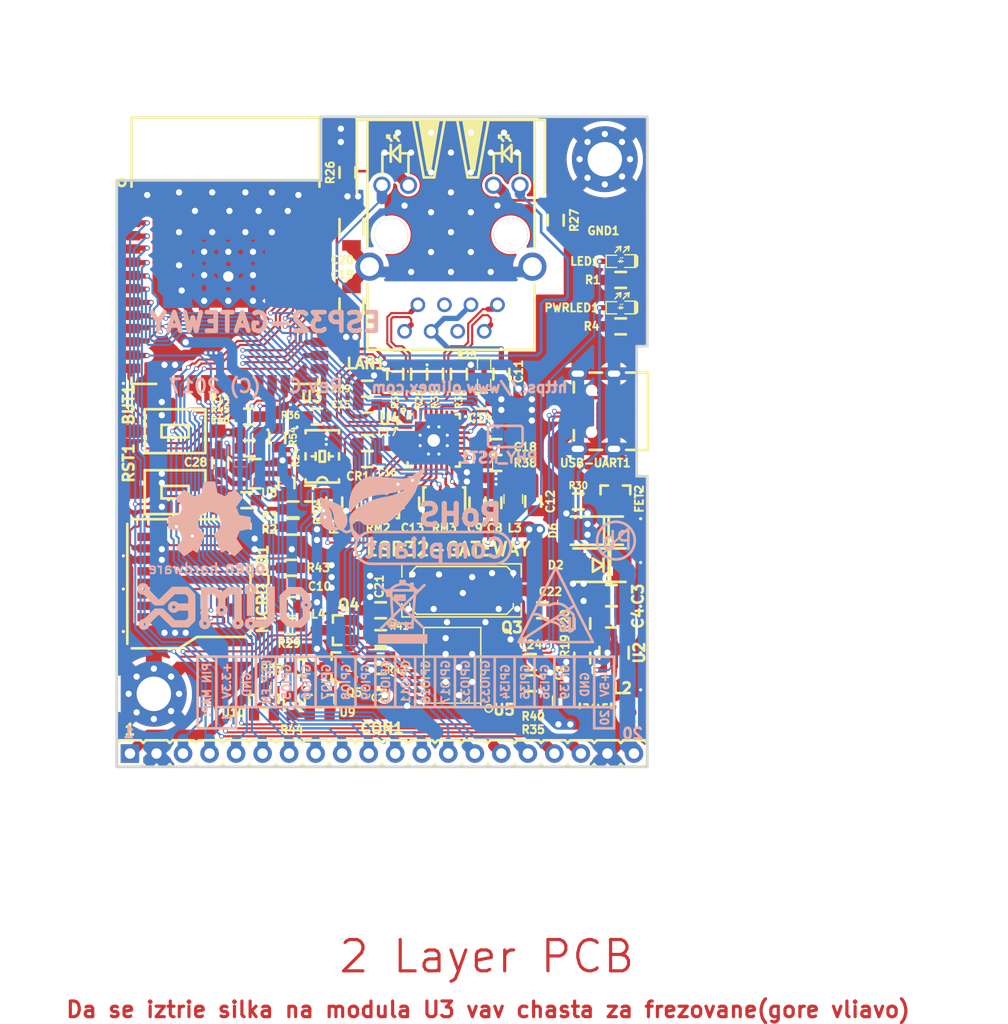
<source format=kicad_pcb>
(kicad_pcb (version 20221018) (generator pcbnew)
  (title_block (title "ESP32-GATEWAY") (rev "A") (company "OLIMEX Ltd.") (comment 1 "https://www.olimex.com"))
  (layers (0 "F.Cu" mixed) (31 "B.Cu" mixed) (34 "B.Paste" user) (35 "F.Paste" user) (36 "B.SilkS" user "B.Silkscreen") (37 "F.SilkS" user "F.Silkscreen") (38 "B.Mask" user) (39 "F.Mask" user) (44 "Edge.Cuts" user))
  (net 0 "")
  (net 1 "+5V")
  (net 2 "GND")
  (net 3 "Net-(BUT1-Pad2)")
  (net 4 "/GPI34/BUT1")
  (net 5 "+3V3")
  (net 6 "Net-(C10-Pad1)")
  (net 7 "Net-(C11-Pad1)")
  (net 8 "Net-(C18-Pad2)")
  (net 9 "Net-(CR1-Pad3)")
  (net 10 "/GPIO3/U0RXD")
  (net 11 "/ESP_EN")
  (net 12 "/GPIO25/EMAC_RXD0(RMII)")
  (net 13 "/GPIO19/EMAC_TXD0(RMII)")
  (net 14 "/GPIO26/EMAC_RXD1(RMII)")
  (net 15 "/GPIO9/SD_DATA2")
  (net 16 "/GPIO8/SD_DATA1")
  (net 17 "/GPIO6/SD_CLK")
  (net 18 "/GPIO7/SD_DATA0")
  (net 19 "/GPIO1/U0TXD")
  (net 20 "/GPIO10/SD_DATA3")
  (net 21 "/GPIO11/SD_CMD")
  (net 22 "Net-(L2-Pad1)")
  (net 23 "Net-(R19-Pad1)")
  (net 24 "Net-(R39-Pad1)")
  (net 25 "/PHYAD0")
  (net 26 "/PHYAD1")
  (net 27 "/PHYAD2")
  (net 28 "/RMIISEL")
  (net 29 "/VDD1A-2A")
  (net 30 "/VDDCR")
  (net 31 "/GPIO22/EMAC_TXD1(RMII)")
  (net 32 "/GPIO21/EMAC_TX_EN(RMII)")
  (net 33 "Net-(MICRO_SD1-Pad5)")
  (net 34 "Net-(LAN1-Pad1)")
  (net 35 "Net-(LAN1-Pad2)")
  (net 36 "Net-(LAN1-Pad7)")
  (net 37 "Net-(LAN1-Pad8)")
  (net 38 "Net-(LAN1-PadAG1)")
  (net 39 "Net-(LAN1-PadAY1)")
  (net 40 "Net-(LAN1-PadKG1)")
  (net 41 "Net-(LAN1-PadKY1)")
  (net 42 "Net-(C19-Pad1)")
  (net 43 "Net-(C21-Pad1)")
  (net 44 "Net-(C22-Pad1)")
  (net 45 "/GPIO23/MDC(RMII)")
  (net 46 "/GPIO27/EMAC_RX_CRS_DV")
  (net 47 "/GPIO0/XTAL1/CLKIN")
  (net 48 "/GPIO2/HS2_DATA0")
  (net 49 "/GPIO14/HS2_CLK")
  (net 50 "/GPIO15/HS2_CMD")
  (net 51 "/GPIO18/MDIO(RMII)")
  (net 52 "/+5V_USB")
  (net 53 "Net-(Q4-Pad2)")
  (net 54 "Net-(Q4-Pad1)")
  (net 55 "Net-(Q5-Pad2)")
  (net 56 "Net-(Q5-Pad1)")
  (net 57 "Net-(R35-Pad1)")
  (net 58 "Net-(R40-Pad1)")
  (net 59 "Net-(U3-Pad32)")
  (net 60 "Net-(U4-Pad4)")
  (net 61 "Net-(U4-Pad14)")
  (net 62 "Net-(U4-Pad18)")
  (net 63 "Net-(U4-Pad20)")
  (net 64 "Net-(U4-Pad26)")
  (net 65 "Net-(U5-Pad6)")
  (net 66 "Net-(U5-Pad7)")
  (net 67 "Net-(U5-Pad11)")
  (net 68 "Net-(U5-Pad12)")
  (net 69 "Net-(U5-Pad13)")
  (net 70 "Net-(U5-Pad14)")
  (net 71 "Net-(U5-Pad17)")
  (net 72 "Net-(USB-UART1-Pad4)")
  (net 73 "/OSC_DIS")
  (net 74 "Net-(PWRLED1-Pad1)")
  (net 75 "Net-(Q5-Pad3)")
  (net 76 "Net-(C28-Pad1)")
  (net 77 "Net-(MICRO_SD1-Pad7)")
  (net 78 "Net-(R44-Pad2)")
  (net 79 "/D_Com")
  (net 80 "/GPI35")
  (net 81 "/GPIO5")
  (net 82 "+5V_EXT")
  (net 83 "/GPIO16")
  (net 84 "/GPIO17")
  (net 85 "/GPI39")
  (net 86 "/GPI36")
  (net 87 "/GPIO4/HS2_DATA1")
  (net 88 "/GPIO13/HS2_DATA3")
  (net 89 "/GPIO12/HS2_DATA2")
  (net 90 "/GPIO32")
  (net 91 "Net-(LED1-Pad1)")
  (net 92 "/GPIO33/LED")
  (footprint "OLIMEX_Other-FP:Mounting_hole_Shield_3.3mm" (layer "F.Cu") (at 73.152 122.301)
    (fp_text reference "MH1" hide)
    (fp_text value "Mounting_hole_Shield_3.3mm" hide)
  )
  (footprint "OLIMEX_RLC-FP:C_0805_5MIL_DWS" (layer "F.Cu") (at 112.395 123.063 90)
    (fp_text reference "C1")
    (fp_text value "47uF/6.3V/20%/X5R/C0805")
  )
  (footprint "OLIMEX_RLC-FP:C_0603_5MIL_DWS" (layer "F.Cu") (at 105.664 104.013 90)
    (fp_text reference "C8")
    (fp_text value "22uF/6.3V/20%/X5R/C0603")
  )
  (footprint "OLIMEX_RLC-FP:C_0603_5MIL_DWS" (layer "F.Cu") (at 104.14 104.013 90)
    (fp_text reference "C9")
    (fp_text value "22uF/6.3V/20%/X5R/C0603")
  )
  (footprint "OLIMEX_RLC-FP:C_0805_5MIL_DWS" (layer "F.Cu") (at 86.233 112.014)
    (fp_text reference "C10")
    (fp_text value "47uF/6.3V/20%/X5R/C0805")
  )
  (footprint "OLIMEX_RLC-FP:C_0603_5MIL_DWS" (layer "F.Cu") (at 106.426 91.694 -90)
    (fp_text reference "C11")
    (fp_text value "100nF/50V/20%/Y5V/C0603")
  )
  (footprint "OLIMEX_RLC-FP:C_0603_5MIL_DWS" (layer "F.Cu") (at 109.474 103.886 -90)
    (fp_text reference "C12")
    (fp_text value "22uF/6.3V/20%/X5R/C0603")
  )
  (footprint "OLIMEX_RLC-FP:C_0603_5MIL_DWS" (layer "F.Cu") (at 97.79 104.013 -90)
    (fp_text reference "C13")
    (fp_text value "100nF/50V/20%/Y5V/C0603")
  )
  (footprint "OLIMEX_RLC-FP:C_0603_5MIL_DWS" (layer "F.Cu") (at 104.521 94.234)
    (fp_text reference "C14")
    (fp_text value "100nF/50V/20%/Y5V/C0603")
  )
  (footprint "OLIMEX_RLC-FP:C_0603_5MIL_DWS" (layer "F.Cu") (at 93.599 94.615 180)
    (fp_text reference "C15")
    (fp_text value "100nF/50V/20%/Y5V/C0603")
  )
  (footprint "OLIMEX_RLC-FP:C_0603_5MIL_DWS" (layer "F.Cu") (at 93.599 99.822 180)
    (fp_text reference "C16")
    (fp_text value "2.2uF/6.3V/10%/X5R/C0603")
  )
  (footprint "OLIMEX_RLC-FP:C_0603_5MIL_DWS" (layer "F.Cu") (at 93.599 98.298 180)
    (fp_text reference "C17")
    (fp_text value "100nF/50V/20%/Y5V/C0603")
  )
  (footprint "OLIMEX_RLC-FP:C_0603_5MIL_DWS" (layer "F.Cu") (at 105.918 98.679 180)
    (fp_text reference "C18")
    (fp_text value "NA(10uF/6.3V/20%/X5R/C0603)")
  )
  (footprint "OLIMEX_Crystal-FP:5032-4P_HCX-3S" (layer "F.Cu") (at 89.281 99.568 90)
    (fp_text reference "CR1")
    (fp_text value "Q50MHz/25ppm/3V/4P/5x3.2mm")
  )
  (footprint "OLIMEX_Other-FP:TESTPAD_40-ROUND" (layer "F.Cu") (at 118.872 77.978)
    (fp_text reference "GND1")
    (fp_text value "TESTPAD" hide)
  )
  (footprint "OLIMEX_RLC-FP:CD32" (layer "F.Cu") (at 115.443 123.444 -90)
    (fp_text reference "L2")
    (fp_text value "2.2uH/1.5A/DCR<0.1R/CD32")
  )
  (footprint "OLIMEX_RLC-FP:L_0805_5MIL_DWS" (layer "F.Cu") (at 107.569 103.632 90)
    (fp_text reference "L3")
    (fp_text value "FB0805/600R/2A")
  )
  (footprint "OLIMEX_RLC-FP:L_0805_5MIL_DWS" (layer "F.Cu") (at 86.233 113.919 180)
    (fp_text reference "L4")
    (fp_text value "FB0805/600R/2A")
  )
  (footprint "OLIMEX_LEDs-FP:LED_0603_KA" (layer "F.Cu") (at 117.856 85.344 180)
    (fp_text reference "PWRLED1")
    (fp_text value "LED/RED/0603")
  )
  (footprint "OLIMEX_RLC-FP:R_0603_5MIL_DWS" (layer "F.Cu") (at 82.296 95.758)
    (fp_text reference "R14")
    (fp_text value "220R/R0603")
  )
  (footprint "OLIMEX_RLC-FP:R_0603_5MIL_DWS" (layer "F.Cu") (at 82.042 103.759 180)
    (fp_text reference "R16")
    (fp_text value "220R/R0603")
  )
  (footprint "OLIMEX_RLC-FP:R_0603_5MIL_DWS" (layer "F.Cu") (at 85.852 102.108 90)
    (fp_text reference "R24")
    (fp_text value "1k/R0603")
  )
  (footprint "OLIMEX_RLC-FP:0R_0603" (layer "F.Cu") (at 104.775 91.694 90)
    (fp_text reference "R25")
    (fp_text value "0R(board_mounted)")
  )
  (footprint "OLIMEX_RLC-FP:R_0603_5MIL_DWS" (layer "F.Cu") (at 91.694 72.39 90)
    (fp_text reference "R26")
    (fp_text value "330R/R0603")
  )
  (footprint "OLIMEX_RLC-FP:R_0603_5MIL_DWS" (layer "F.Cu") (at 111.633 76.962 -90)
    (fp_text reference "R27")
    (fp_text value "330R/R0603")
  )
  (footprint "OLIMEX_RLC-FP:R_0603_5MIL_DWS" (layer "F.Cu") (at 98.552 91.694 -90)
    (fp_text reference "R28")
    (fp_text value "49.9R/1%/R0603")
  )
  (footprint "OLIMEX_RLC-FP:R_0603_5MIL_DWS" (layer "F.Cu") (at 86.233 115.824 180)
    (fp_text reference "R29")
    (fp_text value "10k/R0603")
  )
  (footprint "OLIMEX_RLC-FP:R_0603_5MIL_DWS" (layer "F.Cu") (at 96.266 91.694 -90)
    (fp_text reference "R31")
    (fp_text value "49.9R/1%/R0603")
  )
  (footprint "OLIMEX_RLC-FP:R_0603_5MIL_DWS" (layer "F.Cu") (at 102.362 91.694 -90)
    (fp_text reference "R32")
    (fp_text value "49.9R/1%/R0603")
  )
  (footprint "OLIMEX_RLC-FP:R_0603_5MIL_DWS" (layer "F.Cu") (at 100.076 91.694 -90)
    (fp_text reference "R33")
    (fp_text value "49.9R/1%/R0603")
  )
  (footprint "OLIMEX_RLC-FP:R_0603_5MIL_DWS" (layer "F.Cu") (at 88.138 103.124)
    (fp_text reference "R34")
    (fp_text value "10k/R0603")
  )
  (footprint "OLIMEX_RLC-FP:R_0603_5MIL_DWS" (layer "F.Cu") (at 109.22 122.809)
    (fp_text reference "R35")
    (fp_text value "220R/R0603")
  )
  (footprint "OLIMEX_RLC-FP:R_0603_5MIL_DWS" (layer "F.Cu") (at 88.773 95.758)
    (fp_text reference "R36")
    (fp_text value "10R/R0603")
  )
  (footprint "OLIMEX_RLC-FP:R_0603_5MIL_DWS" (layer "F.Cu") (at 105.918 100.203)
    (fp_text reference "R38")
    (fp_text value "10k/R0603")
  )
  (footprint "OLIMEX_RLC-FP:R_0603_5MIL_DWS" (layer "F.Cu") (at 93.599 93.091 180)
    (fp_text reference "R39")
    (fp_text value "12.1k/1%/R0603")
  )
  (footprint "OLIMEX_RLC-FP:R_0603_5MIL_DWS" (layer "F.Cu") (at 109.22 121.285)
    (fp_text reference "R40")
    (fp_text value "220R/R0603")
  )
  (footprint "OLIMEX_RLC-FP:R_0603_5MIL_DWS" (layer "F.Cu") (at 94.869 116.967 180)
    (fp_text reference "R41")
    (fp_text value "1k/R0603")
  )
  (footprint "OLIMEX_RLC-FP:R_MATRIX_4" (layer "F.Cu") (at 94.615 104.013)
    (fp_text reference "RM2")
    (fp_text value "RA1206_(4X0603)_4B8_2.2k")
  )
  (footprint "OLIMEX_RLC-FP:R_MATRIX_4" (layer "F.Cu") (at 100.965 104.013 180)
    (fp_text reference "RM3")
    (fp_text value "RA1206_(4X0603)_4B8_2.2k")
  )
  (footprint "OLIMEX_Regulators-FP:SOT-23-5" (layer "F.Cu") (at 117.221 118.364 -90)
    (fp_text reference "U2")
    (fp_text value "SY8089AAAC(SOT23-5)")
  )
  (footprint "OLIMEX_Cases-FP:ESP-WROOM-32_MODULE" (layer "F.Cu") (at 80.01 79.883)
    (fp_text reference "U3")
    (fp_text value "ESP-WROOM-32")
  )
  (footprint "OLIMEX_IC-FP:QFN32_EP(33)_5.00x5.00x0.90mm_Pitch_0.50mm" (layer "F.Cu") (at 99.949 98.044 -90)
    (fp_text reference "U4")
    (fp_text value "LAN8710A-EZC(QFN32)")
  )
  (footprint "OLIMEX_Connectors-FP:TFC-WXCP11-08-LF" (layer "F.Cu") (at 76.327 111.125 180)
    (fp_text reference "MICRO_SD1")
    (fp_text value "TFC-WXCP11-08-LF")
  )
  (footprint "OLIMEX_RLC-FP:R_0603_5MIL_DWS" (layer "F.Cu") (at 86.233 110.236 180)
    (fp_text reference "R43")
    (fp_text value "10R/R0603")
  )
  (footprint "OLIMEX_Buttons-FP:T1107A(6x3,8x2,5MM)" (layer "F.Cu") (at 75.184 97.155 180)
    (fp_text reference "BUT1")
    (fp_text value "T1107A(6x3,8x2,5MM)")
  )
  (footprint "OLIMEX_Buttons-FP:T1107A(6x3,8x2,5MM)" (layer "F.Cu") (at 75.184 102.997 180)
    (fp_text reference "RST1")
    (fp_text value "T1107A(6x3,8x2,5MM)")
  )
  (footprint "OLIMEX_Connectors-FP:RJLBC-060TC1" (layer "F.Cu") (at 101.6 78.359 180)
    (fp_text reference "LAN1")
    (fp_text value "RJLD-060TC1(LPJ4013EDNL)")
  )
  (footprint "OLIMEX_RLC-FP:C_1206_5MIL_DWS_ISO" (layer "F.Cu") (at 92.075 85.217 -90)
    (fp_text reference "C19")
    (fp_text value "1nF/2000V/10%/X7R/C1206")
  )
  (footprint "OLIMEX_RLC-FP:C_1206_5MIL_DWS_ISO" (layer "F.Cu") (at 92.075 77.597 90)
    (fp_text reference "C20")
    (fp_text value "NA(1nF/2000V/10%/X7R/C1206)")
  )
  (footprint "OLIMEX_Other-FP:Fiducial1x3" (layer "F.Cu") (at 77.47 124.079)
    (fp_text reference "")
    (fp_text value "")
  )
  (footprint "OLIMEX_Other-FP:Fiducial1x3" (layer "F.Cu") (at 118.872 75.057)
    (fp_text reference "")
    (fp_text value "")
  )
  (footprint "OLIMEX_RLC-FP:R_0603_5MIL_DWS" (layer "F.Cu") (at 117.856 87.122 180)
    (fp_text reference "R4")
    (fp_text value "2.2k/R0603")
  )
  (footprint "OLIMEX_RLC-FP:R_0603_5MIL_DWS" (layer "F.Cu") (at 114.173 118.872 -90)
    (fp_text reference "R19")
    (fp_text value "4.99k/1%/R0603")
  )
  (footprint "OLIMEX_RLC-FP:R_0603_5MIL_DWS" (layer "F.Cu") (at 114.173 115.57 90)
    (fp_text reference "R20")
    (fp_text value "1.1k/1%/R0603")
  )
  (footprint "OLIMEX_RLC-FP:C_0603_5MIL_DWS" (layer "F.Cu") (at 94.869 114.3 180)
    (fp_text reference "C21")
    (fp_text value "27pF/50V/5%/C0G/C0603")
  )
  (footprint "OLIMEX_RLC-FP:C_0603_5MIL_DWS" (layer "F.Cu") (at 110.363 114.3)
    (fp_text reference "C22")
    (fp_text value "27pF/50V/5%/C0G/C0603")
  )
  (footprint "OLIMEX_RLC-FP:C_0603_5MIL_DWS" (layer "F.Cu") (at 94.869 121.158 180)
    (fp_text reference "C23")
    (fp_text value "22uF/6.3V/20%/X5R/C0603")
  )
  (footprint "OLIMEX_RLC-FP:C_0603_5MIL_DWS" (layer "F.Cu") (at 109.22 119.253)
    (fp_text reference "C24")
    (fp_text value "100nF/50V/20%/Y5V/C0603")
  )
  (footprint "OLIMEX_RLC-FP:C_0603_5MIL_DWS" (layer "F.Cu") (at 79.502 100.203 90)
    (fp_text reference "C28")
    (fp_text value "470nF/16V/10%/X7R/C0603")
  )
  (footprint "OLIMEX_Diodes-FP:SMA-KA" (layer "F.Cu") (at 115.57 106.68 180)
    (fp_text reference "D6")
    (fp_text value "1N5822/SS34/SMA")
  )
  (footprint "OLIMEX_Transistors-FP:SOT23" (layer "F.Cu") (at 117.348 102.997 -90)
    (fp_text reference "FET2")
    (fp_text value "WPM2015-3/TR")
  )
  (footprint "OLIMEX_Crystal-FP:Q_49U3HMS" (layer "F.Cu") (at 102.616 112.395)
    (fp_text reference "Q3")
    (fp_text value "Q12MHz/20pF/30ppm/2P/HC-49SM(SMD)")
  )
  (footprint "OLIMEX_Transistors-FP:SOT23" (layer "F.Cu") (at 90.932 116.205)
    (fp_text reference "Q4")
    (fp_text value "BC817-40(SOT23)")
  )
  (footprint "OLIMEX_Transistors-FP:SOT23" (layer "F.Cu") (at 90.805 119.761)
    (fp_text reference "Q5")
    (fp_text value "BC817-40(SOT23)")
  )
  (footprint "OLIMEX_RLC-FP:R_0603_5MIL_DWS" (layer "F.Cu") (at 113.792 103.886 180)
    (fp_text reference "R30")
    (fp_text value "10k/R0603")
  )
  (footprint "OLIMEX_RLC-FP:R_0603_5MIL_DWS" (layer "F.Cu") (at 94.869 118.745 180)
    (fp_text reference "R42")
    (fp_text value "1k/R0603")
  )
  (footprint "OLIMEX_RLC-FP:R_0603_5MIL_DWS" (layer "F.Cu") (at 82.296 97.282 180)
    (fp_text reference "R45")
    (fp_text value "10k/R0603")
  )
  (footprint "OLIMEX_RLC-FP:R_0603_5MIL_DWS" (layer "F.Cu") (at 82.296 98.806)
    (fp_text reference "R46")
    (fp_text value "NA/R0603")
  )
  (footprint "OLIMEX_RLC-FP:R_0603_5MIL_DWS" (layer "F.Cu") (at 84.963 97.79 90)
    (fp_text reference "R54")
    (fp_text value "NA/R0603")
  )
  (footprint "OLIMEX_IC-FP:SSOP-20W" (layer "F.Cu") (at 101.727 119.761 90)
    (fp_text reference "U5")
    (fp_text value "CH340T(SSOP20W)")
  )
  (footprint "OLIMEX_RLC-FP:C_0805_5MIL_DWS" (layer "F.Cu") (at 116.967 112.903 180)
    (fp_text reference "C3")
    (fp_text value "47uF/6.3V/20%/X5R/C0805")
  )
  (footprint "OLIMEX_RLC-FP:C_0805_5MIL_DWS" (layer "F.Cu") (at 116.967 114.935 180)
    (fp_text reference "C4")
    (fp_text value "47uF/6.3V/20%/X5R/C0805")
  )
  (footprint "OLIMEX_RLC-FP:R_0603_5MIL_DWS" (layer "F.Cu") (at 87.249 119.761 180)
    (fp_text reference "R37")
    (fp_text value "220R/R0603")
  )
  (footprint "OLIMEX_IC-FP:SOT-23-5" (layer "F.Cu") (at 82.804 101.219)
    (fp_text reference "U8")
    (fp_text value "NCP303LSN27T1G(SOT-23-5)")
  )
  (footprint "OLIMEX_RLC-FP:R_0603_5MIL_DWS" (layer "F.Cu") (at 86.36 123.444 -90)
    (fp_text reference "R44")
    (fp_text value "NA/R0603")
  )
  (footprint "OLIMEX_Diodes-FP:SOT23-3" (layer "F.Cu") (at 89.027 123.063 -90)
    (fp_text reference "U9")
    (fp_text value "BAT54C(SOT23-3)")
  )
  (footprint "OLIMEX_Diodes-FP:SOT23-3" (layer "F.Cu") (at 83.693 123.063 -90)
    (fp_text reference "U10")
    (fp_text value "BAT54C(SOT23-3)")
  )
  (footprint "OLIMEX_Other-FP:Mounting_hole_Shield_3.3mm" (layer "F.Cu") (at 116.332 71.12)
    (fp_text reference "MH2" hide)
    (fp_text value "Mounting_hole_Shield_3.3mm" hide)
  )
  (footprint "OLIMEX_Connectors-FP:USB-MICRO_MISB-SWMM-5B_LF" (layer "F.Cu") (at 116.967 95.25)
    (fp_text reference "USB-UART1")
    (fp_text value "MISB-SWMM-5B-LF(USB_MICRO)")
  )
  (footprint "OLIMEX_Connectors-FP:HN1x20" (layer "F.Cu") (at 94.996 128.016)
    (fp_text reference "CON1")
    (fp_text value "NA(NH1x20)")
  )
  (footprint "OLIMEX_Other-FP:Fiducial1x3" (layer "F.Cu") (at 118.872 124.079)
    (fp_text reference "")
    (fp_text value "")
  )
  (footprint "OLIMEX_LEDs-FP:LED_0603_KA" (layer "F.Cu") (at 117.856 80.899 180)
    (fp_text reference "LED1")
    (fp_text value "LED/GREEN/0603")
  )
  (footprint "OLIMEX_RLC-FP:R_0603_5MIL_DWS" (layer "F.Cu") (at 117.856 82.677)
    (fp_text reference "R1")
    (fp_text value "2.2k/R0603")
  )
  (footprint "OLIMEX_RLC-FP:R_0603_5MIL_DWS" (layer "F.Cu") (at 86.487 106.299 180)
    (fp_text reference "R2")
    (fp_text value "2.2k/R0603")
  )
  (footprint "OLIMEX_RLC-FP:R_0603_5MIL_DWS" (layer "F.Cu") (at 86.487 104.648 180)
    (fp_text reference "R3")
    (fp_text value "2.2k/R0603")
  )
  (footprint "OLIMEX_Diodes-FP:DO214AA_1(K)-2(A)" (layer "F.Cu") (at 115.824 109.982 180)
    (fp_text reference "D2")
    (fp_text value "SMBJ6.0A(DO-214AA)")
  )
  (footprint "OLIMEX_RLC-FP:R_0603_5MIL_DWS" (layer "F.Cu") (at 90.424 104.013 90)
    (fp_text reference "R5")
    (fp_text value "NA(1k/R0603)")
  )
  (footprint "OLIMEX_Jumpers-FP:SJ" (layer "B.Cu") (at 106.807 97.663 180)
    (fp_text reference "PHY_RST1")
    (fp_text value "Opened")
  )
  (footprint "OLIMEX_LOGOs-FP:LOGO_ANTISTATIC_1" (layer "B.Cu") (at 115.189 117.348 180)
    (fp_text reference "Ref**" hide)
    (fp_text value "Val**" hide)
  )
  (footprint "OLIMEX_LOGOs-FP:LOGO_OPENHARDWARE_8x8" (layer "B.Cu") (at 78.486 106.045 180)
    (fp_text reference "" hide)
    (fp_text value "" hide)
  )
  (footprint "OLIMEX_LOGOs-FP:LOGO_PBFREE" (layer "B.Cu") (at 117.602 107.315)
    (fp_text reference "")
    (fp_text value "")
  )
  (footprint "OLIMEX_LOGOs-FP:LOGO_RECYCLEBIN_1" (layer "B.Cu") (at 99.314 117.475 180)
    (fp_text reference "" hide)
    (fp_text value "" hide)
  )
  (footprint "OLIMEX_LOGOs-FP:LOGO_ROHS_1" (layer "B.Cu") (at 106.299 109.22 180)
    (fp_text reference "Ref**" hide)
    (fp_text value "Val**" hide)
  )
  (footprint "OLIMEX_LOGOs-FP:OLIMEX_LOGO_TB" (layer "B.Cu") (at 79.756 113.919 180)
    (fp_text reference "" hide)
    (fp_text value "" hide)
  )
  (gr_line (start 115.316 118.745) (end 115.316 123.571) (stroke (width 0.254)) (layer "B.SilkS"))
  (gr_line (start 117.221 118.745) (end 117.221 123.571) (stroke (width 0.254)) (layer "B.SilkS"))
  (gr_line (start 115.316 125.603) (end 115.316 123.571) (stroke (width 0.254)) (layer "B.SilkS"))
  (gr_line (start 90.551 118.745) (end 90.551 123.571) (stroke (width 0.254)) (layer "B.SilkS"))
  (gr_line (start 117.221 125.603) (end 115.316 125.603) (stroke (width 0.254)) (layer "B.SilkS"))
  (gr_line (start 100.076 118.745) (end 100.076 123.571) (stroke (width 0.254)) (layer "B.SilkS"))
  (gr_line (start 117.221 123.571) (end 117.221 125.603) (stroke (width 0.254)) (layer "B.SilkS"))
  (gr_line (start 81.026 123.698) (end 81.026 125.603) (stroke (width 0.254)) (layer "B.SilkS"))
  (gr_line (start 77.343 118.745) (end 77.343 125.603) (stroke (width 0.254)) (layer "B.SilkS"))
  (gr_line (start 86.741 118.745) (end 86.741 123.571) (stroke (width 0.254)) (layer "B.SilkS"))
  (gr_line (start 113.411 118.745) (end 113.411 123.571) (stroke (width 0.254)) (layer "B.SilkS"))
  (gr_line (start 117.221 118.745) (end 77.343 118.745) (stroke (width 0.254)) (layer "B.SilkS"))
  (gr_line (start 107.696 118.745) (end 107.696 123.571) (stroke (width 0.254)) (layer "B.SilkS"))
  (gr_line (start 92.456 118.745) (end 92.456 123.571) (stroke (width 0.254)) (layer "B.SilkS"))
  (gr_line (start 98.171 118.745) (end 98.171 123.571) (stroke (width 0.254)) (layer "B.SilkS"))
  (gr_line (start 101.981 118.745) (end 101.981 123.571) (stroke (width 0.254)) (layer "B.SilkS"))
  (gr_line (start 94.361 118.745) (end 94.361 123.571) (stroke (width 0.254)) (layer "B.SilkS"))
  (gr_line (start 96.266 118.745) (end 96.266 123.571) (stroke (width 0.254)) (layer "B.SilkS"))
  (gr_line (start 79.121 125.603) (end 79.121 118.745) (stroke (width 0.254)) (layer "B.SilkS"))
  (gr_line (start 103.886 118.745) (end 103.886 123.571) (stroke (width 0.254)) (layer "B.SilkS"))
  (gr_line (start 109.601 118.745) (end 109.601 123.571) (stroke (width 0.254)) (layer "B.SilkS"))
  (gr_line (start 84.836 118.745) (end 84.836 123.571) (stroke (width 0.254)) (layer "B.SilkS"))
  (gr_line (start 79.121 125.603) (end 81.026 125.603) (stroke (width 0.254)) (layer "B.SilkS"))
  (gr_line (start 117.221 123.571) (end 79.121 123.571) (stroke (width 0.254)) (layer "B.SilkS"))
  (gr_line (start 81.026 118.872) (end 81.026 123.571) (stroke (width 0.254)) (layer "B.SilkS"))
  (gr_line (start 88.646 118.745) (end 88.646 123.571) (stroke (width 0.254)) (layer "B.SilkS"))
  (gr_line (start 105.791 118.745) (end 105.791 123.571) (stroke (width 0.254)) (layer "B.SilkS"))
  (gr_line (start 82.931 118.745) (end 82.931 123.571) (stroke (width 0.254)) (layer "B.SilkS"))
  (gr_line (start 111.506 118.745) (end 111.506 123.571) (stroke (width 0.254)) (layer "B.SilkS"))
  (gr_line (start 77.343 125.603) (end 79.121 125.603) (stroke (width 0.254)) (layer "B.SilkS"))
  (gr_line (start 69.596 129.286) (end 120.396 129.286) (stroke (width 0.254)) (layer "Edge.Cuts"))
  (gr_line (start 120.396 67.056) (end 120.396 89.027) (stroke (width 0.254)) (layer "Edge.Cuts"))
  (gr_line (start 69.596 73.152) (end 69.596 129.286) (stroke (width 0.254)) (layer "Edge.Cuts"))
  (gr_line (start 119.38 89.027) (end 119.38 101.473) (stroke (width 0.254)) (layer "Edge.Cuts"))
  (gr_line (start 120.396 89.027) (end 119.38 89.027) (stroke (width 0.254)) (layer "Edge.Cuts"))
  (gr_line (start 120.396 67.056) (end 89.154 67.056) (stroke (width 0.254)) (layer "Edge.Cuts"))
  (gr_line (start 89.154 73.152) (end 89.154 67.056) (stroke (width 0.254)) (layer "Edge.Cuts"))
  (gr_line (start 120.396 101.473) (end 120.396 129.286) (stroke (width 0.254)) (layer "Edge.Cuts"))
  (gr_line (start 69.596 73.152) (end 89.154 73.152) (stroke (width 0.254)) (layer "Edge.Cuts"))
  (gr_line (start 119.38 101.473) (end 120.396 101.473) (stroke (width 0.254)) (layer "Edge.Cuts"))
  (gr_text "2 Layer PCB" (at 105.029 147.447) (layer "F.Cu") (effects (font (size 3 3) (thickness 0.3))))
  (gr_text "Da se iztrie silka na modula U3 vav chasta za frezovane(gore vliavo)" (at 105.156 152.527) (layer "F.Cu") (effects (font (size 1.5 1.5) (thickness 0.3))))
  (gr_text "1" (at 80.137 124.587 90) (layer "B.SilkS") (effects (font (size 0.762 0.762) (thickness 0.1905)) (justify mirror)))
  (gr_text "ESP_EN" (at 83.947 121.158 90) (layer "B.SilkS") (effects (font (size 0.762 0.762) (thickness 0.1905)) (justify mirror)))
  (gr_text "GPIO5" (at 85.852 121.158 90) (layer "B.SilkS") (effects (font (size 0.762 0.762) (thickness 0.1905)) (justify mirror)))
  (gr_text "GPIO6" (at 87.757 121.158 90) (layer "B.SilkS") (effects (font (size 0.762 0.762) (thickness 0.1905)) (justify mirror)))
  (gr_text "GPIO7" (at 89.662 121.158 90) (layer "B.SilkS") (effects (font (size 0.762 0.762) (thickness 0.1905)) (justify mirror)))
  (gr_text "GPIO8" (at 91.567 121.158 90) (layer "B.SilkS") (effects (font (size 0.762 0.762) (thickness 0.1905)) (justify mirror)))
  (gr_text "GPIO9" (at 93.472 121.158 90) (layer "B.SilkS") (effects (font (size 0.762 0.762) (thickness 0.1905)) (justify mirror)))
  (gr_text "GPIO10" (at 95.377 121.158 90) (layer "B.SilkS") (effects (font (size 0.762 0.762) (thickness 0.1905)) (justify mirror)))
  (gr_text "GPIO11" (at 97.282 121.158 90) (layer "B.SilkS") (effects (font (size 0.762 0.762) (thickness 0.1905)) (justify mirror)))
  (gr_text "GPIO16" (at 99.187 121.158 90) (layer "B.SilkS") (effects (font (size 0.762 0.762) (thickness 0.1905)) (justify mirror)))
  (gr_text "GPIO17" (at 101.092 121.158 90) (layer "B.SilkS") (effects (font (size 0.762 0.762) (thickness 0.1905)) (justify mirror)))
  (gr_text "PIN MAP:" (at 78.232 121.92 90) (layer "B.SilkS") (effects (font (size 0.762 0.762) (thickness 0.1905)) (justify mirror)))
  (gr_text "GPIO32" (at 102.997 121.158 90) (layer "B.SilkS") (effects (font (size 0.762 0.762) (thickness 0.1905)) (justify mirror)))
  (gr_text "GPIO33" (at 104.902 121.158 90) (layer "B.SilkS") (effects (font (size 0.762 0.762) (thickness 0.1905)) (justify mirror)))
  (gr_text "GPI34" (at 106.807 121.158 90) (layer "B.SilkS") (effects (font (size 0.762 0.762) (thickness 0.1905)) (justify mirror)))
  (gr_text "GPI35" (at 108.712 121.158 90) (layer "B.SilkS") (effects (font (size 0.762 0.762) (thickness 0.1905)) (justify mirror)))
  (gr_text "GPI36" (at 110.617 121.158 90) (layer "B.SilkS") (effects (font (size 0.762 0.762) (thickness 0.1905)) (justify mirror)))
  (gr_text "GND" (at 114.427 121.412 90) (layer "B.SilkS") (effects (font (size 0.762 0.762) (thickness 0.1905)) (justify mirror)))
  (gr_text "GPI39" (at 112.522 121.158 90) (layer "B.SilkS") (effects (font (size 0.762 0.762) (thickness 0.1905)) (justify mirror)))
  (gr_text "+5V" (at 116.332 121.412 90) (layer "B.SilkS") (effects (font (size 0.762 0.762) (thickness 0.1905)) (justify mirror)))
  (gr_text "Rev.C" (at 88.646 92.837) (layer "B.SilkS") (effects (font (size 1.27 1.27) (thickness 0.254)) (justify mirror)))
  (gr_text "20" (at 116.332 124.587 90) (layer "B.SilkS") (effects (font (size 0.762 0.762) (thickness 0.1905)) (justify mirror)))
  (gr_text "20" (at 118.999 126.111) (layer "B.SilkS") (effects (font (size 1.016 1.016) (thickness 0.254)) (justify mirror)))
  (gr_text "(C) 2017" (at 78.994 92.837) (layer "B.SilkS") (effects (font (size 1.27 1.27) (thickness 0.254)) (justify mirror)))
  (gr_text "GND" (at 82.042 121.412 90) (layer "B.SilkS") (effects (font (size 0.762 0.762) (thickness 0.1905)) (justify mirror)))
  (gr_text "1" (at 70.739 125.984) (layer "B.SilkS") (effects (font (size 1.016 1.016) (thickness 0.254)) (justify mirror)))
  (gr_text "https://www.olimex.com" (at 103.378 92.964) (layer "B.SilkS") (effects (font (size 1.016 1.016) (thickness 0.254)) (justify mirror)))
  (gr_text "+3.3V" (at 80.137 121.031 90) (layer "B.SilkS") (effects (font (size 0.762 0.762) (thickness 0.1905)) (justify mirror)))
  (gr_text "ESP32-GATEWAY" (at 83.82 86.741) (layer "B.SilkS") (effects (font (size 1.778 1.778) (thickness 0.4445)) (justify mirror)))
  (gr_text "ESP32-GATEWAY\n" (at 101.346 108.458) (layer "F.SilkS") (effects (font (size 1.27 1.27) (thickness 0.254))))
  (gr_text "1" (at 70.866 125.73) (layer "F.SilkS") (effects (font (size 1.016 1.016) (thickness 0.254))))
  (segment (start 118.07 109.913) (end 118.07 106.68) (width 1.524) (layer "F.Cu") (net 1))
  (segment (start 117.983 110) (end 117.983 111.252) (width 1.524) (layer "F.Cu") (net 1))
  (segment (start 115.92 120.015) (end 115.57 120.015) (width 0.508) (layer "F.Cu") (net 1))
  (segment (start 117.983 111.252) (end 117.983 112.903) (width 1.524) (layer "F.Cu") (net 1))
  (segment (start 118.364 104.16794) (end 118.364 104.902) (width 1.016) (layer "F.Cu") (net 1))
  (segment (start 118.364 106.386) (end 118.364 104.902) (width 1.524) (layer "F.Cu") (net 1))
  (segment (start 118.491 116.744) (end 118.491 116.459) (width 0.508) (layer "F.Cu") (net 1))
  (segment (start 118.491 116.459) (end 118.491 115.443) (width 1.27) (layer "F.Cu") (net 1))
  (segment (start 118.491 115.443) (end 117.983 114.935) (width 1.27) (layer "F.Cu") (net 1))
  (segment (start 115.824 85.344) (end 117.094 85.344) (width 0.508) (layer "F.Cu") (net 1))
  (segment (start 118.3005 104.10444) (end 118.364 104.16794) (width 1.016) (layer "F.Cu") (net 1))
  (segment (start 117.983 112.903) (end 117.983 114.935) (width 1.524) (layer "F.Cu") (net 1))
  (segment (start 118.07 106.68) (end 118.364 106.386) (width 1.524) (layer "F.Cu") (net 1))
  (segment (start 118.171 117.064) (end 118.491 116.744) (width 0.508) (layer "F.Cu") (net 1))
  (segment (start 118.001 109.982) (end 117.983 110) (width 1.524) (layer "F.Cu") (net 1))
  (segment (start 117.983 111.252) (end 116.713 111.252) (width 0.508) (layer "F.Cu") (net 1))
  (segment (start 116.271 119.664) (end 115.92 120.015) (width 0.508) (layer "F.Cu") (net 1))
  (segment (start 118.001 109.982) (end 118.07 109.913) (width 1.524) (layer "F.Cu") (net 1))
  (via (at 116.713 111.252) (size 0.45) (drill 0.3) (layers "F.Cu" "B.Cu") (net 1))
  (via (at 115.824 85.344) (size 0.45) (drill 0.3) (layers "F.Cu" "B.Cu") (net 1))
  (via (at 115.57 120.015) (size 0.45) (drill 0.3) (layers "F.Cu" "B.Cu") (net 1))
  (segment (start 115.57 120.015) (end 116.713 120.015) (width 0.2032) (layer "B.Cu") (net 1))
  (segment (start 116.713 120.015) (end 117.348 119.38) (width 0.2032) (layer "B.Cu") (net 1))
  (segment (start 116.713 111.252) (end 117.348 111.887) (width 0.2032) (layer "B.Cu") (net 1))
  (segment (start 116.713 110.49) (end 113.792 107.569) (width 0.254) (layer "B.Cu") (net 1))
  (segment (start 113.792 107.569) (end 113.792 101.092) (width 0.254) (layer "B.Cu") (net 1))
  (segment (start 115.824 99.06) (end 115.824 85.344) (width 0.254) (layer "B.Cu") (net 1))
  (segment (start 116.713 111.252) (end 116.713 110.49) (width 0.254) (layer "B.Cu") (net 1))
  (segment (start 113.792 101.092) (end 115.824 99.06) (width 0.254) (layer "B.Cu") (net 1))
  (segment (start 117.348 111.887) (end 117.348 119.38) (width 0.2032) (layer "B.Cu") (net 1))
  (segment (start 72.433 74.633) (end 72.517 74.549) (width 0.762) (layer "F.Cu") (net 2))
  (segment (start 87.119 74.673) (end 86.995 74.549) (width 1.016) (layer "F.Cu") (net 2))
  (segment (start 81.82 108.458) (end 82.804 108.458) (width 1.016) (layer "F.Cu") (net 2))
  (segment (start 90.17 111.125) (end 90.17 112.141) (width 1.016) (layer "F.Cu") (net 2))
  (segment (start 109.855 110.109) (end 107.569 110.109) (width 1.016) (layer "F.Cu") (net 2))
  (segment (start 93.726 121.158) (end 93.98 121.158) (width 0.254) (layer "F.Cu") (net 2))
  (segment (start 103.987 118.136) (end 103.632 118.491) (width 0.4064) (layer "F.Cu") (net 2))
  (segment (start 103.632 111.125) (end 103.632 110.109) (width 1.016) (layer "F.Cu") (net 2))
  (segment (start 103.632 110.109) (end 103.632 110.363) (width 1.016) (layer "F.Cu") (net 2))
  (segment (start 103.632 110.363) (end 103.632 110.109) (width 1.016) (layer "F.Cu") (net 2))
  (segment (start 103.632 110.109) (end 100.457 110.109) (width 1.016) (layer "F.Cu") (net 2))
  (segment (start 106.273 118.136) (end 107.315 117.094) (width 0.254) (layer "F.Cu") (net 2))
  (segment (start 97.409 123.825) (end 100.965 123.825) (width 1.016) (layer "F.Cu") (net 2))
  (segment (start 100.965 123.825) (end 102.362 122.428) (width 1.016) (layer "F.Cu") (net 2))
  (segment (start 94.234 91.821) (end 93.472 91.821) (width 0.762) (layer "F.Cu") (net 2))
  (segment (start 93.472 91.821) (end 92.71 92.583) (width 0.762) (layer "F.Cu") (net 2))
  (segment (start 105.918 101.727) (end 105.918 101.219) (width 0.508) (layer "F.Cu") (net 2))
  (segment (start 92.456 87.376) (end 92.456 88.138) (width 1.016) (layer "F.Cu") (net 2))
  (segment (start 91.694 75.438) (end 91.694 74.676) (width 1.016) (layer "F.Cu") (net 2))
  (segment (start 92.71 74.676) (end 92.71 75.184) (width 1.016) (layer "F.Cu") (net 2))
  (segment (start 92.71 75.184) (end 92.075 75.819) (width 1.016) (layer "F.Cu") (net 2))
  (segment (start 92.71 101.854) (end 92.329 102.235) (width 0.762) (layer "F.Cu") (net 2))
  (segment (start 92.329 102.235) (end 92.329 104.267) (width 0.762) (layer "F.Cu") (net 2))
  (segment (start 92.329 104.267) (end 92.329 104.775) (width 0.762) (layer "F.Cu") (net 2))
  (segment (start 91.567 87.503) (end 91.567 88.138) (width 1.016) (layer "F.Cu") (net 2))
  (segment (start 105.537 94.107) (end 106.426 94.107) (width 0.762) (layer "F.Cu") (net 2))
  (segment (start 102.715 96.294) (end 102.997 96.012) (width 0.254) (layer "F.Cu") (net 2))
  (segment (start 102.997 96.012) (end 102.997 95.758) (width 0.254) (layer "F.Cu") (net 2))
  (segment (start 101.789 95.504) (end 102.362 95.504) (width 0.254) (layer "F.Cu") (net 2))
  (segment (start 106.68 98.552) (end 106.68 95.377) (width 0.508) (layer "F.Cu") (net 2))
  (segment (start 106.68 95.377) (end 106.426 95.123) (width 0.508) (layer "F.Cu") (net 2))
  (segment (start 105.918 102.87) (end 105.664 103.124) (width 0.508) (layer "F.Cu") (net 2))
  (segment (start 98.044 104.648) (end 98.806 104.648) (width 0.508) (layer "F.Cu") (net 2))
  (segment (start 99.568 104.648) (end 98.806 104.648) (width 0.508) (layer "F.Cu") (net 2))
  (segment (start 104.14 101.981) (end 103.124 101.981) (width 1.016) (layer "F.Cu") (net 2))
  (segment (start 76.7588 89.8652) (end 77.9696 88.6544) (width 1.016) (layer "F.Cu") (net 2))
  (segment (start 74.31 90.947) (end 74.168 90.805) (width 1.016) (layer "F.Cu") (net 2))
  (segment (start 74.056 94.219) (end 73.914 94.361) (width 1.016) (layer "F.Cu") (net 2))
  (segment (start 73.914 95.631) (end 73.914 94.361) (width 1.016) (layer "F.Cu") (net 2))
  (segment (start 79.248 109.474) (end 73.914 109.474) (width 1.016) (layer "F.Cu") (net 2))
  (segment (start 72.328 109.474) (end 73.914 109.474) (width 0.762) (layer "F.Cu") (net 2))
  (segment (start 79.121 89.662) (end 78.613 89.662) (width 0.508) (layer "F.Cu") (net 2))
  (segment (start 78.105 89.662) (end 78.613 89.662) (width 0.508) (layer "F.Cu") (net 2))
  (segment (start 82.35 107.442) (end 82.804 107.442) (width 1.016) (layer "F.Cu") (net 2))
  (segment (start 75.184 116.459) (end 74.168 116.459) (width 1.016) (layer "F.Cu") (net 2))
  (segment (start 87.376 112.141) (end 90.17 112.141) (width 1.016) (layer "F.Cu") (net 2))
  (segment (start 89.281 109.982) (end 90.17 109.982) (width 1.016) (layer "F.Cu") (net 2))
  (segment (start 95.504 110.109) (end 95.631 110.109) (width 1.016) (layer "F.Cu") (net 2))
  (segment (start 94.615 110.998) (end 93.853 110.998) (width 1.016) (layer "F.Cu") (net 2))
  (segment (start 93.853 112.014) (end 93.853 113.03) (width 1.016) (layer "F.Cu") (net 2))
  (segment (start 86.36 108.458) (end 87.757 108.458) (width 1.016) (layer "F.Cu") (net 2))
  (segment (start 73.406 102.108) (end 73.914 102.108) (width 1.016) (layer "F.Cu") (net 2))
  (segment (start 84.389 100.269) (end 84.709 99.949) (width 0.508) (layer "F.Cu") (net 2))
  (segment (start 84.709 99.949) (end 85.471 99.949) (width 0.508) (layer "F.Cu") (net 2))
  (segment (start 80.518 100.33) (end 80.518 100.838) (width 0.4064) (layer "F.Cu") (net 2))
  (segment (start 80.518 100.838) (end 80.899 101.219) (width 0.4064) (layer "F.Cu") (net 2))
  (segment (start 83.246 100.269) (end 82.296 101.219) (width 0.508) (layer "F.Cu") (net 2))
  (segment (start 82.296 101.219) (end 80.899 101.219) (width 0.4064) (layer "F.Cu") (net 2))
  (segment (start 90.17 97.917) (end 89.662 97.917) (width 0.508) (layer "F.Cu") (net 2))
  (segment (start 90.424 98.425) (end 89.662 98.425) (width 0.508) (layer "F.Cu") (net 2))
  (segment (start 73.914 108.458) (end 73.914 109.474) (width 1.016) (layer "F.Cu") (net 2))
  (segment (start 97.786 122.686) (end 97.536 122.936) (width 0.3048) (layer "F.Cu") (net 2))
  (segment (start 97.536 122.936) (end 97.536 123.317) (width 0.762) (layer "F.Cu") (net 2))
  (segment (start 97.536 123.317) (end 97.409 123.444) (width 0.762) (layer "F.Cu") (net 2))
  (segment (start 93.853 114.3) (end 93.853 113.03) (width 0.762) (layer "F.Cu") (net 2))
  (segment (start 80.264 82.379) (end 80.264 86.868) (width 1.016) (layer "F.Cu") (net 2))
  (segment (start 82.677 84.742) (end 82.677 86.868) (width 1.016) (layer "F.Cu") (net 2))
  (segment (start 81.882 83.947) (end 83.82 83.947) (width 1.016) (layer "F.Cu") (net 2))
  (segment (start 80.585 82.042) (end 84.074 82.042) (width 1.016) (layer "F.Cu") (net 2))
  (segment (start 82.744 79.883) (end 84.328 79.883) (width 1.016) (layer "F.Cu") (net 2))
  (segment (start 80.264 82.329) (end 80.264 77.978) (width 1.016) (layer "F.Cu") (net 2))
  (segment (start 82.804 79.823) (end 82.804 77.851) (width 1.016) (layer "F.Cu") (net 2))
  (segment (start 77.724 79.789) (end 77.724 77.851) (width 1.016) (layer "F.Cu") (net 2))
  (segment (start 77.945 80.01) (end 75.946 80.01) (width 1.016) (layer "F.Cu") (net 2))
  (segment (start 80.231 82.296) (end 76.073 82.296) (width 1.016) (layer "F.Cu") (net 2))
  (segment (start 77.791 84.836) (end 76.327 84.836) (width 1.016) (layer "F.Cu") (net 2))
  (segment (start 90.297 73.386) (end 90.297 70.231) (width 0.762) (layer "F.Cu") (net 2))
  (segment (start 90.297 70.231) (end 91.059 69.469) (width 0.762) (layer "F.Cu") (net 2))
  (segment (start 94.996 115.316) (end 99.568 115.316) (width 0.4064) (layer "F.Cu") (net 2))
  (segment (start 105.537 110.109) (end 103.632 110.109) (width 1.016) (layer "F.Cu") (net 2))
  (segment (start 107.569 110.744) (end 107.569 110.109) (width 1.016) (layer "F.Cu") (net 2))
  (segment (start 107.569 110.109) (end 107.569 110.363) (width 1.016) (layer "F.Cu") (net 2))
  (segment (start 107.569 110.363) (end 107.569 110.109) (width 1.016) (layer "F.Cu") (net 2))
  (segment (start 107.569 110.109) (end 105.537 110.109) (width 1.016) (layer "F.Cu") (net 2))
  (segment (start 97.917 110.109) (end 95.504 110.109) (width 1.016) (layer "F.Cu") (net 2))
  (segment (start 100.457 110.871) (end 100.457 110.109) (width 1.016) (layer "F.Cu") (net 2))
  (segment (start 100.457 110.109) (end 100.457 110.363) (width 1.016) (layer "F.Cu") (net 2))
  (segment (start 100.457 110.363) (end 100.457 110.109) (width 1.016) (layer "F.Cu") (net 2))
  (segment (start 100.457 110.109) (end 97.917 110.109) (width 1.016) (layer "F.Cu") (net 2))
  (segment (start 106.172 114.173) (end 107.95 114.173) (width 1.016) (layer "F.Cu") (net 2))
  (segment (start 99.949 114.173) (end 97.536 114.173) (width 1.016) (layer "F.Cu") (net 2))
  (segment (start 102.362 119.761) (end 101.092 118.491) (width 1.016) (layer "F.Cu") (net 2))
  (segment (start 101.092 116.967) (end 101.219 116.84) (width 1.016) (layer "F.Cu") (net 2))
  (segment (start 101.219 116.84) (end 101.219 115.443) (width 1.016) (layer "F.Cu") (net 2))
  (segment (start 103.632 121.158) (end 101.092 121.158) (width 1.016) (layer "F.Cu") (net 2))
  (segment (start 75.565 81.788) (end 75.565 81.28) (width 1.016) (layer "F.Cu") (net 2))
  (segment (start 75.565 78.105) (end 75.565 76.073) (width 1.016) (layer "F.Cu") (net 2))
  (segment (start 78.74 74.295) (end 78.74 78.105) (width 1.016) (layer "F.Cu") (net 2))
  (segment (start 81.915 78.105) (end 81.915 74.295) (width 1.016) (layer "F.Cu") (net 2))
  (segment (start 84.455 74.295) (end 84.455 76.073) (width 1.016) (layer "F.Cu") (net 2))
  (segment (start 75.819 84.328) (end 75.819 83.693) (width 1.016) (layer "F.Cu") (net 2))
  (segment (start 84.455 76.073) (end 84.455 78.105) (width 1.016) (layer "F.Cu") (net 2))
  (segment (start 83.185 76.073) (end 80.391 76.073) (width 1.016) (layer "F.Cu") (net 2))
  (segment (start 77.089 76.073) (end 75.565 76.073) (width 1.016) (layer "F.Cu") (net 2))
  (segment (start 75.565 76.073) (end 75.692 76.073) (width 1.016) (layer "F.Cu") (net 2))
  (segment (start 75.692 76.073) (end 75.565 76.073) (width 1.016) (layer "F.Cu") (net 2))
  (segment (start 75.565 76.073) (end 75.565 74.295) (width 1.016) (layer "F.Cu") (net 2))
  (segment (start 91.059 68.199) (end 91.059 69.469) (width 1.016) (layer "F.Cu") (net 2))
  (segment (start 81.577 114.724) (end 82.423 115.57) (width 0.508) (layer "F.Cu") (net 2))
  (segment (start 82.423 115.57) (end 83.058 115.57) (width 0.508) (layer "F.Cu") (net 2))
  (segment (start 70.358 103.759) (end 70.358 104.394) (width 0.508) (layer "F.Cu") (net 2))
  (segment (start 70.358 104.394) (end 70.739 104.775) (width 0.508) (layer "F.Cu") (net 2))
  (segment (start 74.31 93.965) (end 73.914 94.361) (width 1.016) (layer "F.Cu") (net 2))
  (segment (start 117.221 120.523) (end 116.84 120.904) (width 0.508) (layer "F.Cu") (net 2))
  (segment (start 115.57 118.364) (end 116.459 118.364) (width 0.762) (layer "F.Cu") (net 2))
  (segment (start 112.649 121.793) (end 112.649 120.904) (width 1.016) (layer "F.Cu") (net 2))
  (segment (start 70.231 92.583) (end 70.231 95.123) (width 0.2032) (layer "F.Cu") (net 2))
  (segment (start 118.618 100.251) (end 118.618 101.854) (width 0.508) (layer "F.Cu") (net 2))
  (segment (start 118.618 101.854) (end 119.761 102.997) (width 0.508) (layer "F.Cu") (net 2))
  (segment (start 119.761 102.997) (end 119.761 105.537) (width 0.508) (layer "F.Cu") (net 2))
  (segment (start 115.951 115.062) (end 117.221 116.332) (width 0.508) (layer "F.Cu") (net 2))
  (segment (start 117.221 116.332) (end 117.221 118.364) (width 0.508) (layer "F.Cu") (net 2))
  (segment (start 112.649 104.14) (end 112.649 105.029) (width 1.016) (layer "F.Cu") (net 2))
  (segment (start 111.804 91.65) (end 110.871 92.583) (width 1.016) (layer "F.Cu") (net 2))
  (segment (start 109.347 95.123) (end 109.347 96.139) (width 1.016) (layer "F.Cu") (net 2))
  (segment (start 119.761 118.364) (end 119.761 121.92) (width 0.508) (layer "F.Cu") (net 2))
  (segment (start 111.252 111.506) (end 109.855 110.109) (width 1.016) (layer "F.Cu") (net 2))
  (segment (start 113.284 110.345) (end 113.284 111.76) (width 1.016) (layer "F.Cu") (net 2))
  (segment (start 114.3 111.76) (end 114.3 112.649) (width 1.016) (layer "F.Cu") (net 2))
  (segment (start 114.3 114.554) (end 114.3 113.411) (width 1.016) (layer "F.Cu") (net 2))
  (segment (start 115.697 114.681) (end 114.173 114.681) (width 1.016) (layer "F.Cu") (net 2))
  (segment (start 115.697 112.649) (end 114.3 112.649) (width 1.016) (layer "F.Cu") (net 2))
  (segment (start 114.3 112.649) (end 114.3 113.411) (width 1.016) (layer "F.Cu") (net 2))
  (segment (start 114.3 110.635) (end 114.3 111.76) (width 1.016) (layer "F.Cu") (net 2))
  (segment (start 112.238 93.95) (end 110.871 92.583) (width 0.254) (layer "F.Cu") (net 2))
  (segment (start 110.871 92.583) (end 109.347 94.107) (width 1.016) (layer "F.Cu") (net 2))
  (segment (start 119.761 113.919) (end 119.761 118.364) (width 0.508) (layer "F.Cu") (net 2))
  (segment (start 119.761 109.728) (end 119.761 113.919) (width 0.508) (layer "F.Cu") (net 2))
  (segment (start 119.761 105.537) (end 119.761 109.728) (width 0.508) (layer "F.Cu") (net 2))
  (segment (start 81.577 108.669) (end 80.772 109.474) (width 1.016) (layer "F.Cu") (net 2))
  (segment (start 80.772 109.474) (end 79.248 109.474) (width 1.016) (layer "F.Cu") (net 2))
  (segment (start 81.577 115.527) (end 80.645 116.459) (width 1.016) (layer "F.Cu") (net 2))
  (segment (start 80.645 116.459) (end 76.2 116.459) (width 1.016) (layer "F.Cu") (net 2))
  (segment (start 73.152 117.856) (end 72.644 117.348) (width 1.524) (layer "F.Cu") (net 2))
  (segment (start 92.71 99.822) (end 92.71 101.854) (width 0.762) (layer "F.Cu") (net 2))
  (segment (start 105.918 102.235) (end 105.918 102.87) (width 0.508) (layer "F.Cu") (net 2))
  (segment (start 92.456 88.138) (end 91.567 88.138) (width 1.016) (layer "F.Cu") (net 2))
  (segment (start 101.699 95.594) (end 101.789 95.504) (width 0.254) (layer "F.Cu") (net 2))
  (segment (start 92.71 74.676) (end 91.694 74.676) (width 1.016) (layer "F.Cu") (net 2))
  (segment (start 106.807 98.679) (end 106.68 98.552) (width 0.508) (layer "F.Cu") (net 2))
  (segment (start 112.903 103.886) (end 112.649 104.14) (width 1.016) (layer "F.Cu") (net 2))
  (segment (start 105.664 103.124) (end 105.791 102.997) (width 0.4064) (layer "F.Cu") (net 2))
  (segment (start 102.399 96.294) (end 102.715 96.294) (width 0.254) (layer "F.Cu") (net 2))
  (segment (start 81.577 108.215) (end 81.577 108.669) (width 1.016) (layer "F.Cu") (net 2))
  (segment (start 81.577 108.215) (end 82.35 107.442) (width 1.016) (layer "F.Cu") (net 2))
  (segment (start 93.853 112.014) (end 93.853 110.998) (width 1.016) (layer "F.Cu") (net 2))
  (segment (start 111.252 114.3) (end 111.252 111.506) (width 1.016) (layer "F.Cu") (net 2))
  (segment (start 72.327 109.475) (end 72.328 109.474) (width 0.762) (layer "F.Cu") (net 2))
  (segment (start 105.3465 118.136) (end 106.273 118.136) (width 0.3048) (layer "F.Cu") (net 2))
  (segment (start 117.221 119.664) (end 117.221 118.364) (width 0.762) (layer "F.Cu") (net 2))
  (segment (start 111.633 77.851) (end 113.792 77.851) (width 1.016) (layer "F.Cu") (net 2))
  (segment (start 115.951 114.935) (end 115.697 114.681) (width 1.016) (layer "F.Cu") (net 2))
  (segment (start 92.71 99.822) (end 92.71 98.298) (width 0.508) (layer "F.Cu") (net 2))
  (segment (start 82.804 108.458) (end 82.804 107.442) (width 1.016) (layer "F.Cu") (net 2))
  (segment (start 93.98 114.3) (end 93.853 114.3) (width 0.762) (layer "F.Cu") (net 2))
  (segment (start 80.281 82.346) (end 77.945 80.01) (width 1.016) (layer "F.Cu") (net 2))
  (segment (start 92.71 93.091) (end 92.71 94.615) (width 0.762) (layer "F.Cu") (net 2))
  (segment (start 104.14 103.124) (end 104.14 101.981) (width 1.016) (layer "F.Cu") (net 2))
  (segment (start 84.104 100.269) (end 84.389 100.269) (width 0.508) (layer "F.Cu") (net 2))
  (segment (start 110.109 119.253) (end 112.649 119.253) (width 0.762) (layer "F.Cu") (net 2))
  (segment (start 116.84 120.904) (end 112.649 120.904) (width 0.508) (layer "F.Cu") (net 2))
  (segment (start 84.104 100.269) (end 83.246 100.269) (width 0.508) (layer "F.Cu") (net 2))
  (segment (start 98.1075 122.686) (end 97.786 122.686) (width 0.3048) (layer "F.Cu") (net 2))
  (segment (start 85.598 94.615) (end 86.233 94.615) (width 0.508) (layer "F.Cu") (net 2))
  (segment (start 105.664 103.124) (end 104.14 103.124) (width 1.016) (layer "F.Cu") (net 2))
  (segment (start 80.518 100.33) (end 79.502 99.314) (width 0.4064) (layer "F.Cu") (net 2))
  (segment (start 99.695 104.775) (end 99.568 104.648) (width 0.508) (layer "F.Cu") (net 2))
  (segment (start 105.537 110.109) (end 105.537 110.744) (width 1.016) (layer "F.Cu") (net 2))
  (segment (start 80.281 82.346) (end 80.585 82.042) (width 1.016) (layer "F.Cu") (net 2))
  (segment (start 84.455 95.758) (end 85.598 94.615) (width 0.508) (layer "F.Cu") (net 2))
  (segment (start 80.281 82.346) (end 82.744 79.883) (width 1.016) (layer "F.Cu") (net 2))
  (segment (start 106.426 94.107) (end 106.426 95.123) (width 1.016) (layer "F.Cu") (net 2))
  (segment (start 72.517 102.997) (end 73.406 102.108) (width 1.016) (layer "F.Cu") (net 2))
  (segment (start 76.2 116.459) (end 75.184 116.459) (width 1.016) (layer "F.Cu") (net 2))
  (segment (start 80.281 82.346) (end 81.882 83.947) (width 1.016) (layer "F.Cu") (net 2))
  (segment (start 113.647 109.982) (end 113.284 110.345) (width 1.016) (layer "F.Cu") (net 2))
  (segment (start 93.345 104.775) (end 92.329 104.775) (width 0.762) (layer "F.Cu") (net 2))
  (segment (start 117.221 119.664) (end 117.221 120.523) (width 0.508) (layer "F.Cu") (net 2))
  (segment (start 87.757 108.458) (end 89.281 109.982) (width 1.016) (layer "F.Cu") (net 2))
  (segment (start 117.217 98.85) (end 118.618 100.251) (width 0.508) (layer "F.Cu") (net 2))
  (segment (start 92.329 104.775) (end 91.567 104.775) (width 0.762) (layer "F.Cu") (net 2))
  (segment (start 90.551 98.298) (end 90.17 97.917) (width 0.508) (layer "F.Cu") (net 2))
  (segment (start 81.577 108.215) (end 81.82 108.458) (width 1.016) (layer "F.Cu") (net 2))
  (segment (start 80.281 82.346) (end 80.231 82.296) (width 1.016) (layer "F.Cu") (net 2))
  (segment (start 81.577 114.275) (end 81.577 114.511) (width 1.016) (layer "F.Cu") (net 2))
  (segment (start 113.284 111.76) (end 114.3 111.76) (width 1.016) (layer "F.Cu") (net 2))
  (segment (start 109.474 104.775) (end 110.998 104.775) (width 1.016) (layer "F.Cu") (net 2))
  (segment (start 80.281 82.346) (end 77.791 84.836) (width 1.016) (layer "F.Cu") (net 2))
  (segment (start 89.01 74.673) (end 90.297 73.386) (width 0.762) (layer "F.Cu") (net 2))
  (segment (start 114.173 114.681) (end 114.3 114.554) (width 1.016) (layer "F.Cu") (net 2))
  (segment (start 117.221 118.364) (end 116.586 118.364) (width 0.762) (layer "F.Cu") (net 2))
  (segment (start 89.662 97.917) (end 89.662 98.425) (width 0.508) (layer "F.Cu") (net 2))
  (segment (start 82.804 108.458) (end 86.36 108.458) (width 1.016) (layer "F.Cu") (net 2))
  (segment (start 80.281 82.346) (end 80.264 82.329) (width 1.016) (layer "F.Cu") (net 2))
  (segment (start 90.17 111.125) (end 90.17 109.982) (width 1.016) (layer "F.Cu") (net 2))
  (segment (start 86.233 94.615) (end 86.741 94.107) (width 0.508) (layer "F.Cu") (net 2))
  (segment (start 97.917 110.109) (end 97.917 110.871) (width 1.016) (layer "F.Cu") (net 2))
  (segment (start 76.1238 89.8652) (end 75.184 90.805) (width 1.016) (layer "F.Cu") (net 2))
  (segment (start 74.31 92.633) (end 74.31 93.965) (width 1.016) (layer "F.Cu") (net 2))
  (segment (start 80.281 82.346) (end 82.804 79.823) (width 1.016) (layer "F.Cu") (net 2))
  (segment (start 106.426 92.583) (end 106.426 94.107) (width 0.762) (layer "F.Cu") (net 2))
  (segment (start 105.41 94.234) (end 105.537 94.107) (width 0.762) (layer "F.Cu") (net 2))
  (segment (start 97.409 123.444) (end 97.409 123.825) (width 1.016) (layer "F.Cu") (net 2))
  (segment (start 105.3465 118.136) (end 103.987 118.136) (width 0.3048) (layer "F.Cu") (net 2))
  (segment (start 97.79 104.902) (end 98.044 104.648) (width 0.508) (layer "F.Cu") (net 2))
  (segment (start 81.577 114.275) (end 81.577 115.527) (width 1.016) (layer "F.Cu") (net 2))
  (segment (start 71.12 102.997) (end 72.517 102.997) (width 1.016) (layer "F.Cu") (net 2))
  (segment (start 89.01 74.673) (end 87.119 74.673) (width 1.016) (layer "F.Cu") (net 2))
  (segment (start 115.951 114.935) (end 115.951 115.062) (width 0.508) (layer "F.Cu") (net 2))
  (segment (start 77.9696 84.6828) (end 77.9696 88.6544) (width 1.016) (layer "F.Cu") (net 2))
  (segment (start 71.12 102.997) (end 70.358 103.759) (width 0.508) (layer "F.Cu") (net 2))
  (segment (start 92.075 86.995) (end 92.456 87.376) (width 1.016) (layer "F.Cu") (net 2))
  (segment (start 93.98 114.3) (end 94.996 115.316) (width 0.4064) (layer "F.Cu") (net 2))
  (segment (start 76.327 84.836) (end 75.819 84.328) (width 1.016) (layer "F.Cu") (net 2))
  (segment (start 114.067 93.95) (end 112.238 93.95) (width 0.254) (layer "F.Cu") (net 2))
  (segment (start 113.747 91.65) (end 111.804 91.65) (width 1.016) (layer "F.Cu") (net 2))
  (segment (start 106.426 92.583) (end 106.553 92.583) (width 0.254) (layer "F.Cu") (net 2))
  (segment (start 92.71 92.583) (end 92.71 93.091) (width 0.762) (layer "F.Cu") (net 2))
  (segment (start 87.249 112.014) (end 87.376 112.141) (width 1.016) (layer "F.Cu") (net 2))
  (segment (start 90.551 98.298) (end 90.424 98.425) (width 0.508) (layer "F.Cu") (net 2))
  (segment (start 115.951 112.903) (end 115.697 112.649) (width 1.016) (layer "F.Cu") (net 2))
  (segment (start 93.98 121.158) (end 93.98 120.015) (width 1.016) (layer "F.Cu") (net 2))
  (segment (start 80.281 82.346) (end 77.724 79.789) (width 1.016) (layer "F.Cu") (net 2))
  (segment (start 105.918 102.235) (end 105.918 101.727) (width 0.508) (layer "F.Cu") (net 2))
  (segment (start 74.31 92.633) (end 74.31 90.947) (width 1.016) (layer "F.Cu") (net 2))
  (segment (start 94.234 104.775) (end 93.345 104.775) (width 0.4064) (layer "F.Cu") (net 2))
  (segment (start 76.1238 89.8652) (end 76.7588 89.8652) (width 1.016) (layer "F.Cu") (net 2))
  (segment (start 103.124 101.092) (end 103.124 101.981) (width 1.016) (layer "F.Cu") (net 2))
  (segment (start 84.455 76.073) (end 85.979 76.073) (width 1.016) (layer "F.Cu") (net 2))
  (segment (start 83.185 95.758) (end 84.455 95.758) (width 0.508) (layer "F.Cu") (net 2))
  (segment (start 73.152 122.301) (end 73.152 117.856) (width 1.524) (layer "F.Cu") (net 2))
  (segment (start 119.761 118.364) (end 117.221 118.364) (width 0.508) (layer "F.Cu") (net 2))
  (segment (start 75.184 90.805) (end 74.168 90.805) (width 1.016) (layer "F.Cu") (net 2))
  (segment (start 109.347 94.107) (end 109.347 95.123) (width 1.016) (layer "F.Cu") (net 2))
  (segment (start 95.504 110.109) (end 94.615 110.998) (width 1.016) (layer "F.Cu") (net 2))
  (segment (start 80.281 82.346) (end 82.677 84.742) (width 1.016) (layer "F.Cu") (net 2))
  (segment (start 76.073 82.296) (end 75.565 81.788) (width 1.016) (layer "F.Cu") (net 2))
  (segment (start 111.252 114.3) (end 111.252 115.57) (width 1.016) (layer "F.Cu") (net 2))
  (segment (start 71.01 74.633) (end 72.433 74.633) (width 0.762) (layer "F.Cu") (net 2))
  (segment (start 80.31 82.333) (end 80.264 82.379) (width 1.016) (layer "F.Cu") (net 2))
  (segment (start 81.577 114.275) (end 81.577 114.724) (width 0.508) (layer "F.Cu") (net 2))
  (segment (start 92.075 86.995) (end 91.567 87.503) (width 1.016) (layer "F.Cu") (net 2))
  (segment (start 112.395 122.047) (end 112.649 121.793) (width 1.016) (layer "F.Cu") (net 2))
  (segment (start 113.647 109.982) (end 114.3 110.635) (width 1.016) (layer "F.Cu") (net 2))
  (segment (start 92.075 75.819) (end 91.694 75.438) (width 1.016) (layer "F.Cu") (net 2))
  (via (at 107.315 117.094) (size 0.9) (drill 0.6) (layers "F.Cu" "B.Cu") (net 2))
  (via (at 93.853 113.03) (size 0.9) (drill 0.6) (layers "F.Cu" "B.Cu") (net 2))
  (via (at 73.914 104.394) (size 0.9) (drill 0.6) (layers "F.Cu" "B.Cu") (net 2))
  (via (at 113.284 111.76) (size 0.9) (drill 0.6) (layers "F.Cu" "B.Cu") (net 2))
  (via (at 70.231 112.268) (size 0.45) (drill 0.3) (layers "F.Cu" "B.Cu") (net 2))
  (via (at 77.089 76.073) (size 0.9) (drill 0.6) (layers "F.Cu" "B.Cu") (net 2))
  (via (at 93.98 120.015) (size 0.9) (drill 0.6) (layers "F.Cu" "B.Cu") (net 2))
  (via (at 78.613 89.662) (size 0.45) (drill 0.3) (layers "F.Cu" "B.Cu") (net 2))
  (via (at 73.914 95.631) (size 0.9) (drill 0.6) (layers "F.Cu" "B.Cu") (net 2))
  (via (at 109.347 96.139) (size 0.9) (drill 0.6) (layers "F.Cu" "B.Cu") (net 2))
  (via (at 79.121 89.662) (size 0.45) (drill 0.3) (layers "F.Cu" "B.Cu") (net 2))
  (via (at 94.234 91.821) (size 0.9) (drill 0.6) (layers "F.Cu" "B.Cu") (net 2))
  (via (at 119.761 113.919) (size 0.45) (drill 0.3) (layers "F.Cu" "B.Cu") (net 2))
  (via (at 81.915 74.295) (size 0.9) (drill 0.6) (layers "F.Cu" "B.Cu") (net 2))
  (via (at 85.979 76.073) (size 0.9) (drill 0.6) (layers "F.Cu" "B.Cu") (net 2))
  (via (at 86.995 74.549) (size 0.9) (drill 0.6) (layers "F.Cu" "B.Cu") (net 2))
  (via (at 78.74 74.295) (size 0.9) (drill 0.6) (layers "F.Cu" "B.Cu") (net 2))
  (via (at 91.567 104.775) (size 0.9) (drill 0.6) (layers "F.Cu" "B.Cu") (net 2))
  (via (at 115.57 118.364) (size 0.9) (drill 0.6) (layers "F.Cu" "B.Cu") (net 2))
  (via (at 86.233 94.615) (size 0.45) (drill 0.3) (layers "F.Cu" "B.Cu") (net 2))
  (via (at 74.168 90.805) (size 0.9) (drill 0.6) (layers "F.Cu" "B.Cu") (net 2))
  (via (at 81.915 78.105) (size 0.9) (drill 0.6) (layers "F.Cu" "B.Cu") (net 2))
  (via (at 92.456 88.138) (size 0.9) (drill 0.6) (layers "F.Cu" "B.Cu") (net 2))
  (via (at 84.455 74.295) (size 0.9) (drill 0.6) (layers "F.Cu" "B.Cu") (net 2))
  (via (at 82.804 107.442) (size 0.9) (drill 0.6) (layers "F.Cu" "B.Cu") (net 2))
  (via (at 75.565 81.28) (size 0.9) (drill 0.6) (layers "F.Cu" "B.Cu") (net 2))
  (via (at 106.172 114.173) (size 0.9) (drill 0.6) (layers "F.Cu" "B.Cu") (net 2))
  (via (at 97.409 123.444) (size 0.9) (drill 0.6) (layers "F.Cu" "B.Cu") (net 2))
  (via (at 107.569 110.744) (size 0.9) (drill 0.6) (layers "F.Cu" "B.Cu") (net 2))
  (via (at 82.804 108.458) (size 0.9) (drill 0.6) (layers "F.Cu" "B.Cu") (net 2))
  (via (at 73.914 109.474) (size 0.9) (drill 0.6) (layers "F.Cu" "B.Cu") (net 2))
  (via (at 101.092 121.158) (size 0.9) (drill 0.6) (layers "F.Cu" "B.Cu") (net 2))
  (via (at 102.997 95.758) (size 0.45) (drill 0.3) (layers "F.Cu" "B.Cu") (net 2))
  (via (at 75.565 74.295) (size 0.9) (drill 0.6) (layers "F.Cu" "B.Cu") (net 2))
  (via (at 75.184 90.805) (size 0.9) (drill 0.6) (layers "F.Cu" "B.Cu") (net 2))
  (via (at 73.914 102.108) (size 0.9) (drill 0.6) (layers "F.Cu" "B.Cu") (net 2))
  (via (at 101.092 118.491) (size 0.9) (drill 0.6) (layers "F.Cu" "B.Cu") (net 2))
  (via (at 112.649 119.253) (size 0.9) (drill 0.6) (layers "F.Cu" "B.Cu") (net 2))
  (via (at 73.914 108.458) (size 0.9) (drill 0.6) (layers "F.Cu" "B.Cu") (net 2))
  (via (at 90.17 112.141) (size 0.9) (drill 0.6) (layers "F.Cu" "B.Cu") (net 2))
  (via (at 86.868 96.774) (size 0.45) (drill 0.3) (layers "F.Cu" "B.Cu") (net 2))
  (via (at 74.168 116.459) (size 0.9) (drill 0.6) (layers "F.Cu" "B.Cu") (net 2))
  (via (at 114.3 113.411) (size 0.9) (drill 0.6) (layers "F.Cu" "B.Cu") (net 2))
  (via (at 97.917 110.871) (size 0.9) (drill 0.6) (layers "F.Cu" "B.Cu") (net 2))
  (via (at 105.918 101.219) (size 0.45) (drill 0.3) (layers "F.Cu" "B.Cu") (net 2))
  (via (at 102.362 119.761) (size 0.9) (drill 0.6) (layers "F.Cu" "B.Cu") (net 2))
  (via (at 103.124 101.981) (size 0.9) (drill 0.6) (layers "F.Cu" "B.Cu") (net 2))
  (via (at 106.426 95.123) (size 0.9) (drill 0.6) (layers "F.Cu" "B.Cu") (net 2))
  (via (at 92.71 74.676) (size 0.9) (drill 0.6) (layers "F.Cu" "B.Cu") (net 2))
  (via (at 93.853 110.998) (size 0.9) (drill 0.6) (layers "F.Cu" "B.Cu") (net 2))
  (via (at 78.74 78.105) (size 0.9) (drill 0.6) (layers "F.Cu" "B.Cu") (net 2))
  (via (at 100.457 110.871) (size 0.9) (drill 0.6) (layers "F.Cu" "B.Cu") (net 2))
  (via (at 105.918 101.727) (size 0.45) (drill 0.3) (layers "F.Cu" "B.Cu") (net 2))
  (via (at 91.567 88.138) (size 0.9) (drill 0.6) (layers "F.Cu" "B.Cu") (net 2))
  (via (at 107.95 114.173) (size 0.9) (drill 0.6) (layers "F.Cu" "B.Cu") (net 2))
  (via (at 84.455 78.105) (size 0.9) (drill 0.6) (layers "F.Cu" "B.Cu") (net 2))
  (via (at 109.347 94.107) (size 0.9) (drill 0.6) (layers "F.Cu" "B.Cu") (net 2))
  (via (at 91.059 69.469) (size 0.9) (drill 0.6) (layers "F.Cu" "B.Cu") (net 2))
  (via (at 75.565 78.105) (size 0.9) (drill 0.6) (layers "F.Cu" "B.Cu") (net 2))
  (via (at 89.662 98.425) (size 0.45) (drill 0.3) (layers "F.Cu" "B.Cu") (net 2))
  (via (at 103.632 121.158) (size 0.9) (drill 0.6) (layers "F.Cu" "B.Cu") (net 2))
  (via (at 91.694 74.676) (size 0.9) (drill 0.6) (layers "F.Cu" "B.Cu") (net 2))
  (via (at 76.2 116.459) (size 0.9) (drill 0.6) (layers "F.Cu" "B.Cu") (net 2))
  (via (at 103.632 118.491) (size 0.9) (drill 0.6) (layers "F.Cu" "B.Cu") (net 2))
  (via (at 85.471 99.949) (size 0.9) (drill 0.6) (layers "F.Cu" "B.Cu") (net 2))
  (via (at 114.3 111.76) (size 0.9) (drill 0.6) (layers "F.Cu" "B.Cu") (net 2))
  (via (at 109.347 95.123) (size 0.9) (drill 0.6) (layers "F.Cu" "B.Cu") (net 2))
  (via (at 116.586 118.364) (size 0.9) (drill 0.6) (layers "F.Cu" "B.Cu") (net 2))
  (via (at 73.914 101.219) (size 0.9) (drill 0.6) (layers "F.Cu" "B.Cu") (net 2))
  (via (at 102.362 95.504) (size 0.45) (drill 0.3) (layers "F.Cu" "B.Cu") (net 2))
  (via (at 102.362 122.428) (size 0.9) (drill 0.6) (layers "F.Cu" "B.Cu") (net 2))
  (via (at 119.761 109.728) (size 0.45) (drill 0.3) (layers "F.Cu" "B.Cu") (net 2))
  (via (at 97.536 114.173) (size 0.9) (drill 0.6) (layers "F.Cu" "B.Cu") (net 2))
  (via (at 119.761 102.997) (size 0.45) (drill 0.3) (layers "F.Cu" "B.Cu") (net 2))
  (via (at 105.537 110.744) (size 0.9) (drill 0.6) (layers "F.Cu" "B.Cu") (net 2))
  (via (at 72.517 74.549) (size 0.9) (drill 0.6) (layers "F.Cu" "B.Cu") (net 2))
  (via (at 83.185 76.073) (size 0.9) (drill 0.6) (layers "F.Cu" "B.Cu") (net 2))
  (via (at 101.219 115.443) (size 0.9) (drill 0.6) (layers "F.Cu" "B.Cu") (net 2))
  (via (at 119.761 105.537) (size 0.45) (drill 0.3) (layers "F.Cu" "B.Cu") (net 2))
  (via (at 112.649 105.029) (size 0.9) (drill 0.6) (layers "F.Cu" "B.Cu") (net 2))
  (via (at 70.231 109.093) (size 0.45) (drill 0.3) (layers "F.Cu" "B.Cu") (net 2))
  (via (at 112.649 120.904) (size 0.9) (drill 0.6) (layers "F.Cu" "B.Cu") (net 2))
  (via (at 93.853 112.014) (size 0.9) (drill 0.6) (layers "F.Cu" "B.Cu") (net 2))
  (via (at 99.949 114.173) (size 0.9) (drill 0.6) (layers "F.Cu" "B.Cu") (net 2))
  (via (at 119.761 121.92) (size 0.45) (drill 0.3) (layers "F.Cu" "B.Cu") (net 2))
  (via (at 106.426 94.107) (size 0.9) (drill 0.6) (layers "F.Cu" "B.Cu") (net 2))
  (via (at 102.743 112.649) (size 0.9) (drill 0.6) (layers "F.Cu" "B.Cu") (net 2))
  (via (at 78.105 89.662) (size 0.45) (drill 0.3) (layers "F.Cu" "B.Cu") (net 2))
  (via (at 89.662 97.917) (size 0.45) (drill 0.3) (layers "F.Cu" "B.Cu") (net 2))
  (via (at 101.092 116.967) (size 0.9) (drill 0.6) (layers "F.Cu" "B.Cu") (net 2))
  (via (at 70.231 116.332) (size 0.45) (drill 0.3) (layers "F.Cu" "B.Cu") (net 2))
  (via (at 103.124 101.092) (size 0.9) (drill 0.6) (layers "F.Cu" "B.Cu") (net 2))
  (via (at 105.918 102.235) (size 0.45) (drill 0.3) (layers "F.Cu" "B.Cu") (net 2))
  (via (at 75.184 116.459) (size 0.9) (drill 0.6) (layers "F.Cu" "B.Cu") (net 2))
  (via (at 80.391 76.073) (size 0.9) (drill 0.6) (layers "F.Cu" "B.Cu") (net 2))
  (via (at 98.806 104.648) (size 0.9) (drill 0.6) (layers "F.Cu" "B.Cu") (net 2))
  (via (at 90.17 109.982) (size 0.9) (drill 0.6) (layers "F.Cu" "B.Cu") (net 2))
  (via (at 119.761 118.364) (size 0.45) (drill 0.3) (layers "F.Cu" "B.Cu") (net 2))
  (via (at 86.36 108.458) (size 0.9) (drill 0.6) (layers "F.Cu" "B.Cu") (net 2))
  (via (at 70.231 92.583) (size 0.45) (drill 0.3) (layers "F.Cu" "B.Cu") (net 2))
  (via (at 103.632 111.125) (size 0.9) (drill 0.6) (layers "F.Cu" "B.Cu") (net 2))
  (via (at 90.17 111.125) (size 0.9) (drill 0.6) (layers "F.Cu" "B.Cu") (net 2))
  (via (at 73.914 94.361) (size 0.9) (drill 0.6) (layers "F.Cu" "B.Cu") (net 2))
  (via (at 75.819 83.693) (size 0.9) (drill 0.6) (layers "F.Cu" "B.Cu") (net 2))
  (via (at 91.059 68.199) (size 0.9) (drill 0.6) (layers "F.Cu" "B.Cu") (net 2))
  (via (at 104.902 115.443) (size 0.9) (drill 0.6) (layers "F.Cu" "B.Cu") (net 2))
  (segment (start 90.297 112.268) (end 90.297 117.602) (width 1.016) (layer "B.Cu") (net 2))
  (segment (start 94.615 120.015) (end 96.901 122.301) (width 1.016) (layer "B.Cu") (net 2))
  (segment (start 96.901 122.301) (end 96.901 123.444) (width 1.016) (layer "B.Cu") (net 2))
  (segment (start 96.901 123.444) (end 97.028 123.444) (width 1.016) (layer "B.Cu") (net 2))
  (segment (start 97.028 123.444) (end 96.901 123.444) (width 1.016) (layer "B.Cu") (net 2))
  (segment (start 103.632 118.491) (end 103.632 115.443) (width 1.016) (layer "B.Cu") (net 2))
  (segment (start 102.362 122.428) (end 102.362 121.158) (width 1.016) (layer "B.Cu") (net 2))
  (segment (start 102.362 119.761) (end 103.632 118.491) (width 1.016) (layer "B.Cu") (net 2))
  (segment (start 102.362 95.504) (end 102.743 95.504) (width 0.254) (layer "B.Cu") (net 2))
  (segment (start 102.743 95.504) (end 102.997 95.758) (width 0.254) (layer "B.Cu") (net 2))
  (segment (start 94.234 91.821) (end 94.869 92.456) (width 1.778) (layer "B.Cu") (net 2))
  (segment (start 93.472 91.821) (end 91.567 89.916) (width 1.524) (layer "B.Cu") (net 2))
  (segment (start 91.567 104.14) (end 91.694 104.013) (width 0.762) (layer "B.Cu") (net 2))
  (segment (start 106.426 95.123) (end 106.426 94.107) (width 1.778) (layer "B.Cu") (net 2))
  (segment (start 106.426 93.472) (end 106.426 94.107) (width 1.778) (layer "B.Cu") (net 2))
  (segment (start 107.823 99.568) (end 107.823 97.663) (width 1.778) (layer "B.Cu") (net 2))
  (segment (start 107.823 101.219) (end 107.188 101.219) (width 0.4064) (layer "B.Cu") (net 2))
  (segment (start 107.188 101.219) (end 107.823 101.219) (width 0.4064) (layer "B.Cu") (net 2))
  (segment (start 107.823 101.219) (end 107.823 99.568) (width 1.778) (layer "B.Cu") (net 2))
  (segment (start 100.076 98.044) (end 103.124 101.092) (width 1.524) (layer "B.Cu") (net 2))
  (segment (start 85.648 82.219) (end 82.6432 82.219) (width 1.778) (layer "B.Cu") (net 2))
  (segment (start 73.914 101.219) (end 73.914 102.108) (width 1.016) (layer "B.Cu") (net 2))
  (segment (start 73.914 102.108) (end 73.914 104.394) (width 1.016) (layer "B.Cu") (net 2))
  (segment (start 81.407 93.726) (end 79.629 91.948) (width 0.508) (layer "B.Cu") (net 2))
  (segment (start 79.629 90.17) (end 79.121 89.662) (width 0.508) (layer "B.Cu") (net 2))
  (segment (start 78.613 89.662) (end 78.105 89.662) (width 0.508) (layer "B.Cu") (net 2))
  (segment (start 82.804 107.442) (end 82.804 108.458) (width 0.762) (layer "B.Cu") (net 2))
  (segment (start 81.407 106.045) (end 81.407 93.726) (width 0.508) (layer "B.Cu") (net 2))
  (segment (start 90.17 111.125) (end 90.17 112.141) (width 1.016) (layer "B.Cu") (net 2))
  (segment (start 90.17 109.982) (end 90.17 111.125) (width 1.016) (layer "B.Cu") (net 2))
  (segment (start 93.853 110.998) (end 93.853 112.014) (width 1.016) (layer "B.Cu") (net 2))
  (segment (start 93.853 113.03) (end 93.853 112.014) (width 1.016) (layer "B.Cu") (net 2))
  (segment (start 86.868 95.25) (end 86.868 96.774) (width 0.508) (layer "B.Cu") (net 2))
  (segment (start 88.519 96.774) (end 86.868 96.774) (width 0.508) (layer "B.Cu") (net 2))
  (segment (start 73.914 108.458) (end 73.914 109.474) (width 1.016) (layer "B.Cu") (net 2))
  (segment (start 86.36 102.362) (end 85.471 101.473) (width 1.016) (layer "B.Cu") (net 2))
  (segment (start 85.471 101.473) (end 85.471 99.949) (width 1.016) (layer "B.Cu") (net 2))
  (segment (start 92.71 120.015) (end 90.297 117.602) (width 1.016) (layer "B.Cu") (net 2))
  (segment (start 103.632 115.443) (end 103.632 112.649) (width 1.016) (layer "B.Cu") (net 2))
  (segment (start 103.124 110.617) (end 103.124 109.728) (width 1.016) (layer "B.Cu") (net 2))
  (segment (start 103.505 115.443) (end 104.902 115.443) (width 1.016) (layer "B.Cu") (net 2))
  (segment (start 105.537 110.744) (end 107.569 110.744) (width 1.016) (layer "B.Cu") (net 2))
  (segment (start 97.917 110.871) (end 100.457 110.871) (width 1.016) (layer "B.Cu") (net 2))
  (segment (start 103.632 112.649) (end 103.632 111.125) (width 1.016) (layer "B.Cu") (net 2))
  (segment (start 101.092 118.491) (end 101.092 116.967) (width 1.016) (layer "B.Cu") (net 2))
  (segment (start 102.362 121.158) (end 102.362 119.761) (width 1.016) (layer "B.Cu") (net 2))
  (segment (start 75.565 81.28) (end 75.565 78.105) (width 1.016) (layer "B.Cu") (net 2))
  (segment (start 75.565 74.295) (end 78.74 74.295) (width 1.016) (layer "B.Cu") (net 2))
  (segment (start 78.74 78.105) (end 81.915 78.105) (width 1.016) (layer "B.Cu") (net 2))
  (segment (start 81.915 74.295) (end 84.455 74.295) (width 1.016) (layer "B.Cu") (net 2))
  (segment (start 84.455 78.105) (end 84.455 78.172) (width 1.016) (layer "B.Cu") (net 2))
  (segment (start 84.455 78.172) (end 82.6432 79.9838) (width 1.016) (layer "B.Cu") (net 2))
  (segment (start 85.979 76.073) (end 83.185 76.073) (width 1.016) (layer "B.Cu") (net 2))
  (segment (start 80.391 76.073) (end 77.089 76.073) (width 1.016) (layer "B.Cu") (net 2))
  (segment (start 91.059 69.469) (end 91.059 68.199) (width 1.016) (layer "B.Cu") (net 2))
  (segment (start 107.823 97.663) (end 108.204 97.536) (width 0.508) (layer "B.Cu") (net 2))
  (segment (start 108.204 97.536) (end 107.823 97.663) (width 0.508) (layer "B.Cu") (net 2))
  (segment (start 107.823 97.663) (end 107.823 95.123) (width 1.778) (layer "B.Cu") (net 2))
  (segment (start 73.914 116.205) (end 74.168 116.459) (width 1.016) (layer "B.Cu") (net 2))
  (segment (start 116.586 118.364) (end 115.57 118.364) (width 0.762) (layer "B.Cu") (net 2))
  (segment (start 116.586 125.857) (end 114.3 123.571) (width 1.524) (layer "B.Cu") (net 2))
  (segment (start 114.3 123.571) (end 114.3 120.015) (width 1.524) (layer "B.Cu") (net 2))
  (segment (start 70.231 92.583) (end 70.231 109.093) (width 0.508) (layer "B.Cu") (net 2))
  (segment (start 98.806 106.045) (end 98.806 104.648) (width 1.016) (layer "B.Cu") (net 2))
  (segment (start 113.284 111.76) (end 114.3 111.76) (width 1.016) (layer "B.Cu") (net 2))
  (segment (start 114.681 90.716) (end 114.681 90.297) (width 1.016) (layer "B.Cu") (net 2))
  (segment (start 70.231 116.332) (end 70.231 126.111) (width 0.508) (layer "B.Cu") (net 2))
  (segment (start 70.231 112.268) (end 70.231 116.332) (width 0.508) (layer "B.Cu") (net 2))
  (segment (start 70.231 109.093) (end 70.231 112.268) (width 0.508) (layer "B.Cu") (net 2))
  (segment (start 90.17 109.982) (end 90.17 108.839) (width 1.016) (layer "B.Cu") (net 2))
  (segment (start 119.761 121.92) (end 119.761 118.364) (width 0.508) (layer "B.Cu") (net 2))
  (segment (start 105.41 92.456) (end 106.426 93.472) (width 1.778) (layer "B.Cu") (net 2))
  (segment (start 91.567 88.138) (end 85.648 82.219) (width 1.778) (layer "B.Cu") (net 2))
  (segment (start 91.567 89.916) (end 91.567 88.138) (width 1.524) (layer "B.Cu") (net 2))
  (segment (start 92.71 74.676) (end 91.694 74.676) (width 1.016) (layer "B.Cu") (net 2))
  (segment (start 86.233 94.615) (end 86.868 95.25) (width 0.508) (layer "B.Cu") (net 2))
  (segment (start 113.747 91.65) (end 114.681 90.716) (width 1.016) (layer "B.Cu") (net 2))
  (segment (start 107.823 95.123) (end 106.426 95.123) (width 1.778) (layer "B.Cu") (net 2))
  (segment (start 103.124 101.981) (end 103.124 109.728) (width 1.524) (layer "B.Cu") (net 2))
  (segment (start 91.694 104.013) (end 91.694 100.457) (width 0.762) (layer "B.Cu") (net 2))
  (segment (start 119.761 113.919) (end 119.761 109.728) (width 0.508) (layer "B.Cu") (net 2))
  (segment (start 112.649 119.253) (end 112.649 105.029) (width 1.524) (layer "B.Cu") (net 2))
  (segment (start 119.761 121.92) (end 119.761 126.111) (width 0.508) (layer "B.Cu") (net 2))
  (segment (start 116.586 128.016) (end 116.586 125.857) (width 1.524) (layer "B.Cu") (net 2))
  (segment (start 103.632 115.443) (end 103.505 115.443) (width 1.016) (layer "B.Cu") (net 2))
  (segment (start 103.632 112.649) (end 102.743 112.649) (width 1.016) (layer "B.Cu") (net 2))
  (segment (start 107.569 97.663) (end 107.823 97.663) (width 0.508) (layer "B.Cu") (net 2))
  (segment (start 79.121 89.662) (end 78.613 89.662) (width 0.508) (layer "B.Cu") (net 2))
  (segment (start 90.17 112.141) (end 90.297 112.268) (width 1.016) (layer "B.Cu") (net 2))
  (segment (start 93.98 120.015) (end 94.615 120.015) (width 1.016) (layer "B.Cu") (net 2))
  (segment (start 86.36 108.458) (end 86.36 102.362) (width 1.016) (layer "B.Cu") (net 2))
  (segment (start 81.407 106.045) (end 82.804 107.442) (width 0.508) (layer "B.Cu") (net 2))
  (segment (start 75.184 116.459) (end 74.168 116.459) (width 1.016) (layer "B.Cu") (net 2))
  (segment (start 76.2 116.459) (end 75.184 116.459) (width 1.016) (layer "B.Cu") (net 2))
  (segment (start 112.649 105.029) (end 112.649 100.457) (width 1.524) (layer "B.Cu") (net 2))
  (segment (start 89.662 98.425) (end 89.662 97.917) (width 0.508) (layer "B.Cu") (net 2))
  (segment (start 103.632 111.125) (end 103.124 110.617) (width 1.016) (layer "B.Cu") (net 2))
  (segment (start 70.231 76.835) (end 70.231 92.583) (width 0.508) (layer "B.Cu") (net 2))
  (segment (start 102.362 121.158) (end 103.632 121.158) (width 1.016) (layer "B.Cu") (net 2))
  (segment (start 103.124 101.092) (end 103.124 101.981) (width 1.524) (layer "B.Cu") (net 2))
  (segment (start 72.517 74.549) (end 70.231 76.835) (width 0.508) (layer "B.Cu") (net 2))
  (segment (start 86.36 108.458) (end 86.36 110.998) (width 1.016) (layer "B.Cu") (net 2))
  (segment (start 91.567 107.442) (end 91.567 104.775) (width 1.016) (layer "B.Cu") (net 2))
  (segment (start 93.853 110.998) (end 98.806 106.045) (width 1.016) (layer "B.Cu") (net 2))
  (segment (start 94.234 91.821) (end 93.472 91.821) (width 1.524) (layer "B.Cu") (net 2))
  (segment (start 97.409 123.444) (end 96.901 123.444) (width 1.016) (layer "B.Cu") (net 2))
  (segment (start 73.406 128.016) (end 73.406 126.619) (width 1.016) (layer "B.Cu") (net 2))
  (segment (start 89.662 97.917) (end 88.519 96.774) (width 0.508) (layer "B.Cu") (net 2))
  (segment (start 91.567 104.775) (end 91.567 104.14) (width 0.762) (layer "B.Cu") (net 2))
  (segment (start 79.629 91.948) (end 79.629 90.17) (width 0.508) (layer "B.Cu") (net 2))
  (segment (start 90.17 108.839) (end 91.567 107.442) (width 1.016) (layer "B.Cu") (net 2))
  (segment (start 99.949 98.044) (end 100.076 98.044) (width 1.524) (layer "B.Cu") (net 2))
  (segment (start 105.918 101.219) (end 107.823 101.219) (width 0.4064) (layer "B.Cu") (net 2))
  (segment (start 119.761 118.364) (end 119.761 113.919) (width 0.508) (layer "B.Cu") (net 2))
  (segment (start 91.694 100.457) (end 89.662 98.425) (width 0.508) (layer "B.Cu") (net 2))
  (segment (start 101.219 115.443) (end 99.949 114.173) (width 1.016) (layer "B.Cu") (net 2))
  (segment (start 103.505 115.443) (end 101.219 115.443) (width 1.016) (layer "B.Cu") (net 2))
  (segment (start 104.902 115.443) (end 106.172 114.173) (width 1.016) (layer "B.Cu") (net 2))
  (segment (start 73.914 104.394) (end 73.914 108.458) (width 1.016) (layer "B.Cu") (net 2))
  (segment (start 73.914 95.631) (end 73.914 101.219) (width 1.016) (layer "B.Cu") (net 2))
  (segment (start 93.98 120.015) (end 92.71 120.015) (width 1.016) (layer "B.Cu") (net 2))
  (segment (start 94.869 92.456) (end 105.41 92.456) (width 1.778) (layer "B.Cu") (net 2))
  (segment (start 73.914 109.474) (end 73.914 116.205) (width 1.016) (layer "B.Cu") (net 2))
  (segment (start 80.645 95.758) (end 80.264 96.139) (width 0.2032) (layer "F.Cu") (net 3))
  (segment (start 80.264 96.139) (end 78.232 96.139) (width 0.2032) (layer "F.Cu") (net 3))
  (segment (start 73.406 98.298) (end 76.073 98.298) (width 0.2032) (layer "F.Cu") (net 3))
  (segment (start 76.073 98.298) (end 78.232 96.139) (width 0.2032) (layer "F.Cu") (net 3))
  (segment (start 80.645 95.758) (end 81.407 95.758) (width 0.508) (layer "F.Cu") (net 3))
  (segment (start 72.263 97.155) (end 73.406 98.298) (width 0.2032) (layer "F.Cu") (net 3))
  (segment (start 71.12 97.155) (end 72.263 97.155) (width 0.762) (layer "F.Cu") (net 3))
  (segment (start 71.053 81.026) (end 72.517 81.026) (width 0.508) (layer "F.Cu") (net 4))
  (segment (start 79.375 97.282) (end 80.264 97.282) (width 0.762) (layer "F.Cu") (net 4))
  (segment (start 80.264 97.282) (end 81.407 97.282) (width 0.762) (layer "F.Cu") (net 4))
  (segment (start 78.867 97.536) (end 77.724 97.536) (width 0.508) (layer "F.Cu") (net 4))
  (segment (start 76.454 98.806) (end 72.136 98.806) (width 0.2032) (layer "F.Cu") (net 4))
  (segment (start 105.156 126.746) (end 95.25 126.746) (width 0.2032) (layer "F.Cu") (net 4))
  (segment (start 95.25 126.746) (end 95.123 126.873) (width 0.2032) (layer "F.Cu") (net 4))
  (segment (start 80.264 97.282) (end 80.264 97.282) (width 0.508) (layer "F.Cu") (net 4))
  (segment (start 79.248 97.155) (end 78.867 97.536) (width 0.508) (layer "F.Cu") (net 4))
  (segment (start 71.01 80.983) (end 71.053 81.026) (width 0.508) (layer "F.Cu") (net 4))
  (segment (start 105.664 127.254) (end 105.156 126.746) (width 0.2032) (layer "F.Cu") (net 4))
  (segment (start 81.407 97.282) (end 81.407 98.806) (width 0.762) (layer "F.Cu") (net 4))
  (segment (start 77.724 97.536) (end 76.454 98.806) (width 0.2032) (layer "F.Cu") (net 4))
  (segment (start 106.426 128.016) (end 105.664 127.254) (width 1.016) (layer "F.Cu") (net 4))
  (segment (start 79.248 97.155) (end 79.375 97.282) (width 0.762) (layer "F.Cu") (net 4))
  (via (at 72.136 98.806) (size 0.45) (drill 0.3) (layers "F.Cu" "B.Cu") (net 4))
  (via (at 95.123 126.873) (size 0.45) (drill 0.3) (layers "F.Cu" "B.Cu") (net 4))
  (via (at 72.517 81.026) (size 0.45) (drill 0.3) (layers "F.Cu" "B.Cu") (net 4))
  (via (at 80.264 97.282) (size 0.45) (drill 0.3) (layers "F.Cu" "B.Cu") (net 4))
  (segment (start 72.009 81.534) (end 72.009 98.552) (width 0.2032) (layer "B.Cu") (net 4))
  (segment (start 72.136 98.679) (end 72.136 98.806) (width 0.2032) (layer "B.Cu") (net 4))
  (segment (start 93.091 124.841) (end 86.995 124.841) (width 0.2032) (layer "B.Cu") (net 4))
  (segment (start 80.039001 97.506999) (end 80.264 97.282) (width 0.2032) (layer "B.Cu") (net 4))
  (segment (start 86.995 124.841) (end 84.455 122.301) (width 0.2032) (layer "B.Cu") (net 4))
  (segment (start 79.629 105.69483) (end 79.629 97.917) (width 0.2032) (layer "B.Cu") (net 4))
  (segment (start 84.455 122.301) (end 84.455 115.824) (width 0.2032) (layer "B.Cu") (net 4))
  (segment (start 79.755989 107.853819) (end 79.755989 105.821819) (width 0.2032) (layer "B.Cu") (net 4))
  (segment (start 83.312 111.40983) (end 79.755989 107.853819) (width 0.2032) (layer "B.Cu") (net 4))
  (segment (start 79.629 97.917) (end 80.039001 97.506999) (width 0.2032) (layer "B.Cu") (net 4))
  (segment (start 72.517 81.026) (end 72.009 81.534) (width 0.2032) (layer "B.Cu") (net 4))
  (segment (start 79.755989 105.821819) (end 79.629 105.69483) (width 0.2032) (layer "B.Cu") (net 4))
  (segment (start 95.123 126.873) (end 93.091 124.841) (width 0.2032) (layer "B.Cu") (net 4))
  (segment (start 72.009 98.552) (end 72.136 98.679) (width 0.2032) (layer "B.Cu") (net 4))
  (segment (start 83.312 114.681) (end 83.312 111.40983) (width 0.2032) (layer "B.Cu") (net 4))
  (segment (start 84.455 115.824) (end 83.312 114.681) (width 0.2032) (layer "B.Cu") (net 4))
  (segment (start 87.249 115.697) (end 87.122 115.824) (width 0.508) (layer "F.Cu") (net 5))
  (segment (start 109.347 120.269) (end 111.125 120.269) (width 0.508) (layer "F.Cu") (net 5))
  (segment (start 99.699 101.469) (end 98.679 102.489) (width 0.254) (layer "F.Cu") (net 5))
  (segment (start 97.663 103.124) (end 96.774 104.013) (width 0.508) (layer "F.Cu") (net 5))
  (segment (start 104.14 106.553) (end 96.774 106.553) (width 1.524) (layer "F.Cu") (net 5))
  (segment (start 107.315 104.902) (end 106.553 104.902) (width 1.016) (layer "F.Cu") (net 5))
  (segment (start 104.013 104.775) (end 104.14 104.902) (width 0.4064) (layer "F.Cu") (net 5))
  (segment (start 106.553 101.092) (end 106.553 104.902) (width 0.2032) (layer "F.Cu") (net 5))
  (segment (start 106.553 104.902) (end 105.664 104.902) (width 1.016) (layer "F.Cu") (net 5))
  (segment (start 96.774 104.775) (end 96.774 104.013) (width 0.508) (layer "F.Cu") (net 5))
  (segment (start 98.044 103.124) (end 98.679 102.489) (width 0.508) (layer "F.Cu") (net 5))
  (segment (start 83.439 97.028) (end 84.074 97.028) (width 0.508) (layer "F.Cu") (net 5))
  (segment (start 84.836 97.028) (end 84.074 97.028) (width 0.508) (layer "F.Cu") (net 5))
  (segment (start 75.311 85.979) (end 75.311 87.757) (width 1.016) (layer "F.Cu") (net 5))
  (segment (start 75.311 87.757) (end 76.2 88.646) (width 1.016) (layer "F.Cu") (net 5))
  (segment (start 88.773 107.569) (end 88.773 106.553) (width 1.016) (layer "F.Cu") (net 5))
  (segment (start 88.392 113.919) (end 88.773 113.538) (width 1.016) (layer "F.Cu") (net 5))
  (segment (start 85.471 103.378) (end 85.852 102.997) (width 1.016) (layer "F.Cu") (net 5))
  (segment (start 85.471 103.378) (end 85.852 102.997) (width 1.016) (layer "F.Cu") (net 5))
  (segment (start 97.144 122.036) (end 96.52 121.412) (width 0.4064) (layer "F.Cu") (net 5))
  (segment (start 96.52 121.412) (end 96.012 121.412) (width 0.4064) (layer "F.Cu") (net 5))
  (segment (start 96.012 121.412) (end 95.758 121.158) (width 0.4064) (layer "F.Cu") (net 5))
  (segment (start 106.99 120.086) (end 107.569 119.507) (width 0.4064) (layer "F.Cu") (net 5))
  (segment (start 108.077 119.507) (end 108.331 119.253) (width 0.508) (layer "F.Cu") (net 5))
  (segment (start 110.109 106.553) (end 109.093 106.553) (width 1.016) (layer "F.Cu") (net 5))
  (segment (start 111.379 120.015) (end 113.919 120.015) (width 0.254) (layer "F.Cu") (net 5))
  (segment (start 113.919 120.015) (end 114.173 119.761) (width 0.254) (layer "F.Cu") (net 5))
  (segment (start 113.03 124.714) (end 113.03 125.222) (width 1.016) (layer "F.Cu") (net 5))
  (segment (start 111.887 125.222) (end 111.887 124.587) (width 1.016) (layer "F.Cu") (net 5))
  (segment (start 111.887 124.587) (end 112.395 124.079) (width 1.016) (layer "F.Cu") (net 5))
  (segment (start 72.644 126.238) (end 78.232 126.238) (width 1.016) (layer "F.Cu") (net 5))
  (segment (start 78.232 126.238) (end 82.296 122.174) (width 1.016) (layer "F.Cu") (net 5))
  (segment (start 82.296 122.174) (end 82.296 120.904) (width 1.016) (layer "F.Cu") (net 5))
  (segment (start 114.865 125.222) (end 113.03 125.222) (width 1.016) (layer "F.Cu") (net 5))
  (segment (start 112.96 124.644) (end 112.395 124.079) (width 1.016) (layer "F.Cu") (net 5))
  (segment (start 85.217 117.983) (end 88.773 117.983) (width 1.016) (layer "F.Cu") (net 5))
  (segment (start 95.25 121.666) (end 95.25 122.428) (width 0.762) (layer "F.Cu") (net 5))
  (segment (start 87.376 103.378) (end 85.471 103.378) (width 1.016) (layer "F.Cu") (net 5))
  (segment (start 97.79 103.124) (end 97.663 103.124) (width 0.508) (layer "F.Cu") (net 5))
  (segment (start 83.185 97.282) (end 83.439 97.028) (width 0.508) (layer "F.Cu") (net 5))
  (segment (start 96.774 106.553) (end 88.773 106.553) (width 1.524) (layer "F.Cu") (net 5))
  (segment (start 82.296 120.904) (end 85.217 117.983) (width 1.016) (layer "F.Cu") (net 5))
  (segment (start 87.249 113.919) (end 88.392 113.919) (width 1.016) (layer "F.Cu") (net 5))
  (segment (start 87.376 103.251) (end 87.376 102.616) (width 1.016) (layer "F.Cu") (net 5))
  (segment (start 87.249 102.743) (end 88.011 101.981) (width 1.016) (layer "F.Cu") (net 5))
  (segment (start 105.3465 120.086) (end 106.99 120.086) (width 0.3048) (layer "F.Cu") (net 5))
  (segment (start 111.125 120.269) (end 111.379 120.015) (width 0.254) (layer "F.Cu") (net 5))
  (segment (start 87.757 102.235) (end 87.757 105.537) (width 1.016) (layer "F.Cu") (net 5))
  (segment (start 72.855 75.903) (end 71.01 75.903) (width 1.016) (layer "F.Cu") (net 5))
  (segment (start 99.699 100.494) (end 99.699 101.469) (width 0.254) (layer "F.Cu") (net 5))
  (segment (start 87.376 104.648) (end 87.376 102.616) (width 1.016) (layer "F.Cu") (net 5))
  (segment (start 87.249 113.919) (end 87.249 115.697) (width 0.508) (layer "F.Cu") (net 5))
  (segment (start 115.443 124.644) (end 112.96 124.644) (width 1.016) (layer "F.Cu") (net 5))
  (segment (start 87.376 106.299) (end 88.519 106.299) (width 1.016) (layer "F.Cu") (net 5))
  (segment (start 70.866 128.016) (end 72.644 126.238) (width 1.016) (layer "F.Cu") (net 5))
  (segment (start 95.885 104.775) (end 96.774 104.775) (width 0.508) (layer "F.Cu") (net 5))
  (segment (start 112.395 124.079) (end 113.03 124.714) (width 1.016) (layer "F.Cu") (net 5))
  (segment (start 88.519 106.299) (end 88.773 106.553) (width 1.016) (layer "F.Cu") (net 5))
  (segment (start 73.934122 84.602122) (end 73.934122 83.967122) (width 1.016) (layer "F.Cu") (net 5))
  (segment (start 104.14 106.553) (end 104.14 104.902) (width 1.016) (layer "F.Cu") (net 5))
  (segment (start 102.235 104.775) (end 104.013 104.775) (width 0.4064) (layer "F.Cu") (net 5))
  (segment (start 98.1075 122.036) (end 97.144 122.036) (width 0.3048) (layer "F.Cu") (net 5))
  (segment (start 106.807 100.203) (end 106.807 100.838) (width 0.508) (layer "F.Cu") (net 5))
  (segment (start 73.934122 84.602122) (end 75.311 85.979) (width 1.016) (layer "F.Cu") (net 5))
  (segment (start 84.963 96.901) (end 84.836 97.028) (width 0.508) (layer "F.Cu") (net 5))
  (segment (start 73.934122 83.967122) (end 73.533 83.566) (width 1.016) (layer "F.Cu") (net 5))
  (segment (start 73.533 76.581) (end 72.855 75.903) (width 1.016) (layer "F.Cu") (net 5))
  (segment (start 106.807 100.838) (end 106.553 101.092) (width 0.2032) (layer "F.Cu") (net 5))
  (segment (start 108.331 119.253) (end 109.347 120.269) (width 0.508) (layer "F.Cu") (net 5))
  (segment (start 87.249 103.124) (end 87.376 103.251) (width 1.016) (layer "F.Cu") (net 5))
  (segment (start 107.569 104.648) (end 107.315 104.902) (width 1.016) (layer "F.Cu") (net 5))
  (segment (start 87.376 104.648) (end 87.376 103.378) (width 1.016) (layer "F.Cu") (net 5))
  (segment (start 95.758 121.158) (end 95.25 121.666) (width 0.762) (layer "F.Cu") (net 5))
  (segment (start 87.757 105.537) (end 88.773 106.553) (width 1.016) (layer "F.Cu") (net 5))
  (segment (start 105.664 104.902) (end 104.14 104.902) (width 1.016) (layer "F.Cu") (net 5))
  (segment (start 87.376 104.648) (end 87.376 106.299) (width 1.016) (layer "F.Cu") (net 5))
  (segment (start 88.011 101.981) (end 88.011 100.838) (width 1.016) (layer "F.Cu") (net 5))
  (segment (start 100.584 104.775) (end 101.346 104.775) (width 0.4064) (layer "F.Cu") (net 5))
  (segment (start 87.376 102.616) (end 87.757 102.235) (width 1.016) (layer "F.Cu") (net 5))
  (segment (start 73.533 83.566) (end 73.533 76.581) (width 1.016) (layer "F.Cu") (net 5))
  (segment (start 87.249 103.124) (end 87.249 102.743) (width 1.016) (layer "F.Cu") (net 5))
  (segment (start 107.569 119.507) (end 108.077 119.507) (width 0.508) (layer "F.Cu") (net 5))
  (segment (start 94.996 104.775) (end 95.885 104.775) (width 0.4064) (layer "F.Cu") (net 5))
  (segment (start 101.346 104.775) (end 102.235 104.775) (width 0.4064) (layer "F.Cu") (net 5))
  (segment (start 96.774 106.553) (end 96.774 104.775) (width 0.508) (layer "F.Cu") (net 5))
  (segment (start 104.14 106.553) (end 109.093 106.553) (width 1.524) (layer "F.Cu") (net 5))
  (segment (start 115.443 124.644) (end 114.865 125.222) (width 1.016) (layer "F.Cu") (net 5))
  (segment (start 111.887 125.222) (end 113.03 125.222) (width 1.016) (layer "F.Cu") (net 5))
  (segment (start 84.201 103.378) (end 85.471 103.378) (width 1.016) (layer "F.Cu") (net 5))
  (segment (start 97.79 103.124) (end 98.044 103.124) (width 0.508) (layer "F.Cu") (net 5))
  (via (at 113.03 125.222) (size 0.9) (drill 0.6) (layers "F.Cu" "B.Cu") (net 5))
  (via (at 88.773 117.983) (size 0.9) (drill 0.6) (layers "F.Cu" "B.Cu") (net 5))
  (via (at 109.093 106.553) (size 0.9) (drill 0.6) (layers "F.Cu" "B.Cu") (net 5))
  (via (at 110.109 106.553) (size 0.9) (drill 0.6) (layers "F.Cu" "B.Cu") (net 5))
  (via (at 111.887 125.222) (size 0.9) (drill 0.6) (layers "F.Cu" "B.Cu") (net 5))
  (via (at 88.773 113.538) (size 0.9) (drill 0.6) (layers "F.Cu" "B.Cu") (net 5))
  (via (at 84.201 103.378) (size 0.9) (drill 0.6) (layers "F.Cu" "B.Cu") (net 5))
  (via (at 76.2 88.646) (size 0.9) (drill 0.6) (layers "F.Cu" "B.Cu") (net 5))
  (via (at 88.773 107.569) (size 0.9) (drill 0.6) (layers "F.Cu" "B.Cu") (net 5))
  (via (at 95.25 122.428) (size 0.9) (drill 0.6) (layers "F.Cu" "B.Cu") (net 5))
  (via (at 84.074 97.028) (size 0.45) (drill 0.3) (layers "F.Cu" "B.Cu") (net 5))
  (via (at 88.773 106.553) (size 0.9) (drill 0.6) (layers "F.Cu" "B.Cu") (net 5))
  (via (at 111.125 120.269) (size 0.9) (drill 0.6) (layers "F.Cu" "B.Cu") (net 5))
  (segment (start 84.328 96.774) (end 84.328 94.234) (width 1.016) (layer "B.Cu") (net 5))
  (segment (start 83.312 97.79) (end 83.312 102.489) (width 1.016) (layer "B.Cu") (net 5))
  (segment (start 83.312 102.489) (end 84.201 103.378) (width 1.016) (layer "B.Cu") (net 5))
  (segment (start 81.28 91.694) (end 81.788 91.694) (width 1.016) (layer "B.Cu") (net 5))
  (segment (start 80.645 89.154) (end 80.645 91.059) (width 1.016) (layer "B.Cu") (net 5))
  (segment (start 80.645 91.059) (end 81.28 91.694) (width 1.016) (layer "B.Cu") (net 5))
  (segment (start 88.773 106.553) (end 88.773 107.569) (width 1.016) (layer "B.Cu") (net 5))
  (segment (start 93.218 122.428) (end 88.773 117.983) (width 1.016) (layer "B.Cu") (net 5))
  (segment (start 109.093 106.553) (end 109.601 106.553) (width 1.016) (layer "B.Cu") (net 5))
  (segment (start 113.03 125.222) (end 111.887 125.222) (width 1.016) (layer "B.Cu") (net 5))
  (segment (start 111.887 124.968) (end 111.125 124.206) (width 1.524) (layer "B.Cu") (net 5))
  (segment (start 111.125 124.206) (end 111.125 120.269) (width 1.524) (layer "B.Cu") (net 5))
  (segment (start 109.601 118.745) (end 109.601 106.934) (width 1.524) (layer "B.Cu") (net 5))
  (segment (start 109.601 106.553) (end 109.601 106.68) (width 1.016) (layer "B.Cu") (net 5))
  (segment (start 109.601 106.68) (end 109.601 106.553) (width 1.016) (layer "B.Cu") (net 5))
  (segment (start 109.601 106.553) (end 110.109 106.553) (width 1.016) (layer "B.Cu") (net 5))
  (segment (start 80.137 88.646) (end 80.645 89.154) (width 1.016) (layer "B.Cu") (net 5))
  (segment (start 84.328 94.234) (end 81.788 91.694) (width 1.016) (layer "B.Cu") (net 5))
  (segment (start 111.887 125.222) (end 111.887 124.968) (width 1.016) (layer "B.Cu") (net 5))
  (segment (start 84.074 97.028) (end 83.312 97.79) (width 1.016) (layer "B.Cu") (net 5))
  (segment (start 76.2 88.646) (end 80.137 88.646) (width 1.016) (layer "B.Cu") (net 5))
  (segment (start 88.773 107.569) (end 88.773 113.538) (width 1.016) (layer "B.Cu") (net 5))
  (segment (start 84.074 97.028) (end 84.328 96.774) (width 1.016) (layer "B.Cu") (net 5))
  (segment (start 109.601 106.934) (end 109.601 106.553) (width 1.016) (layer "B.Cu") (net 5))
  (segment (start 111.125 120.269) (end 109.601 118.745) (width 1.524) (layer "B.Cu") (net 5))
  (segment (start 88.773 113.538) (end 88.773 117.983) (width 1.016) (layer "B.Cu") (net 5))
  (segment (start 95.25 122.428) (end 93.218 122.428) (width 1.016) (layer "B.Cu") (net 5))
  (segment (start 84.582 111.379) (end 73.787 111.379) (width 0.762) (layer "F.Cu") (net 6))
  (segment (start 73.491 111.675) (end 73.787 111.379) (width 0.762) (layer "F.Cu") (net 6))
  (segment (start 72.327 111.675) (end 73.491 111.675) (width 0.762) (layer "F.Cu") (net 6))
  (segment (start 85.217 112.014) (end 84.582 111.379) (width 0.762) (layer "F.Cu") (net 6))
  (segment (start 85.217 113.919) (end 85.217 112.014) (width 1.016) (layer "F.Cu") (net 6))
  (segment (start 104.775 90.805) (end 106.426 90.805) (width 0.762) (layer "F.Cu") (net 7))
  (segment (start 106.426 89.281) (end 106.426 90.805) (width 0.508) (layer "F.Cu") (net 7))
  (via (at 106.426 89.281) (size 0.45) (drill 0.3) (layers "F.Cu" "B.Cu") (net 7))
  (segment (start 102.214 86.36) (end 100.944 86.36) (width 0.508) (layer "B.Cu") (net 7))
  (segment (start 100.944 86.36) (end 99.705 87.599) (width 0.508) (layer "B.Cu") (net 7))
  (segment (start 101.387 89.281) (end 106.426 89.281) (width 0.508) (layer "B.Cu") (net 7))
  (segment (start 103.515 85.059) (end 102.214 86.36) (width 0.508) (layer "B.Cu") (net 7))
  (segment (start 99.705 87.599) (end 101.387 89.281) (width 0.508) (layer "B.Cu") (net 7))
  (segment (start 104.14 98.933) (end 104.775 98.933) (width 0.508) (layer "F.Cu") (net 8))
  (segment (start 104.001 98.794) (end 104.14 98.933) (width 0.254) (layer "F.Cu") (net 8))
  (segment (start 105.156 98.806) (end 105.029 98.679) (width 0.508) (layer "F.Cu") (net 8))
  (segment (start 89.789 107.823) (end 105.156 107.823) (width 0.2032) (layer "F.Cu") (net 8))
  (segment (start 105.156 98.806) (end 105.791 98.806) (width 0.508) (layer "F.Cu") (net 8))
  (segment (start 89.93781 105.38819) (end 90.424 104.902) (width 0.3048) (layer "F.Cu") (net 8))
  (segment (start 102.399 98.794) (end 104.001 98.794) (width 0.254) (layer "F.Cu") (net 8))
  (segment (start 105.029 100.203) (end 105.029 98.679) (width 0.508) (layer "F.Cu") (net 8))
  (segment (start 89.535 105.38819) (end 89.93781 105.38819) (width 0.3048) (layer "F.Cu") (net 8))
  (segment (start 105.029 98.679) (end 104.775 98.933) (width 0.508) (layer "F.Cu") (net 8))
  (via (at 89.789 107.823) (size 0.45) (drill 0.3) (layers "F.Cu" "B.Cu") (net 8))
  (via (at 89.535 105.38819) (size 0.45) (drill 0.3) (layers "F.Cu" "B.Cu") (net 8))
  (via (at 105.791 98.806) (size 0.45) (drill 0.3) (layers "F.Cu" "B.Cu") (net 8))
  (via (at 105.156 107.823) (size 0.45) (drill 0.3) (layers "F.Cu" "B.Cu") (net 8))
  (segment (start 105.791 98.806) (end 105.791 97.917) (width 0.508) (layer "B.Cu") (net 8))
  (segment (start 105.791 97.917) (end 106.045 97.663) (width 0.508) (layer "B.Cu") (net 8))
  (segment (start 89.535 105.38819) (end 89.789 105.64219) (width 0.2032) (layer "B.Cu") (net 8))
  (segment (start 105.791 98.806) (end 105.156 99.441) (width 0.2032) (layer "B.Cu") (net 8))
  (segment (start 105.156 99.441) (end 105.156 107.823) (width 0.2032) (layer "B.Cu") (net 8))
  (segment (start 89.789 105.64219) (end 89.789 107.823) (width 0.2032) (layer "B.Cu") (net 8))
  (segment (start 87.884 98.171) (end 87.884 95.758) (width 0.508) (layer "F.Cu") (net 9))
  (segment (start 88.011 98.298) (end 87.884 98.171) (width 0.508) (layer "F.Cu") (net 9))
  (segment (start 89.007 79.756) (end 87.757 79.756) (width 0.508) (layer "F.Cu") (net 10))
  (segment (start 77.724 90.678) (end 77.216 91.186) (width 0.2032) (layer "F.Cu") (net 10))
  (segment (start 85.217 86.106) (end 85.217 87.376) (width 0.2032) (layer "F.Cu") (net 10))
  (segment (start 85.217 87.376) (end 83.693 88.9) (width 0.2032) (layer "F.Cu") (net 10))
  (segment (start 86.868 80.645) (end 86.868 83.185) (width 0.2032) (layer "F.Cu") (net 10))
  (segment (start 81.534 125.095) (end 81.661 125.222) (width 0.2032) (layer "F.Cu") (net 10))
  (segment (start 81.661 125.222) (end 108.458 125.222) (width 0.2032) (layer "F.Cu") (net 10))
  (segment (start 85.979 84.074) (end 85.979 85.344) (width 0.2032) (layer "F.Cu") (net 10))
  (segment (start 85.979 85.344) (end 85.217 86.106) (width 0.2032) (layer "F.Cu") (net 10))
  (segment (start 79.629 90.678) (end 77.724 90.678) (width 0.2032) (layer "F.Cu") (net 10))
  (segment (start 110.109 122.809) (end 110.109 123.571) (width 0.508) (layer "F.Cu") (net 10))
  (segment (start 86.868 83.185) (end 85.979 84.074) (width 0.2032) (layer "F.Cu") (net 10))
  (segment (start 81.407 88.9) (end 79.629 90.678) (width 0.2032) (layer "F.Cu") (net 10))
  (segment (start 83.693 88.9) (end 81.407 88.9) (width 0.2032) (layer "F.Cu") (net 10))
  (segment (start 87.757 79.756) (end 86.868 80.645) (width 0.2032) (layer "F.Cu") (net 10))
  (segment (start 89.01 79.753) (end 89.007 79.756) (width 0.508) (layer "F.Cu") (net 10))
  (segment (start 110.109 123.571) (end 108.458 125.222) (width 0.2032) (layer "F.Cu") (net 10))
  (via (at 77.216 91.186) (size 0.45) (drill 0.3) (layers "F.Cu" "B.Cu") (net 10))
  (via (at 81.534 125.095) (size 0.45) (drill 0.3) (layers "F.Cu" "B.Cu") (net 10))
  (segment (start 77.216 91.186) (end 75.692 92.71) (width 0.2032) (layer "B.Cu") (net 10))
  (segment (start 81.534 117.348) (end 81.534 124.776802) (width 0.2032) (layer "B.Cu") (net 10))
  (segment (start 76.326934 108.965934) (end 79.756 112.395) (width 0.2032) (layer "B.Cu") (net 10))
  (segment (start 81.534 124.776802) (end 81.534 125.095) (width 0.2032) (layer "B.Cu") (net 10))
  (segment (start 79.756 112.395) (end 79.756 115.57) (width 0.2032) (layer "B.Cu") (net 10))
  (segment (start 75.692 92.71) (end 75.692 96.52) (width 0.2032) (layer "B.Cu") (net 10))
  (segment (start 79.756 115.57) (end 81.534 117.348) (width 0.2032) (layer "B.Cu") (net 10))
  (segment (start 75.692 96.52) (end 76.326934 97.154934) (width 0.2032) (layer "B.Cu") (net 10))
  (segment (start 76.326934 97.154934) (end 76.326934 108.965934) (width 0.2032) (layer "B.Cu") (net 10))
  (segment (start 71.053 77.216) (end 72.517 77.216) (width 0.508) (layer "F.Cu") (net 11))
  (segment (start 72.644 104.14) (end 71.374 104.14) (width 0.2032) (layer "F.Cu") (net 11))
  (segment (start 78.994 103.251) (end 78.105 103.251) (width 0.762) (layer "F.Cu") (net 11))
  (segment (start 78.105 103.251) (end 78.232 103.251) (width 0.762) (layer "F.Cu") (net 11))
  (segment (start 77.978 103.378) (end 73.406 103.378) (width 0.2032) (layer "F.Cu") (net 11))
  (segment (start 88.9 116.459) (end 89.57818 116.459) (width 0.508) (layer "F.Cu") (net 11))
  (segment (start 82.804 101.727) (end 82.804 102.362) (width 0.2032) (layer "F.Cu") (net 11))
  (segment (start 82.804 102.362) (end 82.296 102.87) (width 0.2032) (layer "F.Cu") (net 11))
  (segment (start 82.296 102.87) (end 80.137 102.87) (width 0.2032) (layer "F.Cu") (net 11))
  (segment (start 79.375 102.87) (end 80.137 102.87) (width 0.508) (layer "F.Cu") (net 11))
  (segment (start 89.82964 116.20754) (end 89.57818 116.459) (width 0.508) (layer "F.Cu") (net 11))
  (segment (start 79.248 102.997) (end 79.375 102.87) (width 0.508) (layer "F.Cu") (net 11))
  (segment (start 88.265 117.094) (end 84.709 117.094) (width 0.2032) (layer "F.Cu") (net 11))
  (segment (start 89.82964 116.20754) (end 89.62964 116.20754) (width 0.2032) (layer "F.Cu") (net 11))
  (segment (start 78.105 103.251) (end 77.978 103.378) (width 0.2032) (layer "F.Cu") (net 11))
  (segment (start 72.644 104.14) (end 73.406 103.378) (width 0.2032) (layer "F.Cu") (net 11))
  (segment (start 83.312 101.219) (end 82.804 101.727) (width 0.2032) (layer "F.Cu") (net 11))
  (segment (start 71.01 77.173) (end 71.053 77.216) (width 0.508) (layer "F.Cu") (net 11))
  (segment (start 84.104 101.219) (end 83.312 101.219) (width 0.508) (layer "F.Cu") (net 11))
  (segment (start 84.104 101.219) (end 85.852 101.219) (width 0.508) (layer "F.Cu") (net 11))
  (segment (start 83.058 118.745) (end 75.565 118.745) (width 0.2032) (layer "F.Cu") (net 11))
  (segment (start 88.9 116.459) (end 88.265 117.094) (width 0.2032) (layer "F.Cu") (net 11))
  (segment (start 79.248 102.997) (end 78.994 103.251) (width 0.762) (layer "F.Cu") (net 11))
  (segment (start 84.709 117.094) (end 83.058 118.745) (width 0.2032) (layer "F.Cu") (net 11))
  (segment (start 75.565 118.745) (end 75.057 118.237) (width 0.2032) (layer "F.Cu") (net 11))
  (via (at 72.517 77.216) (size 0.45) (drill 0.3) (layers "F.Cu" "B.Cu") (net 11))
  (via (at 71.374 104.14) (size 0.45) (drill 0.3) (layers "F.Cu" "B.Cu") (net 11))
  (via (at 75.057 118.237) (size 0.45) (drill 0.3) (layers "F.Cu" "B.Cu") (net 11))
  (segment (start 71.374 100.076) (end 70.866 99.568) (width 0.2032) (layer "B.Cu") (net 11))
  (segment (start 77.724 124.841) (end 77.724 120.904) (width 0.2032) (layer "B.Cu") (net 11))
  (segment (start 75.057 118.237) (end 77.724 120.904) (width 0.2032) (layer "B.Cu") (net 11))
  (segment (start 71.374 116.078) (end 73.533 118.237) (width 0.2032) (layer "B.Cu") (net 11))
  (segment (start 75.057 118.237) (end 73.533 118.237) (width 0.2032) (layer "B.Cu") (net 11))
  (segment (start 75.946 126.619) (end 77.724 124.841) (width 0.2032) (layer "B.Cu") (net 11))
  (segment (start 70.866 99.568) (end 70.866 78.867) (width 0.2032) (layer "B.Cu") (net 11))
  (segment (start 72.517 77.216) (end 70.866 78.867) (width 0.2032) (layer "B.Cu") (net 11))
  (segment (start 71.374 116.078) (end 71.374 104.14) (width 0.2032) (layer "B.Cu") (net 11))
  (segment (start 75.946 128.016) (end 75.946 126.619) (width 1.016) (layer "B.Cu") (net 11))
  (segment (start 71.374 104.14) (end 71.374 100.076) (width 0.2032) (layer "B.Cu") (net 11))
  (segment (start 100.457 102.235) (end 100.584 102.362) (width 0.254) (layer "F.Cu") (net 12))
  (segment (start 100.584 102.362) (end 100.584 103.251) (width 0.254) (layer "F.Cu") (net 12))
  (segment (start 98.679 101.854) (end 97.917 101.854) (width 0.2032) (layer "F.Cu") (net 12))
  (segment (start 99.199 101.219) (end 99.199 101.207) (width 0.254) (layer "F.Cu") (net 12))
  (segment (start 99.199 101.334) (end 98.679 101.854) (width 0.2032) (layer "F.Cu") (net 12))
  (segment (start 71.053 86.106) (end 72.517 86.106) (width 0.508) (layer "F.Cu") (net 12))
  (segment (start 72.771 86.36) (end 74.295 86.36) (width 0.2032) (layer "F.Cu") (net 12))
  (segment (start 71.01 86.063) (end 71.053 86.106) (width 0.508) (layer "F.Cu") (net 12))
  (segment (start 99.199 100.494) (end 99.199 101.219) (width 0.254) (layer "F.Cu") (net 12))
  (segment (start 72.517 86.106) (end 72.771 86.36) (width 0.2032) (layer "F.Cu") (net 12))
  (segment (start 99.199 101.219) (end 99.199 101.334) (width 0.2032) (layer "F.Cu") (net 12))
  (via (at 97.917 101.854) (size 0.45) (drill 0.3) (layers "F.Cu" "B.Cu") (net 12))
  (via (at 100.457 102.235) (size 0.45) (drill 0.3) (layers "F.Cu" "B.Cu") (net 12))
  (via (at 74.295 86.36) (size 0.45) (drill 0.3) (layers "F.Cu" "B.Cu") (net 12))
  (segment (start 97.917 101.854) (end 100.076 101.854) (width 0.2032) (layer "B.Cu") (net 12))
  (segment (start 100.076 101.854) (end 100.457 102.235) (width 0.2032) (layer "B.Cu") (net 12))
  (segment (start 94.361 101.473) (end 94.488 101.6) (width 0.2032) (layer "B.Cu") (net 12))
  (segment (start 95.377 100.457) (end 95.25 100.33) (width 0.2032) (layer "B.Cu") (net 12))
  (segment (start 94.361 101.092) (end 94.488 100.965) (width 0.2032) (layer "B.Cu") (net 12))
  (segment (start 94.361 101.092) (end 94.361 101.473) (width 0.2032) (layer "B.Cu") (net 12))
  (segment (start 94.361 98.171) (end 94.361 100.203) (width 0.2032) (layer "B.Cu") (net 12))
  (segment (start 94.488 101.6) (end 97.663 101.6) (width 0.2032) (layer "B.Cu") (net 12))
  (segment (start 74.422 86.233) (end 82.423 86.233) (width 0.2032) (layer "B.Cu") (net 12))
  (segment (start 94.488 100.965) (end 95.25 100.965) (width 0.2032) (layer "B.Cu") (net 12))
  (segment (start 82.423 86.233) (end 94.361 98.171) (width 0.2032) (layer "B.Cu") (net 12))
  (segment (start 74.295 86.36) (end 74.422 86.233) (width 0.2032) (layer "B.Cu") (net 12))
  (segment (start 95.25 100.33) (end 94.488 100.33) (width 0.2032) (layer "B.Cu") (net 12))
  (segment (start 97.663 101.6) (end 97.917 101.854) (width 0.2032) (layer "B.Cu") (net 12))
  (segment (start 95.377 100.838) (end 95.377 100.457) (width 0.2032) (layer "B.Cu") (net 12))
  (segment (start 94.488 100.33) (end 94.361 100.203) (width 0.2032) (layer "B.Cu") (net 12))
  (segment (start 95.25 100.965) (end 95.377 100.838) (width 0.2032) (layer "B.Cu") (net 12))
  (segment (start 103.366 97.294) (end 103.505 97.155) (width 0.254) (layer "F.Cu") (net 13))
  (segment (start 89.007 83.566) (end 87.884 83.566) (width 0.508) (layer "F.Cu") (net 13))
  (segment (start 87.884 83.566) (end 86.868 84.582) (width 0.2032) (layer "F.Cu") (net 13))
  (segment (start 86.868 85.979) (end 86.868 84.582) (width 0.2032) (layer "F.Cu") (net 13))
  (segment (start 89.01 83.563) (end 89.007 83.566) (width 0.508) (layer "F.Cu") (net 13))
  (segment (start 86.868 85.979) (end 85.725 87.122) (width 0.2032) (layer "F.Cu") (net 13))
  (segment (start 102.399 97.294) (end 103.366 97.294) (width 0.254) (layer "F.Cu") (net 13))
  (via (at 85.725 87.122) (size 0.45) (drill 0.3) (layers "F.Cu" "B.Cu") (net 13))
  (via (at 103.505 97.155) (size 0.45) (drill 0.3) (layers "F.Cu" "B.Cu") (net 13))
  (segment (start 94.869 96.139) (end 94.742 96.012) (width 0.2032) (layer "B.Cu") (net 13))
  (segment (start 94.742 96.012) (end 94.742 94.742) (width 0.2032) (layer "B.Cu") (net 13))
  (segment (start 94.742 94.742) (end 94.615 94.615) (width 0.2032) (layer "B.Cu") (net 13))
  (segment (start 94.615 94.615) (end 93.345 94.615) (width 0.2032) (layer "B.Cu") (net 13))
  (segment (start 96.52 96.139) (end 96.647 96.012) (width 0.2032) (layer "B.Cu") (net 13))
  (segment (start 95.25 96.139) (end 95.377 96.012) (width 0.2032) (layer "B.Cu") (net 13))
  (segment (start 104.013 96.647) (end 103.505 97.155) (width 0.2032) (layer "B.Cu") (net 13))
  (segment (start 96.139 96.139) (end 96.52 96.139) (width 0.2032) (layer "B.Cu") (net 13))
  (segment (start 97.409 96.139) (end 97.79 96.139) (width 0.2032) (layer "B.Cu") (net 13))
  (segment (start 97.917 94.742) (end 98.044 94.615) (width 0.2032) (layer "B.Cu") (net 13))
  (segment (start 103.378 94.615) (end 104.013 95.25) (width 0.2032) (layer "B.Cu") (net 13))
  (segment (start 87.249 88.519) (end 93.345 94.615) (width 0.2032) (layer "B.Cu") (net 13))
  (segment (start 96.774 94.615) (end 97.155 94.615) (width 0.2032) (layer "B.Cu") (net 13))
  (segment (start 96.647 96.012) (end 96.647 94.742) (width 0.2032) (layer "B.Cu") (net 13))
  (segment (start 96.647 94.742) (end 96.774 94.615) (width 0.2032) (layer "B.Cu") (net 13))
  (segment (start 97.282 96.012) (end 97.409 96.139) (width 0.2032) (layer "B.Cu") (net 13))
  (segment (start 96.012 94.742) (end 96.012 96.012) (width 0.2032) (layer "B.Cu") (net 13))
  (segment (start 97.79 96.139) (end 97.917 96.012) (width 0.2032) (layer "B.Cu") (net 13))
  (segment (start 98.044 94.615) (end 103.378 94.615) (width 0.2032) (layer "B.Cu") (net 13))
  (segment (start 86.487009 87.122009) (end 87.249 87.884) (width 0.2032) (layer "B.Cu") (net 13))
  (segment (start 96.012 96.012) (end 96.139 96.139) (width 0.2032) (layer "B.Cu") (net 13))
  (segment (start 95.377 96.012) (end 95.377 94.742) (width 0.2032) (layer "B.Cu") (net 13))
  (segment (start 97.155 94.615) (end 97.282 94.742) (width 0.2032) (layer "B.Cu") (net 13))
  (segment (start 95.504 94.615) (end 95.885 94.615) (width 0.2032) (layer "B.Cu") (net 13))
  (segment (start 97.917 96.012) (end 97.917 94.742) (width 0.2032) (layer "B.Cu") (net 13))
  (segment (start 95.885 94.615) (end 96.012 94.742) (width 0.2032) (layer "B.Cu") (net 13))
  (segment (start 85.725 87.122) (end 86.487009 87.122009) (width 0.2032) (layer "B.Cu") (net 13))
  (segment (start 97.282 94.742) (end 97.282 96.012) (width 0.2032) (layer "B.Cu") (net 13))
  (segment (start 87.249 87.884) (end 87.249 88.519) (width 0.2032) (layer "B.Cu") (net 13))
  (segment (start 95.25 96.139) (end 94.869 96.139) (width 0.2032) (layer "B.Cu") (net 13))
  (segment (start 95.377 94.742) (end 95.504 94.615) (width 0.2032) (layer "B.Cu") (net 13))
  (segment (start 104.013 95.25) (end 104.013 96.647) (width 0.2032) (layer "B.Cu") (net 13))
  (segment (start 95.885 102.87) (end 96.52 102.235) (width 0.508) (layer "F.Cu") (net 14))
  (segment (start 98.552 101.346) (end 97.409 101.346) (width 0.2032) (layer "F.Cu") (net 14))
  (segment (start 97.409 101.346) (end 96.52 102.235) (width 0.2032) (layer "F.Cu") (net 14))
  (segment (start 71.094 87.249) (end 72.517 87.249) (width 0.508) (layer "F.Cu") (net 14))
  (segment (start 72.644 87.122) (end 74.295 87.122) (width 0.2032) (layer "F.Cu") (net 14))
  (segment (start 71.01 87.333) (end 71.094 87.249) (width 0.508) (layer "F.Cu") (net 14))
  (segment (start 71.01 87.333) (end 71.053 87.376) (width 0.508) (layer "F.Cu") (net 14))
  (segment (start 95.885 103.251) (end 95.885 102.87) (width 0.508) (layer "F.Cu") (net 14))
  (segment (start 98.699 100.494) (end 98.699 101.199) (width 0.254) (layer "F.Cu") (net 14))
  (segment (start 98.699 101.199) (end 98.552 101.346) (width 0.2032) (layer "F.Cu") (net 14))
  (segment (start 72.517 87.249) (end 72.644 87.122) (width 0.2032) (layer "F.Cu") (net 14))
  (via (at 96.52 102.235) (size 0.45) (drill 0.3) (layers "F.Cu" "B.Cu") (net 14))
  (via (at 74.295 87.122) (size 0.45) (drill 0.3) (layers "F.Cu" "B.Cu") (net 14))
  (segment (start 95.123 102.108) (end 95.25 102.235) (width 0.2032) (layer "B.Cu") (net 14))
  (segment (start 93.98 102.616) (end 94.107 102.743) (width 0.2032) (layer "B.Cu") (net 14))
  (segment (start 95.885 102.616) (end 95.885 102.235) (width 0.2032) (layer "B.Cu") (net 14))
  (segment (start 96.012 102.108) (end 96.393 102.108) (width 0.2032) (layer "B.Cu") (net 14))
  (segment (start 94.107 102.743) (end 94.488 102.743) (width 0.2032) (layer "B.Cu") (net 14))
  (segment (start 93.98 98.552) (end 93.98 102.616) (width 0.2032) (layer "B.Cu") (net 14))
  (segment (start 82.042 86.614) (end 93.98 98.552) (width 0.2032) (layer "B.Cu") (net 14))
  (segment (start 95.885 102.235) (end 96.012 102.108) (width 0.2032) (layer "B.Cu") (net 14))
  (segment (start 95.377 102.743) (end 95.758 102.743) (width 0.2032) (layer "B.Cu") (net 14))
  (segment (start 94.615 102.235) (end 94.742 102.108) (width 0.2032) (layer "B.Cu") (net 14))
  (segment (start 94.488 102.743) (end 94.615 102.616) (width 0.2032) (layer "B.Cu") (net 14))
  (segment (start 94.742 102.108) (end 95.123 102.108) (width 0.2032) (layer "B.Cu") (net 14))
  (segment (start 96.393 102.108) (end 96.52 102.235) (width 0.2032) (layer "B.Cu") (net 14))
  (segment (start 95.25 102.235) (end 95.25 102.616) (width 0.2032) (layer "B.Cu") (net 14))
  (segment (start 74.803 86.614) (end 82.042 86.614) (width 0.2032) (layer "B.Cu") (net 14))
  (segment (start 74.295 87.122) (end 74.803 86.614) (width 0.2032) (layer "B.Cu") (net 14))
  (segment (start 95.25 102.616) (end 95.377 102.743) (width 0.2032) (layer "B.Cu") (net 14))
  (segment (start 95.758 102.743) (end 95.885 102.616) (width 0.2032) (layer "B.Cu") (net 14))
  (segment (start 94.615 102.616) (end 94.615 102.235) (width 0.2032) (layer "B.Cu") (net 14))
  (segment (start 76.85 93.36) (end 77.47 93.98) (width 0.508) (layer "F.Cu") (net 15))
  (segment (start 77.47 93.98) (end 77.47 94.361) (width 0.508) (layer "F.Cu") (net 15))
  (segment (start 76.85 92.633) (end 76.85 93.36) (width 0.508) (layer "F.Cu") (net 15))
  (via (at 77.47 94.361) (size 0.45) (drill 0.3) (layers "F.Cu" "B.Cu") (net 15))
  (segment (start 83.311967 116.585967) (end 83.311967 122.774457) (width 0.2032) (layer "B.Cu") (net 15))
  (segment (start 83.311967 122.774457) (end 87.41051 126.873) (width 0.2032) (layer "B.Cu") (net 15))
  (segment (start 81.788 111.887) (end 81.788 115.062) (width 0.2032) (layer "B.Cu") (net 15))
  (segment (start 88.646 128.016) (end 88.646 126.873) (width 1.016) (layer "B.Cu") (net 15))
  (segment (start 78.612956 108.711956) (end 81.788 111.887) (width 0.2032) (layer "B.Cu") (net 15))
  (segment (start 87.41051 126.873) (end 88.646 126.873) (width 0.2032) (layer "B.Cu") (net 15))
  (segment (start 77.47 94.361) (end 78.231989 95.122989) (width 0.2032) (layer "B.Cu") (net 15))
  (segment (start 78.612956 106.295276) (end 78.612956 108.711956) (width 0.2032) (layer "B.Cu") (net 15))
  (segment (start 78.231989 105.914309) (end 78.612956 106.295276) (width 0.2032) (layer "B.Cu") (net 15))
  (segment (start 81.788 115.062) (end 83.311967 116.585967) (width 0.2032) (layer "B.Cu") (net 15))
  (segment (start 78.231989 95.122989) (end 78.231989 105.914309) (width 0.2032) (layer "B.Cu") (net 15))
  (segment (start 83.058 92.775) (end 83.058 93.599) (width 0.508) (layer "F.Cu") (net 16))
  (segment (start 82.55 94.107) (end 82.296 94.107) (width 0.2032) (layer "F.Cu") (net 16))
  (segment (start 82.296 94.107) (end 81.661 94.742) (width 0.2032) (layer "F.Cu") (net 16))
  (segment (start 77.851 95.758) (end 77.724 95.885) (width 0.2032) (layer "F.Cu") (net 16))
  (segment (start 81.661 94.742) (end 80.899 94.742) (width 0.2032) (layer "F.Cu") (net 16))
  (segment (start 83.2 92.633) (end 83.058 92.775) (width 0.508) (layer "F.Cu") (net 16))
  (segment (start 79.883 95.758) (end 77.851 95.758) (width 0.2032) (layer "F.Cu") (net 16))
  (segment (start 80.899 94.742) (end 79.883 95.758) (width 0.2032) (layer "F.Cu") (net 16))
  (segment (start 83.058 93.599) (end 82.55 94.107) (width 0.2032) (layer "F.Cu") (net 16))
  (via (at 77.724 95.885) (size 0.45) (drill 0.3) (layers "F.Cu" "B.Cu") (net 16))
  (segment (start 77.724 95.885) (end 77.850978 96.011978) (width 0.2032) (layer "B.Cu") (net 16))
  (segment (start 81.28 115.189) (end 82.930956 116.839956) (width 0.2032) (layer "B.Cu") (net 16))
  (segment (start 82.930956 116.839956) (end 82.930956 123.697956) (width 0.2032) (layer "B.Cu") (net 16))
  (segment (start 78.231945 106.453095) (end 78.231945 108.965945) (width 0.2032) (layer "B.Cu") (net 16))
  (segment (start 77.850978 106.072128) (end 78.231945 106.453095) (width 0.2032) (layer "B.Cu") (net 16))
  (segment (start 78.231945 108.965945) (end 81.28 112.014) (width 0.2032) (layer "B.Cu") (net 16))
  (segment (start 81.28 112.014) (end 81.28 115.189) (width 0.2032) (layer "B.Cu") (net 16))
  (segment (start 86.106 128.016) (end 86.106 126.873) (width 1.016) (layer "B.Cu") (net 16))
  (segment (start 82.930956 123.697956) (end 86.106 126.873) (width 0.2032) (layer "B.Cu") (net 16))
  (segment (start 77.850978 96.011978) (end 77.850978 106.072128) (width 0.2032) (layer "B.Cu") (net 16))
  (segment (start 80.645 92.648) (end 80.645 93.726) (width 0.508) (layer "F.Cu") (net 17))
  (segment (start 79.375 94.996) (end 76.708 94.996) (width 0.2032) (layer "F.Cu") (net 17))
  (segment (start 80.645 93.726) (end 79.375 94.996) (width 0.2032) (layer "F.Cu") (net 17))
  (segment (start 76.708 94.996) (end 76.581 95.123) (width 0.2032) (layer "F.Cu") (net 17))
  (segment (start 80.66 92.633) (end 80.645 92.648) (width 0.508) (layer "F.Cu") (net 17))
  (via (at 76.581 95.123) (size 0.45) (drill 0.3) (layers "F.Cu" "B.Cu") (net 17))
  (segment (start 82.042 117.221) (end 82.042 125.857) (width 0.2032) (layer "B.Cu") (net 17))
  (segment (start 76.581 96.139) (end 77.088956 96.646956) (width 0.2032) (layer "B.Cu") (net 17))
  (segment (start 77.469923 106.768733) (end 77.469923 109.473923) (width 0.2032) (layer "B.Cu") (net 17))
  (segment (start 80.264 112.268) (end 80.264 115.443) (width 0.2032) (layer "B.Cu") (net 17))
  (segment (start 81.026 128.016) (end 81.026 126.873) (width 1.016) (layer "B.Cu") (net 17))
  (segment (start 77.469923 109.473923) (end 80.264 112.268) (width 0.2032) (layer "B.Cu") (net 17))
  (segment (start 80.264 115.443) (end 82.042 117.221) (width 0.2032) (layer "B.Cu") (net 17))
  (segment (start 77.088956 96.646956) (end 77.088956 106.387766) (width 0.2032) (layer "B.Cu") (net 17))
  (segment (start 82.042 125.857) (end 81.026 126.873) (width 0.2032) (layer "B.Cu") (net 17))
  (segment (start 77.088956 106.387766) (end 77.469923 106.768733) (width 0.2032) (layer "B.Cu") (net 17))
  (segment (start 76.581 95.123) (end 76.581 96.139) (width 0.2032) (layer "B.Cu") (net 17))
  (segment (start 81.915 92.648) (end 81.915 93.726) (width 0.508) (layer "F.Cu") (net 18))
  (segment (start 81.28 94.361) (end 80.645 94.361) (width 0.2032) (layer "F.Cu") (net 18))
  (segment (start 80.645 94.361) (end 79.629 95.377) (width 0.2032) (layer "F.Cu") (net 18))
  (segment (start 79.629 95.377) (end 77.216 95.377) (width 0.2032) (layer "F.Cu") (net 18))
  (segment (start 77.216 95.377) (end 77.089 95.504) (width 0.2032) (layer "F.Cu") (net 18))
  (segment (start 81.93 92.633) (end 81.915 92.648) (width 0.508) (layer "F.Cu") (net 18))
  (segment (start 81.915 93.726) (end 81.28 94.361) (width 0.2032) (layer "F.Cu") (net 18))
  (via (at 77.089 95.504) (size 0.45) (drill 0.3) (layers "F.Cu" "B.Cu") (net 18))
  (segment (start 82.549945 125.856945) (end 82.549945 117.093945) (width 0.2032) (layer "B.Cu") (net 18))
  (segment (start 80.772 112.141) (end 77.850934 109.219934) (width 0.2032) (layer "B.Cu") (net 18))
  (segment (start 77.089 95.822198) (end 77.089 95.504) (width 0.2032) (layer "B.Cu") (net 18))
  (segment (start 83.566 128.016) (end 83.566 126.873) (width 1.016) (layer "B.Cu") (net 18))
  (segment (start 77.850934 109.219934) (end 77.850934 106.610914) (width 0.2032) (layer "B.Cu") (net 18))
  (segment (start 77.469967 106.229947) (end 77.469967 96.392967) (width 0.2032) (layer "B.Cu") (net 18))
  (segment (start 82.549945 117.093945) (end 80.772 115.316) (width 0.2032) (layer "B.Cu") (net 18))
  (segment (start 83.566 126.873) (end 82.549945 125.856945) (width 0.2032) (layer "B.Cu") (net 18))
  (segment (start 77.850934 106.610914) (end 77.469967 106.229947) (width 0.2032) (layer "B.Cu") (net 18))
  (segment (start 77.469967 96.392967) (end 77.089 96.012) (width 0.2032) (layer "B.Cu") (net 18))
  (segment (start 80.772 115.316) (end 80.772 112.141) (width 0.2032) (layer "B.Cu") (net 18))
  (segment (start 77.089 96.012) (end 77.089 95.822198) (width 0.2032) (layer "B.Cu") (net 18))
  (segment (start 89.007 78.486) (end 87.884 78.486) (width 0.508) (layer "F.Cu") (net 19))
  (segment (start 85.598 83.82) (end 85.598 85.09) (width 0.2032) (layer "F.Cu") (net 19))
  (segment (start 110.871 121.285) (end 111.125 121.539) (width 0.2032) (layer "F.Cu") (net 19))
  (segment (start 77.089 90.678) (end 76.835 90.678) (width 0.2032) (layer "F.Cu") (net 19))
  (segment (start 76.835 90.678) (end 76.454 91.059) (width 0.2032) (layer "F.Cu") (net 19))
  (segment (start 81.153 88.519) (end 83.312 88.519) (width 0.2032) (layer "F.Cu") (net 19))
  (segment (start 84.836 85.852) (end 84.836 86.995) (width 0.2032) (layer "F.Cu") (net 19))
  (segment (start 84.836 86.995) (end 83.312 88.519) (width 0.2032) (layer "F.Cu") (net 19))
  (segment (start 86.487 82.931) (end 86.487 79.883) (width 0.2032) (layer "F.Cu") (net 19))
  (segment (start 86.487 79.883) (end 87.884 78.486) (width 0.2032) (layer "F.Cu") (net 19))
  (segment (start 79.375 90.297) (end 77.47 90.297) (width 0.2032) (layer "F.Cu") (net 19))
  (segment (start 77.47 90.297) (end 77.089 90.678) (width 0.2032) (layer "F.Cu") (net 19))
  (segment (start 111.125 123.444) (end 108.966 125.603) (width 0.2032) (layer "F.Cu") (net 19))
  (segment (start 80.772 125.349) (end 81.026 125.603) (width 0.2032) (layer "F.Cu") (net 19))
  (segment (start 81.026 125.603) (end 108.966 125.603) (width 0.2032) (layer "F.Cu") (net 19))
  (segment (start 85.598 83.82) (end 86.487 82.931) (width 0.2032) (layer "F.Cu") (net 19))
  (segment (start 85.598 85.09) (end 84.836 85.852) (width 0.2032) (layer "F.Cu") (net 19))
  (segment (start 89.01 78.483) (end 89.007 78.486) (width 0.508) (layer "F.Cu") (net 19))
  (segment (start 110.871 121.285) (end 110.109 121.285) (width 0.508) (layer "F.Cu") (net 19))
  (segment (start 81.153 88.519) (end 79.375 90.297) (width 0.2032) (layer "F.Cu") (net 19))
  (segment (start 111.125 121.539) (end 111.125 123.444) (width 0.2032) (layer "F.Cu") (net 19))
  (via (at 76.454 91.059) (size 0.45) (drill 0.3) (layers "F.Cu" "B.Cu") (net 19))
  (via (at 80.772 125.349) (size 0.45) (drill 0.3) (layers "F.Cu" "B.Cu") (net 19))
  (segment (start 75.310989 92.202011) (end 75.310989 96.773989) (width 0.2032) (layer "B.Cu") (net 19))
  (segment (start 79.248 112.522) (end 79.248 115.697) (width 0.2032) (layer "B.Cu") (net 19))
  (segment (start 75.945923 109.219923) (end 79.248 112.522) (width 0.2032) (layer "B.Cu") (net 19))
  (segment (start 79.248 115.697) (end 80.772 117.221) (width 0.2032) (layer "B.Cu") (net 19))
  (segment (start 75.945923 97.408923) (end 75.945923 109.219923) (width 0.2032) (layer "B.Cu") (net 19))
  (segment (start 76.454 91.059) (end 75.310989 92.202011) (width 0.2032) (layer "B.Cu") (net 19))
  (segment (start 80.772 117.221) (end 80.772 125.030802) (width 0.2032) (layer "B.Cu") (net 19))
  (segment (start 75.310989 96.773989) (end 75.945923 97.408923) (width 0.2032) (layer "B.Cu") (net 19))
  (segment (start 80.772 125.030802) (end 80.772 125.349) (width 0.2032) (layer "B.Cu") (net 19))
  (segment (start 78.232 92.745) (end 78.232 94.234) (width 0.508) (layer "F.Cu") (net 20))
  (segment (start 78.232 94.234) (end 78.359 94.361) (width 0.508) (layer "F.Cu") (net 20))
  (segment (start 78.12 92.633) (end 78.232 92.745) (width 0.508) (layer "F.Cu") (net 20))
  (via (at 78.359 94.361) (size 0.45) (drill 0.3) (layers "F.Cu" "B.Cu") (net 20))
  (segment (start 86.679362 125.603022) (end 89.916022 125.603022) (width 0.2032) (layer "B.Cu") (net 20))
  (segment (start 83.692978 116.331978) (end 83.692978 122.616638) (width 0.2032) (layer "B.Cu") (net 20))
  (segment (start 78.993967 106.137457) (end 78.993967 108.457967) (width 0.2032) (layer "B.Cu") (net 20))
  (segment (start 78.993967 108.457967) (end 82.296 111.76) (width 0.2032) (layer "B.Cu") (net 20))
  (segment (start 83.692978 122.616638) (end 86.679362 125.603022) (width 0.2032) (layer "B.Cu") (net 20))
  (segment (start 78.613 94.615) (end 78.613 105.75649) (width 0.2032) (layer "B.Cu") (net 20))
  (segment (start 89.916022 125.603022) (end 91.186 126.873) (width 0.2032) (layer "B.Cu") (net 20))
  (segment (start 82.296 111.76) (end 82.296 114.935) (width 0.2032) (layer "B.Cu") (net 20))
  (segment (start 78.613 105.75649) (end 78.993967 106.137457) (width 0.2032) (layer "B.Cu") (net 20))
  (segment (start 91.186 128.016) (end 91.186 126.873) (width 1.016) (layer "B.Cu") (net 20))
  (segment (start 82.296 114.935) (end 83.692978 116.331978) (width 0.2032) (layer "B.Cu") (net 20))
  (segment (start 78.359 94.361) (end 78.613 94.615) (width 0.2032) (layer "B.Cu") (net 20))
  (segment (start 79.39 94.092) (end 79.121 94.361) (width 0.508) (layer "F.Cu") (net 21))
  (segment (start 79.39 92.633) (end 79.39 94.092) (width 0.508) (layer "F.Cu") (net 21))
  (via (at 79.121 94.361) (size 0.45) (drill 0.3) (layers "F.Cu" "B.Cu") (net 21))
  (segment (start 86.837181 125.222011) (end 92.075011 125.222011) (width 0.2032) (layer "B.Cu") (net 21))
  (segment (start 93.726 128.016) (end 93.726 126.873) (width 1.016) (layer "B.Cu") (net 21))
  (segment (start 79.121 105.72566) (end 79.374978 105.979638) (width 0.2032) (layer "B.Cu") (net 21))
  (segment (start 79.374978 105.979638) (end 79.374978 108.203978) (width 0.2032) (layer "B.Cu") (net 21))
  (segment (start 84.073989 122.458819) (end 86.837181 125.222011) (width 0.2032) (layer "B.Cu") (net 21))
  (segment (start 92.075011 125.222011) (end 93.726 126.873) (width 0.2032) (layer "B.Cu") (net 21))
  (segment (start 82.804 111.633) (end 82.804 114.808) (width 0.2032) (layer "B.Cu") (net 21))
  (segment (start 84.073989 116.077989) (end 84.073989 122.458819) (width 0.2032) (layer "B.Cu") (net 21))
  (segment (start 82.804 114.808) (end 84.073989 116.077989) (width 0.2032) (layer "B.Cu") (net 21))
  (segment (start 79.374978 108.203978) (end 82.804 111.633) (width 0.2032) (layer "B.Cu") (net 21))
  (segment (start 79.121 94.361) (end 79.121 105.72566) (width 0.2032) (layer "B.Cu") (net 21))
  (segment (start 117.278 122.244) (end 117.983 121.539) (width 1.524) (layer "F.Cu") (net 22))
  (segment (start 118.171 121.351) (end 117.983 121.539) (width 0.508) (layer "F.Cu") (net 22))
  (segment (start 118.618 120.111) (end 118.618 120.904) (width 0.508) (layer "F.Cu") (net 22))
  (segment (start 118.618 121.539) (end 118.618 120.904) (width 0.508) (layer "F.Cu") (net 22))
  (segment (start 117.278 122.244) (end 115.443 122.244) (width 1.524) (layer "F.Cu") (net 22))
  (segment (start 118.171 119.664) (end 118.618 120.111) (width 0.508) (layer "F.Cu") (net 22))
  (segment (start 118.171 119.664) (end 118.171 121.351) (width 0.508) (layer "F.Cu") (net 22))
  (segment (start 117.983 121.539) (end 118.618 121.539) (width 0.508) (layer "F.Cu") (net 22))
  (segment (start 115.92 116.713) (end 114.427 116.713) (width 0.508) (layer "F.Cu") (net 23))
  (segment (start 114.427 116.713) (end 114.173 116.459) (width 0.508) (layer "F.Cu") (net 23))
  (segment (start 116.271 117.064) (end 115.92 116.713) (width 0.508) (layer "F.Cu") (net 23))
  (segment (start 114.173 117.983) (end 114.173 116.459) (width 0.508) (layer "F.Cu") (net 23))
  (segment (start 98.199 95.278) (end 97.917 94.996) (width 0.254) (layer "F.Cu") (net 24))
  (segment (start 97.028 94.996) (end 95.758 93.726) (width 0.254) (layer "F.Cu") (net 24))
  (segment (start 95.758 93.726) (end 95.123 93.726) (width 0.254) (layer "F.Cu") (net 24))
  (segment (start 95.123 93.726) (end 94.488 93.091) (width 0.254) (layer "F.Cu") (net 24))
  (segment (start 98.199 95.594) (end 98.199 95.278) (width 0.254) (layer "F.Cu") (net 24))
  (segment (start 97.917 94.996) (end 97.028 94.996) (width 0.254) (layer "F.Cu") (net 24))
  (segment (start 100.199 101.219) (end 100.199 101.223) (width 0.254) (layer "F.Cu") (net 25))
  (segment (start 100.199 101.604) (end 99.695 102.108) (width 0.2032) (layer "F.Cu") (net 25))
  (segment (start 99.695 102.108) (end 99.695 103.251) (width 0.2032) (layer "F.Cu") (net 25))
  (segment (start 100.199 100.494) (end 100.199 101.219) (width 0.254) (layer "F.Cu") (net 25))
  (segment (start 100.199 101.219) (end 100.199 101.604) (width 0.2032) (layer "F.Cu") (net 25))
  (segment (start 96.667 99.294) (end 93.345 102.616) (width 0.2032) (layer "F.Cu") (net 26))
  (segment (start 93.345 102.616) (end 93.345 103.251) (width 0.508) (layer "F.Cu") (net 26))
  (segment (start 97.499 99.294) (end 96.667 99.294) (width 0.254) (layer "F.Cu") (net 26))
  (segment (start 96.802 99.794) (end 94.234 102.362) (width 0.2032) (layer "F.Cu") (net 27))
  (segment (start 94.234 102.362) (end 94.234 103.251) (width 0.2032) (layer "F.Cu") (net 27))
  (segment (start 97.499 99.794) (end 96.802 99.794) (width 0.254) (layer "F.Cu") (net 27))
  (segment (start 98.199 100.683) (end 98.044 100.838) (width 0.254) (layer "F.Cu") (net 28))
  (segment (start 96.393 100.838) (end 94.996 102.235) (width 0.2032) (layer "F.Cu") (net 28))
  (segment (start 94.996 102.235) (end 94.996 103.251) (width 0.2032) (layer "F.Cu") (net 28))
  (segment (start 98.044 100.838) (end 96.393 100.838) (width 0.2032) (layer "F.Cu") (net 28))
  (segment (start 98.199 100.494) (end 98.199 100.683) (width 0.254) (layer "F.Cu") (net 28))
  (segment (start 90.678 74.295) (end 90.678 88.773) (width 0.254) (layer "F.Cu") (net 29))
  (segment (start 97.31 96.294) (end 97.155 96.139) (width 0.254) (layer "F.Cu") (net 29))
  (segment (start 95.631 94.615) (end 94.488 94.615) (width 0.508) (layer "F.Cu") (net 29))
  (segment (start 100.699 94.881) (end 100.838 94.742) (width 0.254) (layer "F.Cu") (net 29))
  (segment (start 100.838 94.742) (end 101.854 94.742) (width 0.254) (layer "F.Cu") (net 29))
  (segment (start 96.139 90.678) (end 95.25 90.678) (width 0.762) (layer "F.Cu") (net 29))
  (segment (start 93.091 90.932) (end 91.694 92.329) (width 0.4064) (layer "F.Cu") (net 29))
  (segment (start 91.694 92.329) (end 91.694 95.377) (width 0.4064) (layer "F.Cu") (net 29))
  (segment (start 93.345 95.758) (end 92.075 95.758) (width 0.4064) (layer "F.Cu") (net 29))
  (segment (start 94.996 90.932) (end 95.25 90.678) (width 0.4064) (layer "F.Cu") (net 29))
  (segment (start 91.186 89.281) (end 90.678 88.773) (width 0.254) (layer "F.Cu") (net 29))
  (segment (start 103.505 94.107) (end 103.632 94.234) (width 0.762) (layer "F.Cu") (net 29))
  (segment (start 103.505 92.583) (end 103.505 94.107) (width 0.762) (layer "F.Cu") (net 29))
  (segment (start 103.378 94.488) (end 102.108 94.488) (width 0.508) (layer "F.Cu") (net 29))
  (segment (start 107.95 102.997) (end 109.474 102.997) (width 1.016) (layer "F.Cu") (net 29))
  (segment (start 95.25 90.17) (end 95.25 90.678) (width 0.254) (layer "F.Cu") (net 29))
  (segment (start 109.474 101.6) (end 108.077 100.203) (width 1.016) (layer "F.Cu") (net 29))
  (segment (start 108.077 100.203) (end 108.077 93.091) (width 1.016) (layer "F.Cu") (net 29))
  (segment (start 103.505 92.583) (end 104.775 92.583) (width 0.762) (layer "F.Cu") (net 29))
  (segment (start 98.552 90.805) (end 99.314 90.805) (width 0.762) (layer "F.Cu") (net 29))
  (segment (start 103.505 90.805) (end 103.505 92.583) (width 0.762) (layer "F.Cu") (net 29))
  (segment (start 94.361 89.281) (end 91.186 89.281) (width 0.254) (layer "F.Cu") (net 29))
  (segment (start 103.632 94.234) (end 103.378 94.488) (width 0.508) (layer "F.Cu") (net 29))
  (segment (start 91.694 95.377) (end 92.075 95.758) (width 0.4064) (layer "F.Cu") (net 29))
  (segment (start 101.854 94.742) (end 102.108 94.488) (width 0.254) (layer "F.Cu") (net 29))
  (segment (start 96.266 90.805) (end 96.139 90.678) (width 0.762) (layer "F.Cu") (net 29))
  (segment (start 104.775 91.694) (end 104.775 92.583) (width 0.254) (layer "F.Cu") (net 29))
  (segment (start 109.474 102.997) (end 109.474 101.6) (width 1.016) (layer "F.Cu") (net 29))
  (segment (start 102.362 90.805) (end 103.505 90.805) (width 0.762) (layer "F.Cu") (net 29))
  (segment (start 100.699 95.594) (end 100.699 94.881) (width 0.254) (layer "F.Cu") (net 29))
  (segment (start 97.499 96.294) (end 97.31 96.294) (width 0.254) (layer "F.Cu") (net 29))
  (segment (start 94.488 94.615) (end 93.345 95.758) (width 0.4064) (layer "F.Cu") (net 29))
  (segment (start 107.569 102.616) (end 107.95 102.997) (width 1.016) (layer "F.Cu") (net 29))
  (segment (start 94.361 89.281) (end 95.25 90.17) (width 0.254) (layer "F.Cu") (net 29))
  (segment (start 100.076 90.805) (end 99.314 90.805) (width 0.762) (layer "F.Cu") (net 29))
  (segment (start 97.155 96.139) (end 95.631 94.615) (width 0.508) (layer "F.Cu") (net 29))
  (segment (start 93.091 90.932) (end 94.996 90.932) (width 0.4064) (layer "F.Cu") (net 29))
  (segment (start 90.678 74.295) (end 91.694 73.279) (width 0.254) (layer "F.Cu") (net 29))
  (via (at 108.077 93.091) (size 0.9) (drill 0.6) (layers "F.Cu" "B.Cu") (net 29))
  (via (at 103.505 90.805) (size 0.9) (drill 0.6) (layers "F.Cu" "B.Cu") (net 29))
  (via (at 95.25 90.678) (size 0.75) (drill 0.5) (layers "F.Cu" "B.Cu") (net 29))
  (via (at 99.314 90.805) (size 0.45) (drill 0.3) (layers "F.Cu" "B.Cu") (net 29))
  (segment (start 108.077 93.091) (end 108.077 91.821) (width 1.016) (layer "B.Cu") (net 29))
  (segment (start 108.077 91.821) (end 107.061 90.805) (width 1.016) (layer "B.Cu") (net 29))
  (segment (start 107.061 90.805) (end 103.505 90.805) (width 1.016) (layer "B.Cu") (net 29))
  (segment (start 99.314 90.805) (end 96.393 90.805) (width 1.016) (layer "B.Cu") (net 29))
  (segment (start 103.505 90.805) (end 99.314 90.805) (width 1.016) (layer "B.Cu") (net 29))
  (segment (start 96.393 90.805) (end 96.52 90.805) (width 1.016) (layer "B.Cu") (net 29))
  (segment (start 96.266 90.678) (end 95.25 90.678) (width 0.762) (layer "B.Cu") (net 29))
  (segment (start 96.393 90.805) (end 96.266 90.678) (width 0.762) (layer "B.Cu") (net 29))
  (segment (start 94.488 99.06) (end 94.361 99.06) (width 0.254) (layer "F.Cu") (net 30))
  (segment (start 94.361 99.06) (end 94.488 99.06) (width 0.254) (layer "F.Cu") (net 30))
  (segment (start 94.488 99.06) (end 94.488 98.298) (width 0.762) (layer "F.Cu") (net 30))
  (segment (start 94.754 98.794) (end 96.151 98.794) (width 0.508) (layer "F.Cu") (net 30))
  (segment (start 94.488 99.822) (end 94.488 99.06) (width 0.762) (layer "F.Cu") (net 30))
  (segment (start 97.499 98.794) (end 96.151 98.794) (width 0.254) (layer "F.Cu") (net 30))
  (segment (start 94.488 99.06) (end 94.754 98.794) (width 0.508) (layer "F.Cu") (net 30))
  (segment (start 102.977 96.794) (end 103.251 96.52) (width 0.2032) (layer "F.Cu") (net 31))
  (segment (start 103.251 96.52) (end 105.156 96.52) (width 0.2032) (layer "F.Cu") (net 31))
  (segment (start 87.757 77.213) (end 87.76 77.213) (width 0.508) (layer "F.Cu") (net 31))
  (segment (start 85.979 78.991) (end 85.979 82.804) (width 0.2032) (layer "F.Cu") (net 31))
  (segment (start 85.979 82.804) (end 85.217 83.566) (width 0.2032) (layer "F.Cu") (net 31))
  (segment (start 85.217 83.566) (end 85.217 84.836) (width 0.2032) (layer "F.Cu") (net 31))
  (segment (start 84.328 85.725) (end 84.328 85.852) (width 0.2032) (layer "F.Cu") (net 31))
  (segment (start 87.757 77.213) (end 85.979 78.991) (width 0.2032) (layer "F.Cu") (net 31))
  (segment (start 85.217 84.836) (end 84.328 85.725) (width 0.2032) (layer "F.Cu") (net 31))
  (segment (start 89.01 77.213) (end 87.757 77.213) (width 0.508) (layer "F.Cu") (net 31))
  (segment (start 102.399 96.794) (end 102.977 96.794) (width 0.254) (layer "F.Cu") (net 31))
  (via (at 105.156 96.52) (size 0.45) (drill 0.3) (layers "F.Cu" "B.Cu") (net 31))
  (via (at 84.328 85.852) (size 0.45) (drill 0.3) (layers "F.Cu" "B.Cu") (net 31))
  (segment (start 88.265 88.265) (end 93.853 93.853) (width 0.2032) (layer "B.Cu") (net 31))
  (segment (start 105.156 96.52) (end 105.029 96.393) (width 0.2032) (layer "B.Cu") (net 31))
  (segment (start 105.029 96.393) (end 105.029 94.996) (width 0.2032) (layer "B.Cu") (net 31))
  (segment (start 84.328 85.852) (end 86.36 85.852) (width 0.2032) (layer "B.Cu") (net 31))
  (segment (start 88.265 87.757) (end 88.265 88.265) (width 0.2032) (layer "B.Cu") (net 31))
  (segment (start 86.36 85.852) (end 88.265 87.757) (width 0.2032) (layer "B.Cu") (net 31))
  (segment (start 103.886 93.853) (end 105.029 94.996) (width 0.2032) (layer "B.Cu") (net 31))
  (segment (start 93.853 93.853) (end 103.886 93.853) (width 0.2032) (layer "B.Cu") (net 31))
  (segment (start 86.487 85.598) (end 85.725 86.36) (width 0.2032) (layer "F.Cu") (net 32))
  (segment (start 86.487 84.136802) (end 86.487 84.136802) (width 0.2032) (layer "F.Cu") (net 32))
  (segment (start 105.791 97.282) (end 105.664 97.409) (width 0.2032) (layer "F.Cu") (net 32))
  (segment (start 103.759 95.885) (end 103.632 95.758) (width 0.2032) (layer "F.Cu") (net 32))
  (segment (start 103.632 95.758) (end 103.632 95.377) (width 0.2032) (layer "F.Cu") (net 32))
  (segment (start 103.632 95.377) (end 103.759 95.25) (width 0.2032) (layer "F.Cu") (net 32))
  (segment (start 103.759 95.25) (end 105.156 95.25) (width 0.2032) (layer "F.Cu") (net 32))
  (segment (start 103.124 97.794) (end 103.128 97.794) (width 0.254) (layer "F.Cu") (net 32))
  (segment (start 103.628 98.298) (end 104.013 98.298) (width 0.2032) (layer "F.Cu") (net 32))
  (segment (start 104.013 98.298) (end 104.14 98.171) (width 0.2032) (layer "F.Cu") (net 32))
  (segment (start 104.14 98.171) (end 104.14 97.536) (width 0.2032) (layer "F.Cu") (net 32))
  (segment (start 104.14 97.536) (end 104.267 97.409) (width 0.2032) (layer "F.Cu") (net 32))
  (segment (start 104.267 97.409) (end 105.664 97.409) (width 0.2032) (layer "F.Cu") (net 32))
  (segment (start 87.779 81.023) (end 87.376 81.426) (width 0.2032) (layer "F.Cu") (net 32))
  (segment (start 87.376 83.247802) (end 86.487 84.136802) (width 0.2032) (layer "F.Cu") (net 32))
  (segment (start 89.01 81.023) (end 87.779 81.023) (width 0.508) (layer "F.Cu") (net 32))
  (segment (start 87.376 81.426) (end 87.376 83.247802) (width 0.2032) (layer "F.Cu") (net 32))
  (segment (start 102.399 97.794) (end 103.124 97.794) (width 0.254) (layer "F.Cu") (net 32))
  (segment (start 104.521 95.885) (end 103.759 95.885) (width 0.2032) (layer "F.Cu") (net 32))
  (segment (start 103.124 97.794) (end 103.628 98.298) (width 0.2032) (layer "F.Cu") (net 32))
  (segment (start 105.791 95.885) (end 105.791 97.282) (width 0.2032) (layer "F.Cu") (net 32))
  (segment (start 105.791 95.885) (end 105.156 95.25) (width 0.2032) (layer "F.Cu") (net 32))
  (segment (start 86.487 85.598) (end 86.487 84.136802) (width 0.2032) (layer "F.Cu") (net 32))
  (via (at 85.725 86.36) (size 0.45) (drill 0.3) (layers "F.Cu" "B.Cu") (net 32))
  (via (at 104.521 95.885) (size 0.45) (drill 0.3) (layers "F.Cu" "B.Cu") (net 32))
  (segment (start 87.757 88.392) (end 93.599 94.234) (width 0.2032) (layer "B.Cu") (net 32))
  (segment (start 104.521 95.885) (end 104.394 95.758) (width 0.2032) (layer "B.Cu") (net 32))
  (segment (start 104.394 95.758) (end 104.394 94.996) (width 0.2032) (layer "B.Cu") (net 32))
  (segment (start 86.297198 86.36) (end 87.757 87.819802) (width 0.2032) (layer "B.Cu") (net 32))
  (segment (start 93.599 94.234) (end 103.632 94.234) (width 0.2032) (layer "B.Cu") (net 32))
  (segment (start 103.632 94.234) (end 104.394 94.996) (width 0.2032) (layer "B.Cu") (net 32))
  (segment (start 85.725 86.36) (end 86.297198 86.36) (width 0.2032) (layer "B.Cu") (net 32))
  (segment (start 87.757 87.819802) (end 87.757 88.392) (width 0.2032) (layer "B.Cu") (net 32))
  (segment (start 84.455 110.236) (end 84.074 110.617) (width 0.2032) (layer "F.Cu") (net 33))
  (segment (start 72.369 110.617) (end 73.406 110.617) (width 0.508) (layer "F.Cu") (net 33))
  (segment (start 72.327 110.575) (end 72.369 110.617) (width 0.508) (layer "F.Cu") (net 33))
  (segment (start 84.455 110.236) (end 85.344 110.236) (width 0.508) (layer "F.Cu") (net 33))
  (segment (start 73.406 110.617) (end 84.074 110.617) (width 0.2032) (layer "F.Cu") (net 33))
  (segment (start 99.699 94.484) (end 100.33 93.853) (width 0.2032) (layer "F.Cu") (net 34))
  (segment (start 100.457 92.964) (end 100.838 92.964) (width 0.2032) (layer "F.Cu") (net 34))
  (segment (start 100.838 92.964) (end 101.092 93.218) (width 0.2032) (layer "F.Cu") (net 34))
  (segment (start 101.092 93.218) (end 101.092 93.599) (width 0.2032) (layer "F.Cu") (net 34))
  (segment (start 101.092 93.599) (end 100.838 93.853) (width 0.2032) (layer "F.Cu") (net 34))
  (segment (start 100.965 91.694) (end 100.965 89.662) (width 0.2032) (layer "F.Cu") (net 34))
  (segment (start 100.965 89.662) (end 101.6 89.027) (width 0.2032) (layer "F.Cu") (net 34))
  (segment (start 101.6 89.027) (end 102.87 89.027) (width 0.2032) (layer "F.Cu") (net 34))
  (segment (start 102.87 89.027) (end 103.251 88.646) (width 0.2032) (layer "F.Cu") (net 34))
  (segment (start 103.251 88.646) (end 103.251 86.868) (width 0.2032) (layer "F.Cu") (net 34))
  (segment (start 105.643 85.471) (end 105.156 85.471) (width 0.508) (layer "F.Cu") (net 34))
  (segment (start 104.648 85.471) (end 103.251 86.868) (width 0.2032) (layer "F.Cu") (net 34))
  (segment (start 105.156 85.471) (end 104.648 85.471) (width 0.2032) (layer "F.Cu") (net 34))
  (segment (start 100.076 92.583) (end 100.965 91.694) (width 0.2032) (layer "F.Cu") (net 34))
  (segment (start 99.699 94.738) (end 99.699 94.484) (width 0.2032) (layer "F.Cu") (net 34))
  (segment (start 99.699 95.594) (end 99.699 94.738) (width 0.254) (layer "F.Cu") (net 34))
  (segment (start 106.055 85.059) (end 105.643 85.471) (width 0.508) (layer "F.Cu") (net 34))
  (segment (start 100.076 92.583) (end 100.457 92.964) (width 0.2032) (layer "F.Cu") (net 34))
  (segment (start 100.838 93.853) (end 100.33 93.853) (width 0.2032) (layer "F.Cu") (net 34))
  (segment (start 105.41 86.974) (end 105.41 86.3346) (width 0.2032) (layer "F.Cu") (net 35))
  (segment (start 105.41 86.3346) (end 105.1306 86.0552) (width 0.2032) (layer "F.Cu") (net 35))
  (segment (start 105.1306 86.0552) (end 104.6226 86.0552) (width 0.2032) (layer "F.Cu") (net 35))
  (segment (start 104.6226 86.0552) (end 103.632 87.0458) (width 0.2032) (layer "F.Cu") (net 35))
  (segment (start 100.199 94.742) (end 100.199 94.746) (width 0.254) (layer "F.Cu") (net 35))
  (segment (start 100.199 94.5428) (end 100.5078 94.234) (width 0.2032) (layer "F.Cu") (net 35))
  (segment (start 100.5078 94.234) (end 101.0158 94.234) (width 0.2032) (layer "F.Cu") (net 35))
  (segment (start 101.473 93.7768) (end 101.473 93.218) (width 0.2032) (layer "F.Cu") (net 35))
  (segment (start 101.727 92.964) (end 101.981 92.964) (width 0.2032) (layer "F.Cu") (net 35))
  (segment (start 101.981 92.964) (end 102.362 92.583) (width 0.2032) (layer "F.Cu") (net 35))
  (segment (start 103.632 88.8238) (end 103.0478 89.408) (width 0.2032) (layer "F.Cu") (net 35))
  (segment (start 103.0478 89.408) (end 101.7778 89.408) (width 0.2032) (layer "F.Cu") (net 35))
  (segment (start 101.7778 89.408) (end 101.346 89.8398) (width 0.2032) (layer "F.Cu") (net 35))
  (segment (start 101.346 89.8398) (end 101.346 91.567) (width 0.2032) (layer "F.Cu") (net 35))
  (segment (start 101.346 91.567) (end 102.362 92.583) (width 0.2032) (layer "F.Cu") (net 35))
  (segment (start 101.0158 94.234) (end 101.473 93.7768) (width 0.2032) (layer "F.Cu") (net 35))
  (segment (start 100.199 95.594) (end 100.199 94.742) (width 0.254) (layer "F.Cu") (net 35))
  (segment (start 101.473 93.218) (end 101.727 92.964) (width 0.2032) (layer "F.Cu") (net 35))
  (segment (start 100.199 94.742) (end 100.199 94.5428) (width 0.2032) (layer "F.Cu") (net 35))
  (segment (start 104.785 87.599) (end 105.41 86.974) (width 0.508) (layer "F.Cu") (net 35))
  (segment (start 103.632 87.0458) (end 103.632 88.8238) (width 0.2032) (layer "F.Cu") (net 35))
  (segment (start 98.699 94.6858) (end 98.2472 94.234) (width 0.2032) (layer "F.Cu") (net 36))
  (segment (start 98.2472 94.234) (end 97.536 94.234) (width 0.2032) (layer "F.Cu") (net 36))
  (segment (start 97.536 94.234) (end 97.155 93.853) (width 0.2032) (layer "F.Cu") (net 36))
  (segment (start 97.155 93.853) (end 97.155 93.218) (width 0.2032) (layer "F.Cu") (net 36))
  (segment (start 96.647 92.964) (end 96.901 92.964) (width 0.2032) (layer "F.Cu") (net 36))
  (segment (start 96.901 92.964) (end 97.155 93.218) (width 0.2032) (layer "F.Cu") (net 36))
  (segment (start 95.885 85.852) (end 95.504 86.233) (width 0.2032) (layer "F.Cu") (net 36))
  (segment (start 95.504 86.233) (end 95.504 88.773) (width 0.2032) (layer "F.Cu") (net 36))
  (segment (start 95.504 88.773) (end 96.139 89.408) (width 0.2032) (layer "F.Cu") (net 36))
  (segment (start 96.139 89.408) (end 96.774 89.408) (width 0.2032) (layer "F.Cu") (net 36))
  (segment (start 96.774 89.408) (end 97.282 89.916) (width 0.2032) (layer "F.Cu") (net 36))
  (segment (start 97.282 89.916) (end 97.282 91.567) (width 0.2032) (layer "F.Cu") (net 36))
  (segment (start 97.282 91.567) (end 96.266 92.583) (width 0.2032) (layer "F.Cu") (net 36))
  (segment (start 98.435 85.08) (end 97.79 85.725) (width 0.508) (layer "F.Cu") (net 36))
  (segment (start 97.663 85.852) (end 95.885 85.852) (width 0.2032) (layer "F.Cu") (net 36))
  (segment (start 98.699 94.889) (end 98.699 94.6858) (width 0.2032) (layer "F.Cu") (net 36))
  (segment (start 98.699 95.594) (end 98.699 94.889) (width 0.254) (layer "F.Cu") (net 36))
  (segment (start 98.435 85.059) (end 98.435 85.08) (width 0.508) (layer "F.Cu") (net 36))
  (segment (start 97.79 85.725) (end 97.663 85.852) (width 0.2032) (layer "F.Cu") (net 36))
  (segment (start 96.266 92.583) (end 96.647 92.964) (width 0.2032) (layer "F.Cu") (net 36))
  (segment (start 97.79 86.974) (end 97.79 86.4362) (width 0.2032) (layer "F.Cu") (net 37))
  (segment (start 97.79 86.4362) (end 97.5868 86.233) (width 0.2032) (layer "F.Cu") (net 37))
  (segment (start 97.5868 86.233) (end 96.0628 86.233) (width 0.2032) (layer "F.Cu") (net 37))
  (segment (start 96.0628 86.233) (end 95.885 86.4108) (width 0.2032) (layer "F.Cu") (net 37))
  (segment (start 99.199 94.627) (end 98.425 93.853) (width 0.2032) (layer "F.Cu") (net 37))
  (segment (start 98.425 93.853) (end 97.79 93.853) (width 0.2032) (layer "F.Cu") (net 37))
  (segment (start 97.79 93.853) (end 97.536 93.599) (width 0.2032) (layer "F.Cu") (net 37))
  (segment (start 98.171 92.964) (end 97.79 92.964) (width 0.2032) (layer "F.Cu") (net 37))
  (segment (start 97.79 92.964) (end 97.536 93.218) (width 0.2032) (layer "F.Cu") (net 37))
  (segment (start 97.663 91.694) (end 97.663 89.7382) (width 0.2032) (layer "F.Cu") (net 37))
  (segment (start 97.663 89.7382) (end 96.9518 89.027) (width 0.2032) (layer "F.Cu") (net 37))
  (segment (start 96.9518 89.027) (end 96.3168 89.027) (width 0.2032) (layer "F.Cu") (net 37))
  (segment (start 96.3168 89.027) (end 95.885 88.5952) (width 0.2032) (layer "F.Cu") (net 37))
  (segment (start 95.885 88.5952) (end 95.885 86.4108) (width 0.2032) (layer "F.Cu") (net 37))
  (segment (start 97.536 93.599) (end 97.536 93.218) (width 0.2032) (layer "F.Cu") (net 37))
  (segment (start 99.199 94.754) (end 99.199 94.627) (width 0.2032) (layer "F.Cu") (net 37))
  (segment (start 98.552 92.583) (end 97.663 91.694) (width 0.2032) (layer "F.Cu") (net 37))
  (segment (start 97.165 87.599) (end 97.79 86.974) (width 0.508) (layer "F.Cu") (net 37))
  (segment (start 98.552 92.583) (end 98.171 92.964) (width 0.2032) (layer "F.Cu") (net 37))
  (segment (start 99.199 95.594) (end 99.199 94.754) (width 0.254) (layer "F.Cu") (net 37))
  (segment (start 96.1825 72.263) (end 92.456 72.263) (width 0.254) (layer "F.Cu") (net 38))
  (segment (start 92.456 72.263) (end 91.694 71.501) (width 0.254) (layer "F.Cu") (net 38))
  (segment (start 97.53 73.6105) (end 96.1825 72.263) (width 1.016) (layer "F.Cu") (net 38))
  (segment (start 96.532 97.294) (end 95.885 96.647) (width 0.2032) (layer "F.Cu") (net 39))
  (segment (start 95.885 96.647) (end 91.44 96.647) (width 0.2032) (layer "F.Cu") (net 39))
  (segment (start 91.44 96.647) (end 90.678 95.885) (width 0.2032) (layer "F.Cu") (net 39))
  (segment (start 94.107 89.789) (end 94.488 90.17) (width 0.2032) (layer "F.Cu") (net 39))
  (segment (start 94.488 90.17) (end 94.488 90.297) (width 0.2032) (layer "F.Cu") (net 39))
  (segment (start 90.678 91.694) (end 92.583 89.789) (width 0.2032) (layer "F.Cu") (net 39))
  (segment (start 96.532 97.294) (end 97.499 97.294) (width 0.254) (layer "F.Cu") (net 39))
  (segment (start 90.678 95.885) (end 90.678 91.694) (width 0.2032) (layer "F.Cu") (net 39))
  (segment (start 92.583 89.789) (end 94.107 89.789) (width 0.2032) (layer "F.Cu") (net 39))
  (via (at 94.488 90.297) (size 0.45) (drill 0.3) (layers "F.Cu" "B.Cu") (net 39))
  (segment (start 108.21 74.428) (end 110.236 76.454) (width 0.254) (layer "B.Cu") (net 39))
  (segment (start 110.236 76.454) (end 110.236 78.105) (width 0.254) (layer "B.Cu") (net 39))
  (segment (start 110.236 78.105) (end 112.776 80.645) (width 0.254) (layer "B.Cu") (net 39))
  (segment (start 112.776 80.645) (end 112.776 84.328) (width 0.254) (layer "B.Cu") (net 39))
  (segment (start 109.855 89.916) (end 94.869 89.916) (width 0.2032) (layer "B.Cu") (net 39))
  (segment (start 110.236 89.535) (end 110.236 84.963) (width 0.254) (layer "B.Cu") (net 39))
  (segment (start 112.522 84.582) (end 110.617 84.582) (width 0.254) (layer "B.Cu") (net 39))
  (segment (start 110.617 84.582) (end 110.236 84.963) (width 0.254) (layer "B.Cu") (net 39))
  (segment (start 109.855 89.916) (end 110.236 89.535) (width 0.254) (layer "B.Cu") (net 39))
  (segment (start 94.869 89.916) (end 94.488 90.297) (width 0.2032) (layer "B.Cu") (net 39))
  (segment (start 108.21 73.6105) (end 108.21 74.428) (width 1.016) (layer "B.Cu") (net 39))
  (segment (start 112.776 84.328) (end 112.522 84.582) (width 0.254) (layer "B.Cu") (net 39))
  (segment (start 96.667 96.794) (end 96.139 96.266) (width 0.2032) (layer "F.Cu") (net 40))
  (segment (start 96.139 96.266) (end 91.694 96.266) (width 0.2032) (layer "F.Cu") (net 40))
  (segment (start 91.694 96.266) (end 91.059 95.631) (width 0.2032) (layer "F.Cu") (net 40))
  (segment (start 91.059 95.631) (end 91.059 92.075) (width 0.2032) (layer "F.Cu") (net 40))
  (segment (start 97.499 96.794) (end 96.667 96.794) (width 0.254) (layer "F.Cu") (net 40))
  (segment (start 91.059 92.075) (end 92.837 90.297) (width 0.2032) (layer "F.Cu") (net 40))
  (segment (start 92.837 90.297) (end 93.853 90.297) (width 0.2032) (layer "F.Cu") (net 40))
  (via (at 93.853 90.297) (size 0.45) (drill 0.3) (layers "F.Cu" "B.Cu") (net 40))
  (segment (start 93.853 90.297) (end 93.853 90.297) (width 0.2032) (layer "B.Cu") (net 40))
  (segment (start 93.853 90.297) (end 93.345 89.789) (width 0.2032) (layer "B.Cu") (net 40))
  (segment (start 93.345 89.789) (end 93.345 85.09) (width 0.2032) (layer "B.Cu") (net 40))
  (segment (start 90.678 82.423) (end 90.678 79.248) (width 0.2032) (layer "B.Cu") (net 40))
  (segment (start 90.678 79.248) (end 94.99 74.936) (width 0.2032) (layer "B.Cu") (net 40))
  (segment (start 94.99 74.936) (end 94.99 73.6105) (width 1.016) (layer "B.Cu") (net 40))
  (segment (start 93.345 85.09) (end 90.678 82.423) (width 0.2032) (layer "B.Cu") (net 40))
  (segment (start 105.9955 73.6105) (end 106.68 74.295) (width 1.016) (layer "F.Cu") (net 41))
  (segment (start 110.617 75.057) (end 110.998 75.438) (width 0.254) (layer "F.Cu") (net 41))
  (segment (start 107.442 75.057) (end 110.617 75.057) (width 0.254) (layer "F.Cu") (net 41))
  (segment (start 105.67 73.6105) (end 105.9955 73.6105) (width 1.016) (layer "F.Cu") (net 41))
  (segment (start 106.68 74.295) (end 107.442 75.057) (width 0.254) (layer "F.Cu") (net 41))
  (segment (start 111.633 76.073) (end 110.998 75.438) (width 0.508) (layer "F.Cu") (net 41))
  (segment (start 92.075 83.134) (end 92.075 83.439) (width 1.016) (layer "F.Cu") (net 42))
  (segment (start 92.075 79.684) (end 92.075 79.375) (width 1.016) (layer "F.Cu") (net 42))
  (segment (start 94.306 81.915) (end 97.79 81.915) (width 1.016) (layer "F.Cu") (net 42))
  (segment (start 103.505 80.01) (end 105.41 81.915) (width 1.016) (layer "F.Cu") (net 42))
  (segment (start 101.6 74.295) (end 101.6 72.39) (width 1.016) (layer "F.Cu") (net 42))
  (segment (start 103.505 76.2) (end 104.14 75.565) (width 1.016) (layer "F.Cu") (net 42))
  (segment (start 104.14 75.565) (end 106.045 75.565) (width 1.016) (layer "F.Cu") (net 42))
  (segment (start 99.06 75.565) (end 97.155 75.565) (width 1.016) (layer "F.Cu") (net 42))
  (segment (start 101.6 72.39) (end 101.6 70.485) (width 1.016) (layer "F.Cu") (net 42))
  (segment (start 99.695 70.485) (end 97.79 70.485) (width 1.016) (layer "F.Cu") (net 42))
  (segment (start 108.894 81.915) (end 105.41 81.915) (width 1.016) (layer "F.Cu") (net 42))
  (segment (start 101.6 70.485) (end 99.695 70.485) (width 1.016) (layer "F.Cu") (net 42))
  (segment (start 99.695 76.2) (end 99.06 75.565) (width 1.016) (layer "F.Cu") (net 42))
  (segment (start 93.8 81.409) (end 92.075 83.134) (width 1.016) (layer "F.Cu") (net 42))
  (segment (start 97.79 81.915) (end 99.695 80.01) (width 1.016) (layer "F.Cu") (net 42))
  (segment (start 101.6 72.39) (end 103.505 72.39) (width 1.016) (layer "F.Cu") (net 42))
  (segment (start 101.6 72.39) (end 99.695 72.39) (width 1.016) (layer "F.Cu") (net 42))
  (segment (start 101.6 81.915) (end 101.6 78.105) (width 1.016) (layer "F.Cu") (net 42))
  (segment (start 101.6 70.485) (end 105.41 70.485) (width 1.016) (layer "F.Cu") (net 42))
  (segment (start 93.8 81.409) (end 94.306 81.915) (width 1.016) (layer "F.Cu") (net 42))
  (segment (start 103.505 76.2) (end 103.505 80.01) (width 1.016) (layer "F.Cu") (net 42))
  (segment (start 109.4 81.409) (end 108.894 81.915) (width 1.016) (layer "F.Cu") (net 42))
  (segment (start 99.695 80.01) (end 99.695 76.2) (width 1.016) (layer "F.Cu") (net 42))
  (segment (start 101.6 81.915) (end 105.41 81.915) (width 1.016) (layer "F.Cu") (net 42))
  (segment (start 99.695 70.485) (end 99.695 68.58) (width 1.016) (layer "F.Cu") (net 42))
  (segment (start 93.8 81.409) (end 92.075 79.684) (width 1.016) (layer "F.Cu") (net 42))
  (via (at 101.6 78.105) (size 0.9) (drill 0.6) (layers "F.Cu" "B.Cu") (net 42))
  (via (at 101.6 70.485) (size 0.9) (drill 0.6) (layers "F.Cu" "B.Cu") (net 42))
  (via (at 99.695 68.58) (size 0.9) (drill 0.6) (layers "F.Cu" "B.Cu") (net 42))
  (via (at 103.505 76.2) (size 0.9) (drill 0.6) (layers "F.Cu" "B.Cu") (net 42))
  (via (at 103.505 68.58) (size 0.9) (drill 0.6) (layers "F.Cu" "B.Cu") (net 42))
  (via (at 105.41 81.915) (size 0.9) (drill 0.6) (layers "F.Cu" "B.Cu") (net 42))
  (via (at 99.695 72.39) (size 0.9) (drill 0.6) (layers "F.Cu" "B.Cu") (net 42))
  (via (at 107.95 70.485) (size 0.9) (drill 0.6) (layers "F.Cu" "B.Cu") (net 42))
  (via (at 106.68 68.58) (size 0.9) (drill 0.6) (layers "F.Cu" "B.Cu") (net 42))
  (via (at 105.41 70.485) (size 0.9) (drill 0.6) (layers "F.Cu" "B.Cu") (net 42))
  (via (at 101.6 81.915) (size 0.9) (drill 0.6) (layers "F.Cu" "B.Cu") (net 42))
  (via (at 103.505 72.39) (size 0.9) (drill 0.6) (layers "F.Cu" "B.Cu") (net 42))
  (via (at 99.695 76.2) (size 0.9) (drill 0.6) (layers "F.Cu" "B.Cu") (net 42))
  (via (at 101.6 74.295) (size 0.9) (drill 0.6) (layers "F.Cu" "B.Cu") (net 42))
  (via (at 96.52 68.58) (size 0.9) (drill 0.6) (layers "F.Cu" "B.Cu") (net 42))
  (via (at 106.045 75.565) (size 0.9) (drill 0.6) (layers "F.Cu" "B.Cu") (net 42))
  (via (at 95.25 70.485) (size 0.9) (drill 0.6) (layers "F.Cu" "B.Cu") (net 42))
  (via (at 103.505 80.01) (size 0.9) (drill 0.6) (layers "F.Cu" "B.Cu") (net 42))
  (via (at 97.155 75.565) (size 0.9) (drill 0.6) (layers "F.Cu" "B.Cu") (net 42))
  (via (at 97.79 70.485) (size 0.9) (drill 0.6) (layers "F.Cu" "B.Cu") (net 42))
  (via (at 97.79 81.915) (size 0.9) (drill 0.6) (layers "F.Cu" "B.Cu") (net 42))
  (via (at 99.695 80.01) (size 0.9) (drill 0.6) (layers "F.Cu" "B.Cu") (net 42))
  (segment (start 97.79 81.915) (end 101.6 81.915) (width 1.016) (layer "B.Cu") (net 42))
  (segment (start 105.41 81.915) (end 108.894 81.915) (width 1.016) (layer "B.Cu") (net 42))
  (segment (start 108.894 81.915) (end 109.4 81.409) (width 1.016) (layer "B.Cu") (net 42))
  (segment (start 99.695 80.01) (end 103.505 80.01) (width 1.016) (layer "B.Cu") (net 42))
  (segment (start 101.6 78.105) (end 101.6 74.295) (width 1.016) (layer "B.Cu") (net 42))
  (segment (start 99.695 76.2) (end 103.505 76.2) (width 1.016) (layer "B.Cu") (net 42))
  (segment (start 99.695 72.39) (end 99.695 76.2) (width 1.016) (layer "B.Cu") (net 42))
  (segment (start 103.505 72.39) (end 103.505 76.2) (width 1.016) (layer "B.Cu") (net 42))
  (segment (start 105.41 70.485) (end 107.95 70.485) (width 1.016) (layer "B.Cu") (net 42))
  (segment (start 97.79 70.485) (end 95.25 70.485) (width 1.016) (layer "B.Cu") (net 42))
  (segment (start 99.695 68.58) (end 96.52 68.58) (width 1.016) (layer "B.Cu") (net 42))
  (segment (start 103.505 68.58) (end 106.68 68.58) (width 1.016) (layer "B.Cu") (net 42))
  (segment (start 94.306 81.915) (end 97.79 81.915) (width 1.016) (layer "B.Cu") (net 42))
  (segment (start 93.8 81.409) (end 94.306 81.915) (width 1.016) (layer "B.Cu") (net 42))
  (segment (start 101.6 70.485) (end 103.505 68.58) (width 1.016) (layer "B.Cu") (net 42))
  (segment (start 96.52 112.395) (end 95.758 113.157) (width 0.762) (layer "F.Cu") (net 43))
  (segment (start 95.758 113.157) (end 95.758 114.3) (width 0.762) (layer "F.Cu") (net 43))
  (segment (start 100.203 112.395) (end 100.838 113.03) (width 0.762) (layer "F.Cu") (net 43))
  (segment (start 104.013 117.486) (end 104.024 117.486) (width 0.3048) (layer "F.Cu") (net 43))
  (segment (start 103.008 117.486) (end 102.362 116.84) (width 0.2032) (layer "F.Cu") (net 43))
  (segment (start 100.838 113.03) (end 100.838 113.03) (width 0.762) (layer "F.Cu") (net 43))
  (segment (start 102.362 114.554) (end 102.362 116.84) (width 0.2032) (layer "F.Cu") (net 43))
  (segment (start 104.013 117.486) (end 103.008 117.486) (width 0.2032) (layer "F.Cu") (net 43))
  (segment (start 100.838 113.03) (end 102.362 114.554) (width 0.2032) (layer "F.Cu") (net 43))
  (segment (start 97.917 112.395) (end 100.203 112.395) (width 0.762) (layer "F.Cu") (net 43))
  (segment (start 105.3465 117.486) (end 104.013 117.486) (width 0.3048) (layer "F.Cu") (net 43))
  (segment (start 97.917 112.395) (end 96.647 112.395) (width 0.762) (layer "F.Cu") (net 43))
  (segment (start 108.712 112.395) (end 109.474 113.157) (width 0.762) (layer "F.Cu") (net 44))
  (segment (start 109.474 113.157) (end 109.474 114.3) (width 0.762) (layer "F.Cu") (net 44))
  (segment (start 105.156 112.395) (end 104.521 113.03) (width 0.762) (layer "F.Cu") (net 44))
  (segment (start 103.12 116.836) (end 102.87 116.586) (width 0.2032) (layer "F.Cu") (net 44))
  (segment (start 102.87 116.586) (end 102.87 114.681) (width 0.2032) (layer "F.Cu") (net 44))
  (segment (start 107.315 112.395) (end 108.712 112.395) (width 0.762) (layer "F.Cu") (net 44))
  (segment (start 105.3465 116.836) (end 104.136 116.836) (width 0.3048) (layer "F.Cu") (net 44))
  (segment (start 104.136 116.836) (end 103.12 116.836) (width 0.2032) (layer "F.Cu") (net 44))
  (segment (start 107.315 112.395) (end 106.553 112.395) (width 0.2032) (layer "F.Cu") (net 44))
  (segment (start 107.315 112.395) (end 105.156 112.395) (width 0.762) (layer "F.Cu") (net 44))
  (segment (start 104.521 113.03) (end 102.87 114.681) (width 0.2032) (layer "F.Cu") (net 44))
  (segment (start 103.279 99.794) (end 103.378 99.695) (width 0.254) (layer "F.Cu") (net 45))
  (segment (start 89.007 75.946) (end 87.884 75.946) (width 0.508) (layer "F.Cu") (net 45))
  (segment (start 85.471 78.359) (end 85.471 82.55) (width 0.2032) (layer "F.Cu") (net 45))
  (segment (start 85.471 82.55) (end 84.836 83.185) (width 0.2032) (layer "F.Cu") (net 45))
  (segment (start 84.836 83.185) (end 84.836 84.582) (width 0.2032) (layer "F.Cu") (net 45))
  (segment (start 84.836 84.582) (end 83.82 85.598) (width 0.2032) (layer "F.Cu") (net 45))
  (segment (start 83.82 85.598) (end 83.82 86.106) (width 0.2032) (layer "F.Cu") (net 45))
  (segment (start 83.82 86.106) (end 84.328 86.614) (width 0.2032) (layer "F.Cu") (net 45))
  (segment (start 89.01 75.943) (end 89.007 75.946) (width 0.508) (layer "F.Cu") (net 45))
  (segment (start 102.399 99.794) (end 103.279 99.794) (width 0.254) (layer "F.Cu") (net 45))
  (segment (start 87.884 75.946) (end 85.471 78.359) (width 0.2032) (layer "F.Cu") (net 45))
  (via (at 84.328 86.614) (size 0.45) (drill 0.3) (layers "F.Cu" "B.Cu") (net 45))
  (via (at 103.378 99.695) (size 0.45) (drill 0.3) (layers "F.Cu" "B.Cu") (net 45))
  (segment (start 98.679 96.266) (end 98.679 95.25) (width 0.2032) (layer "B.Cu") (net 45))
  (segment (start 98.679 95.25) (end 98.933 94.996) (width 0.2032) (layer "B.Cu") (net 45))
  (segment (start 98.933 94.996) (end 103.124 94.996) (width 0.2032) (layer "B.Cu") (net 45))
  (segment (start 103.632 96.266) (end 102.87 97.028) (width 0.2032) (layer "B.Cu") (net 45))
  (segment (start 94.742 96.647) (end 98.298 96.647) (width 0.2032) (layer "B.Cu") (net 45))
  (segment (start 86.741 88.011) (end 86.741 88.646) (width 0.2032) (layer "B.Cu") (net 45))
  (segment (start 86.487 87.757) (end 86.741 88.011) (width 0.2032) (layer "B.Cu") (net 45))
  (segment (start 84.328 86.614) (end 85.471 87.757) (width 0.2032) (layer "B.Cu") (net 45))
  (segment (start 85.471 87.757) (end 86.487 87.757) (width 0.2032) (layer "B.Cu") (net 45))
  (segment (start 102.87 99.187) (end 103.378 99.695) (width 0.2032) (layer "B.Cu") (net 45))
  (segment (start 103.632 95.504) (end 103.632 96.266) (width 0.2032) (layer "B.Cu") (net 45))
  (segment (start 98.298 96.647) (end 98.679 96.266) (width 0.2032) (layer "B.Cu") (net 45))
  (segment (start 86.741 88.646) (end 94.742 96.647) (width 0.2032) (layer "B.Cu") (net 45))
  (segment (start 102.87 97.028) (end 102.87 99.187) (width 0.2032) (layer "B.Cu") (net 45))
  (segment (start 103.124 94.996) (end 103.632 95.504) (width 0.2032) (layer "B.Cu") (net 45))
  (segment (start 101.346 102.489) (end 101.092 102.235) (width 0.254) (layer "F.Cu") (net 46))
  (segment (start 101.092 102.235) (end 101.092 101.6) (width 0.254) (layer "F.Cu") (net 46))
  (segment (start 101.092 101.6) (end 100.965 101.473) (width 0.254) (layer "F.Cu") (net 46))
  (segment (start 71.094 88.519) (end 72.517 88.519) (width 0.508) (layer "F.Cu") (net 46))
  (segment (start 73.406 87.63) (end 73.787 87.63) (width 0.2032) (layer "F.Cu") (net 46))
  (segment (start 72.517 88.519) (end 73.406 87.63) (width 0.2032) (layer "F.Cu") (net 46))
  (segment (start 101.199 101.239) (end 100.965 101.473) (width 0.254) (layer "F.Cu") (net 46))
  (segment (start 71.01 88.603) (end 71.053 88.646) (width 0.508) (layer "F.Cu") (net 46))
  (segment (start 101.346 103.251) (end 101.346 102.489) (width 0.254) (layer "F.Cu") (net 46))
  (segment (start 101.199 100.494) (end 101.199 101.239) (width 0.254) (layer "F.Cu") (net 46))
  (segment (start 71.01 88.603) (end 71.094 88.519) (width 0.508) (layer "F.Cu") (net 46))
  (via (at 100.965 101.473) (size 0.45) (drill 0.3) (layers "F.Cu" "B.Cu") (net 46))
  (via (at 73.787 87.63) (size 0.45) (drill 0.3) (layers "F.Cu" "B.Cu") (net 46))
  (segment (start 96.774 101.219) (end 100.711 101.219) (width 0.2032) (layer "B.Cu") (net 46))
  (segment (start 74.041 85.852) (end 82.677 85.852) (width 0.2032) (layer "B.Cu") (net 46))
  (segment (start 73.787 87.63) (end 73.787 86.106) (width 0.2032) (layer "B.Cu") (net 46))
  (segment (start 94.742 99.187) (end 96.774 101.219) (width 0.2032) (layer "B.Cu") (net 46))
  (segment (start 100.711 101.219) (end 100.965 101.473) (width 0.2032) (layer "B.Cu") (net 46))
  (segment (start 73.787 86.106) (end 74.041 85.852) (width 0.2032) (layer "B.Cu") (net 46))
  (segment (start 94.742 97.917) (end 94.742 99.187) (width 0.2032) (layer "B.Cu") (net 46))
  (segment (start 82.677 85.852) (end 94.742 97.917) (width 0.2032) (layer "B.Cu") (net 46))
  (segment (start 89.408 91.581) (end 89.408 94.615) (width 0.508) (layer "F.Cu") (net 47))
  (segment (start 86.233 97.409) (end 86.233 95.504) (width 0.2032) (layer "F.Cu") (net 47))
  (segment (start 86.233 95.504) (end 87.122 94.615) (width 0.2032) (layer "F.Cu") (net 47))
  (segment (start 89.408 95.504) (end 89.408 94.615) (width 0.508) (layer "F.Cu") (net 47))
  (segment (start 85.217 98.933) (end 86.36 98.933) (width 0.508) (layer "F.Cu") (net 47))
  (segment (start 90.297 123.843) (end 90.297 123.063) (width 0.508) (layer "F.Cu") (net 47))
  (segment (start 89.662 104.013) (end 89.407674 104.267326) (width 0.2032) (layer "F.Cu") (net 47))
  (segment (start 91.44 103.759) (end 91.186 104.013) (width 0.2032) (layer "F.Cu") (net 47))
  (segment (start 91.44 97.917) (end 91.44 103.759) (width 0.2032) (layer "F.Cu") (net 47))
  (segment (start 84.963 98.679) (end 85.217 98.933) (width 0.508) (layer "F.Cu") (net 47))
  (segment (start 97.499 98.294) (end 96.643 98.294) (width 0.254) (layer "F.Cu") (net 47))
  (segment (start 92.075 97.282) (end 91.44 97.917) (width 0.2032) (layer "F.Cu") (net 47))
  (segment (start 91.186 104.013) (end 89.662 104.013) (width 0.2032) (layer "F.Cu") (net 47))
  (segment (start 90.297 123.063) (end 90.297 121.412) (width 0.2032) (layer "F.Cu") (net 47))
  (segment (start 95.631 97.282) (end 92.075 97.282) (width 0.2032) (layer "F.Cu") (net 47))
  (segment (start 89.407674 104.267326) (end 89.407674 104.773425) (width 0.2032) (layer "F.Cu") (net 47))
  (segment (start 89.408 94.615) (end 87.122 94.615) (width 0.2032) (layer "F.Cu") (net 47))
  (segment (start 96.643 98.294) (end 95.631 97.282) (width 0.2032) (layer "F.Cu") (net 47))
  (segment (start 89.977 124.163) (end 90.297 123.843) (width 0.508) (layer "F.Cu") (net 47))
  (segment (start 84.963 98.679) (end 86.233 97.409) (width 0.254) (layer "F.Cu") (net 47))
  (segment (start 89.01 91.183) (end 89.408 91.581) (width 0.508) (layer "F.Cu") (net 47))
  (segment (start 89.662 95.758) (end 89.408 95.504) (width 0.508) (layer "F.Cu") (net 47))
  (via (at 90.297 121.412) (size 0.45) (drill 0.3) (layers "F.Cu" "B.Cu") (net 47))
  (via (at 89.407674 104.773425) (size 0.45) (drill 0.3) (layers "F.Cu" "B.Cu") (net 47))
  (via (at 86.36 98.933) (size 0.45) (drill 0.3) (layers "F.Cu" "B.Cu") (net 47))
  (segment (start 87.249 102.108) (end 87.249 104.14) (width 0.2032) (layer "B.Cu") (net 47))
  (segment (start 87.884 104.14) (end 87.884 102.997) (width 0.2032) (layer "B.Cu") (net 47))
  (segment (start 87.757 118.872) (end 87.757 106.426) (width 0.2032) (layer "B.Cu") (net 47))
  (segment (start 88.392 102.87) (end 88.519 102.997) (width 0.2032) (layer "B.Cu") (net 47))
  (segment (start 86.36 101.219) (end 87.249 102.108) (width 0.2032) (layer "B.Cu") (net 47))
  (segment (start 87.884 102.997) (end 88.011 102.87) (width 0.2032) (layer "B.Cu") (net 47))
  (segment (start 89.789 102.997) (end 89.789 104.392099) (width 0.2032) (layer "B.Cu") (net 47))
  (segment (start 88.646 104.267) (end 89.027 104.267) (width 0.2032) (layer "B.Cu") (net 47))
  (segment (start 90.297 121.412) (end 87.757 118.872) (width 0.2032) (layer "B.Cu") (net 47))
  (segment (start 89.182675 105.000325) (end 89.182675 104.998424) (width 0.2032) (layer "B.Cu") (net 47))
  (segment (start 89.154 102.997) (end 89.281 102.87) (width 0.2032) (layer "B.Cu") (net 47))
  (segment (start 87.249 104.14) (end 87.376 104.267) (width 0.2032) (layer "B.Cu") (net 47))
  (segment (start 87.757 106.426) (end 89.182675 105.000325) (width 0.2032) (layer "B.Cu") (net 47))
  (segment (start 88.519 104.14) (end 88.646 104.267) (width 0.2032) (layer "B.Cu") (net 47))
  (segment (start 88.519 102.997) (end 88.519 104.14) (width 0.2032) (layer "B.Cu") (net 47))
  (segment (start 88.011 102.87) (end 88.392 102.87) (width 0.2032) (layer "B.Cu") (net 47))
  (segment (start 89.662 102.87) (end 89.789 102.997) (width 0.2032) (layer "B.Cu") (net 47))
  (segment (start 87.757 104.267) (end 87.884 104.14) (width 0.2032) (layer "B.Cu") (net 47))
  (segment (start 89.027 104.267) (end 89.154 104.14) (width 0.2032) (layer "B.Cu") (net 47))
  (segment (start 87.376 104.267) (end 87.757 104.267) (width 0.2032) (layer "B.Cu") (net 47))
  (segment (start 86.36 98.933) (end 86.36 101.219) (width 0.2032) (layer "B.Cu") (net 47))
  (segment (start 89.281 102.87) (end 89.662 102.87) (width 0.2032) (layer "B.Cu") (net 47))
  (segment (start 89.182675 104.998424) (end 89.407674 104.773425) (width 0.2032) (layer "B.Cu") (net 47))
  (segment (start 89.789 104.392099) (end 89.407674 104.773425) (width 0.2032) (layer "B.Cu") (net 47))
  (segment (start 89.154 104.14) (end 89.154 102.997) (width 0.2032) (layer "B.Cu") (net 47))
  (segment (start 85.725 92.648) (end 85.725 93.726) (width 0.508) (layer "F.Cu") (net 48))
  (segment (start 85.217 94.234) (end 84.709 94.234) (width 0.2032) (layer "F.Cu") (net 48))
  (segment (start 84.709 94.234) (end 84.201 94.742) (width 0.2032) (layer "F.Cu") (net 48))
  (segment (start 84.201 94.742) (end 83.312 94.742) (width 0.2032) (layer "F.Cu") (net 48))
  (segment (start 83.82 104.521) (end 83.058 103.759) (width 0.508) (layer "F.Cu") (net 48))
  (segment (start 83.058 103.759) (end 82.931 103.759) (width 0.508) (layer "F.Cu") (net 48))
  (segment (start 82.743 123.886) (end 83.312 123.317) (width 0.4064) (layer "F.Cu") (net 48))
  (segment (start 83.566 123.063) (end 84.455 123.063) (width 0.2032) (layer "F.Cu") (net 48))
  (segment (start 84.455 123.063) (end 85.09 122.428) (width 0.2032) (layer "F.Cu") (net 48))
  (segment (start 85.09 122.428) (end 85.09 121.412) (width 0.2032) (layer "F.Cu") (net 48))
  (segment (start 83.82 104.521) (end 83.947 104.648) (width 0.508) (layer "F.Cu") (net 48))
  (segment (start 85.74 92.633) (end 85.725 92.648) (width 0.508) (layer "F.Cu") (net 48))
  (segment (start 82.743 124.163) (end 82.743 123.886) (width 0.4064) (layer "F.Cu") (net 48))
  (segment (start 83.947 104.648) (end 85.598 104.648) (width 0.508) (layer "F.Cu") (net 48))
  (segment (start 85.725 93.726) (end 85.217 94.234) (width 0.2032) (layer "F.Cu") (net 48))
  (segment (start 83.312 123.317) (end 83.566 123.063) (width 0.2032) (layer "F.Cu") (net 48))
  (via (at 85.09 121.412) (size 0.45) (drill 0.3) (layers "F.Cu" "B.Cu") (net 48))
  (via (at 83.312 94.742) (size 0.45) (drill 0.3) (layers "F.Cu" "B.Cu") (net 48))
  (via (at 83.82 104.521) (size 0.45) (drill 0.3) (layers "F.Cu" "B.Cu") (net 48))
  (segment (start 84.582 105.41) (end 84.582 113.538) (width 0.2032) (layer "B.Cu") (net 48))
  (segment (start 84.582 113.538) (end 85.725 114.681) (width 0.2032) (layer "B.Cu") (net 48))
  (segment (start 83.312 96.52) (end 82.423 97.409) (width 0.2032) (layer "B.Cu") (net 48))
  (segment (start 83.82 104.267) (end 83.82 104.521) (width 0.2032) (layer "B.Cu") (net 48))
  (segment (start 83.82 104.648) (end 84.582 105.41) (width 0.2032) (layer "B.Cu") (net 48))
  (segment (start 83.312 94.742) (end 83.312 96.52) (width 0.2032) (layer "B.Cu") (net 48))
  (segment (start 85.725 120.777) (end 85.09 121.412) (width 0.2032) (layer "B.Cu") (net 48))
  (segment (start 82.423 102.87) (end 83.82 104.267) (width 0.2032) (layer "B.Cu") (net 48))
  (segment (start 83.82 104.648) (end 83.82 104.521) (width 0.2032) (layer "B.Cu") (net 48))
  (segment (start 82.423 97.409) (end 82.423 102.87) (width 0.2032) (layer "B.Cu") (net 48))
  (segment (start 85.725 114.681) (end 85.725 120.777) (width 0.2032) (layer "B.Cu") (net 48))
  (segment (start 72.517 89.916) (end 71.053 89.916) (width 0.508) (layer "F.Cu") (net 49))
  (segment (start 86.233 109.347) (end 83.566 109.347) (width 0.2032) (layer "F.Cu") (net 49))
  (segment (start 83.566 109.347) (end 83.439 109.474) (width 0.2032) (layer "F.Cu") (net 49))
  (segment (start 71.01 89.873) (end 71.053 89.916) (width 0.508) (layer "F.Cu") (net 49))
  (segment (start 87.122 110.236) (end 86.487 109.601) (width 0.508) (layer "F.Cu") (net 49))
  (segment (start 86.487 109.601) (end 86.233 109.347) (width 0.2032) (layer "F.Cu") (net 49))
  (via (at 83.439 109.474) (size 0.45) (drill 0.3) (layers "F.Cu" "B.Cu") (net 49))
  (via (at 72.517 89.916) (size 0.45) (drill 0.3) (layers "F.Cu" "B.Cu") (net 49))
  (segment (start 77.597 89.916) (end 78.613 90.932) (width 0.2032) (layer "B.Cu") (net 49))
  (segment (start 78.613 92.837) (end 79.883 94.107) (width 0.2032) (layer "B.Cu") (net 49))
  (segment (start 79.883 94.107) (end 79.883 95.758) (width 0.2032) (layer "B.Cu") (net 49))
  (segment (start 79.883 95.758) (end 80.772 96.647) (width 0.2032) (layer "B.Cu") (net 49))
  (segment (start 80.772 107.569) (end 82.677 109.474) (width 0.2032) (layer "B.Cu") (net 49))
  (segment (start 82.677 109.474) (end 83.439 109.474) (width 0.2032) (layer "B.Cu") (net 49))
  (segment (start 78.613 90.932) (end 78.613 92.837) (width 0.2032) (layer "B.Cu") (net 49))
  (segment (start 80.772 96.647) (end 80.772 107.569) (width 0.2032) (layer "B.Cu") (net 49))
  (segment (start 72.517 89.916) (end 77.597 89.916) (width 0.2032) (layer "B.Cu") (net 49))
  (segment (start 83.439 112.268) (end 73.914 112.268) (width 0.2032) (layer "F.Cu") (net 50))
  (segment (start 73.914 112.268) (end 73.405 112.775) (width 0.2032) (layer "F.Cu") (net 50))
  (segment (start 73.405 112.775) (end 72.327 112.775) (width 0.508) (layer "F.Cu") (net 50))
  (segment (start 84.455 92.648) (end 84.455 93.726) (width 0.508) (layer "F.Cu") (net 50))
  (segment (start 83.947 94.234) (end 83.943402 94.237598) (width 0.2032) (layer "F.Cu") (net 50))
  (segment (start 83.058 94.234) (end 82.55 94.742) (width 0.2032) (layer "F.Cu") (net 50))
  (segment (start 85.09 115.57) (end 85.09 115.062) (width 0.508) (layer "F.Cu") (net 50))
  (segment (start 84.201 115.062) (end 83.82 114.681) (width 0.2032) (layer "F.Cu") (net 50))
  (segment (start 83.82 114.681) (end 83.82 112.649) (width 0.2032) (layer "F.Cu") (net 50))
  (segment (start 83.82 112.649) (end 83.439 112.268) (width 0.2032) (layer "F.Cu") (net 50))
  (segment (start 85.09 115.062) (end 84.201 115.062) (width 0.2032) (layer "F.Cu") (net 50))
  (segment (start 85.344 115.824) (end 85.09 115.57) (width 0.508) (layer "F.Cu") (net 50))
  (segment (start 83.947 94.234) (end 83.058 94.234) (width 0.2032) (layer "F.Cu") (net 50))
  (segment (start 84.47 92.633) (end 84.455 92.648) (width 0.508) (layer "F.Cu") (net 50))
  (segment (start 84.455 93.726) (end 83.947 94.234) (width 0.2032) (layer "F.Cu") (net 50))
  (via (at 82.55 94.742) (size 0.45) (drill 0.3) (layers "F.Cu" "B.Cu") (net 50))
  (via (at 85.09 115.062) (size 0.45) (drill 0.3) (layers "F.Cu" "B.Cu") (net 50))
  (segment (start 82.55 96.647) (end 82.55 94.742) (width 0.2032) (layer "B.Cu") (net 50))
  (segment (start 83.185 104.775) (end 83.185 104.394) (width 0.2032) (layer "B.Cu") (net 50))
  (segment (start 83.185 104.394) (end 82.042 103.251) (width 0.2032) (layer "B.Cu") (net 50))
  (segment (start 84.201 114.046) (end 84.201 105.791) (width 0.2032) (layer "B.Cu") (net 50))
  (segment (start 85.09 115.062) (end 85.09 114.935) (width 0.2032) (layer "B.Cu") (net 50))
  (segment (start 84.201 105.791) (end 83.185 104.775) (width 0.2032) (layer "B.Cu") (net 50))
  (segment (start 82.042 97.155) (end 82.55 96.647) (width 0.2032) (layer "B.Cu") (net 50))
  (segment (start 82.042 103.251) (end 82.042 97.155) (width 0.2032) (layer "B.Cu") (net 50))
  (segment (start 85.09 114.935) (end 84.201 114.046) (width 0.2032) (layer "B.Cu") (net 50))
  (segment (start 102.235 102.489) (end 101.727 101.981) (width 0.254) (layer "F.Cu") (net 51))
  (segment (start 101.699 101.953) (end 101.727 101.981) (width 0.254) (layer "F.Cu") (net 51))
  (segment (start 87.249 85.363) (end 87.249 86.233) (width 0.2032) (layer "F.Cu") (net 51))
  (segment (start 87.249 86.233) (end 86.233 87.249) (width 0.2032) (layer "F.Cu") (net 51))
  (segment (start 86.233 88.138) (end 86.106 88.265) (width 0.2032) (layer "F.Cu") (net 51))
  (segment (start 101.699 100.494) (end 101.699 101.247) (width 0.254) (layer "F.Cu") (net 51))
  (segment (start 86.233 87.249) (end 86.233 88.138) (width 0.2032) (layer "F.Cu") (net 51))
  (segment (start 87.779 84.833) (end 87.249 85.363) (width 0.2032) (layer "F.Cu") (net 51))
  (segment (start 102.235 103.251) (end 102.235 102.489) (width 0.254) (layer "F.Cu") (net 51))
  (segment (start 89.01 84.833) (end 87.779 84.833) (width 0.508) (layer "F.Cu") (net 51))
  (segment (start 101.699 101.247) (end 101.699 101.953) (width 0.254) (layer "F.Cu") (net 51))
  (via (at 101.727 101.981) (size 0.45) (drill 0.3) (layers "F.Cu" "B.Cu") (net 51))
  (via (at 86.106 88.265) (size 0.45) (drill 0.3) (layers "F.Cu" "B.Cu") (net 51))
  (segment (start 101.727 101.473) (end 101.727 101.981) (width 0.2032) (layer "B.Cu") (net 51))
  (segment (start 86.106 88.646) (end 95.123 97.663) (width 0.2032) (layer "B.Cu") (net 51))
  (segment (start 95.123 97.663) (end 95.123 98.933) (width 0.2032) (layer "B.Cu") (net 51))
  (segment (start 86.106 88.265) (end 86.106 88.646) (width 0.2032) (layer "B.Cu") (net 51))
  (segment (start 95.123 98.933) (end 97.028 100.838) (width 0.2032) (layer "B.Cu") (net 51))
  (segment (start 101.092 100.838) (end 101.727 101.473) (width 0.2032) (layer "B.Cu") (net 51))
  (segment (start 97.028 100.838) (end 101.092 100.838) (width 0.2032) (layer "B.Cu") (net 51))
  (segment (start 116.84 101.981) (end 117.2591 101.981) (width 1.016) (layer "F.Cu") (net 52))
  (segment (start 114.046 101.981) (end 111.633 99.568) (width 1.524) (layer "F.Cu") (net 52))
  (segment (start 111.633 98.298) (end 112.649 97.282) (width 1.524) (layer "F.Cu") (net 52))
  (segment (start 112.873 96.55) (end 112.649 96.774) (width 0.254) (layer "F.Cu") (net 52))
  (segment (start 112.649 96.774) (end 112.649 97.282) (width 0.254) (layer "F.Cu") (net 52))
  (segment (start 113.03 97.282) (end 112.649 97.282) (width 0.762) (layer "F.Cu") (net 52))
  (segment (start 113.716 96.901) (end 113.411 96.901) (width 0.254) (layer "F.Cu") (net 52))
  (segment (start 111.633 99.568) (end 111.633 98.298) (width 1.524) (layer "F.Cu") (net 52))
  (segment (start 113.411 96.901) (end 113.03 97.282) (width 0.762) (layer "F.Cu") (net 52))
  (segment (start 117.34546 101.89464) (end 117.2591 101.981) (width 1.016) (layer "F.Cu") (net 52))
  (segment (start 116.84 101.981) (end 114.046 101.981) (width 1.524) (layer "F.Cu") (net 52))
  (segment (start 114.067 96.55) (end 113.716 96.901) (width 0.254) (layer "F.Cu") (net 52))
  (segment (start 114.067 96.55) (end 112.873 96.55) (width 0.254) (layer "F.Cu") (net 52))
  (segment (start 99.116 120.086) (end 99.441 119.761) (width 0.2032) (layer "F.Cu") (net 53))
  (segment (start 99.441 119.761) (end 99.441 116.713) (width 0.2032) (layer "F.Cu") (net 53))
  (segment (start 99.441 116.713) (end 98.679 115.951) (width 0.2032) (layer "F.Cu") (net 53))
  (segment (start 98.679 115.951) (end 92.99194 115.951) (width 0.2032) (layer "F.Cu") (net 53))
  (segment (start 97.099 120.086) (end 95.758 118.745) (width 0.254) (layer "F.Cu") (net 53))
  (segment (start 92.29344 115.2525) (end 92.99194 115.951) (width 0.508) (layer "F.Cu") (net 53))
  (segment (start 98.1075 120.086) (end 99.116 120.086) (width 0.254) (layer "F.Cu") (net 53))
  (segment (start 98.1075 120.086) (end 97.099 120.086) (width 0.254) (layer "F.Cu") (net 53))
  (segment (start 92.03944 115.2525) (end 92.03944 115.2525) (width 0.508) (layer "F.Cu") (net 53))
  (segment (start 92.03944 115.2525) (end 92.29344 115.2525) (width 0.508) (layer "F.Cu") (net 53))
  (segment (start 92.2274 116.967) (end 93.98 116.967) (width 0.254) (layer "F.Cu") (net 54))
  (segment (start 92.03944 117.15496) (end 92.2274 116.967) (width 0.254) (layer "F.Cu") (net 54))
  (segment (start 94.869 117.856) (end 93.218 117.856) (width 0.254) (layer "F.Cu") (net 55))
  (segment (start 93.218 117.856) (end 92.2655 118.8085) (width 0.254) (layer "F.Cu") (net 55))
  (segment (start 92.2655 118.8085) (end 91.91244 118.8085) (width 0.254) (layer "F.Cu") (net 55))
  (segment (start 97.211 119.436) (end 96.901 119.126) (width 0.254) (layer "F.Cu") (net 55))
  (segment (start 96.901 119.126) (end 96.901 118.11) (width 0.254) (layer "F.Cu") (net 55))
  (segment (start 96.901 118.11) (end 95.758 116.967) (width 0.254) (layer "F.Cu") (net 55))
  (segment (start 98.1075 119.436) (end 97.211 119.436) (width 0.254) (layer "F.Cu") (net 55))
  (segment (start 95.758 116.967) (end 94.869 117.856) (width 0.254) (layer "F.Cu") (net 55))
  (segment (start 92.01404 120.71096) (end 91.91244 120.71096) (width 0.254) (layer "F.Cu") (net 56))
  (segment (start 93.98 118.745) (end 92.01404 120.71096) (width 0.254) (layer "F.Cu") (net 56))
  (segment (start 108.077 122.809) (end 107.569 122.301) (width 0.508) (layer "F.Cu") (net 57))
  (segment (start 106.654 121.386) (end 107.569 122.301) (width 0.254) (layer "F.Cu") (net 57))
  (segment (start 105.3465 121.386) (end 106.654 121.386) (width 0.254) (layer "F.Cu") (net 57))
  (segment (start 108.331 122.809) (end 108.077 122.809) (width 0.508) (layer "F.Cu") (net 57))
  (segment (start 107.782 120.736) (end 108.331 121.285) (width 0.508) (layer "F.Cu") (net 58))
  (segment (start 105.3465 120.736) (end 107.782 120.736) (width 0.254) (layer "F.Cu") (net 58))
  (segment (start 112.649 95.25) (end 112.522 95.377) (width 0.2032) (layer "F.Cu") (net 65))
  (segment (start 112.522 95.377) (end 111.633 95.377) (width 0.2032) (layer "F.Cu") (net 65))
  (segment (start 111.633 95.377) (end 111.506 95.25) (width 0.2032) (layer "F.Cu") (net 65))
  (segment (start 107.498 118.364) (end 111.125 118.364) (width 0.2032) (layer "F.Cu") (net 65))
  (segment (start 106.426 119.436) (end 107.498 118.364) (width 0.2032) (layer "F.Cu") (net 65))
  (segment (start 111.125 118.364) (end 111.379 118.11) (width 0.2032) (layer "F.Cu") (net 65))
  (segment (start 105.3465 119.436) (end 106.426 119.436) (width 0.3048) (layer "F.Cu") (net 65))
  (segment (start 112.649 95.25) (end 114.067 95.25) (width 0.254) (layer "F.Cu") (net 65))
  (via (at 111.506 95.25) (size 0.45) (drill 0.3) (layers "F.Cu" "B.Cu") (net 65))
  (via (at 111.379 118.11) (size 0.45) (drill 0.3) (layers "F.Cu" "B.Cu") (net 65))
  (segment (start 111.506 95.885) (end 111.506 95.25) (width 0.2032) (layer "B.Cu") (net 65))
  (segment (start 111.379 118.11) (end 111.379 96.012) (width 0.2032) (layer "B.Cu") (net 65))
  (segment (start 111.379 96.012) (end 111.506 95.885) (width 0.2032) (layer "B.Cu") (net 65))
  (segment (start 106.385 118.786) (end 107.188 117.983) (width 0.2032) (layer "F.Cu") (net 66))
  (segment (start 112.664 95.9) (end 112.522 95.758) (width 0.2032) (layer "F.Cu") (net 66))
  (segment (start 112.522 95.758) (end 111.125 95.758) (width 0.2032) (layer "F.Cu") (net 66))
  (segment (start 111.125 95.758) (end 110.998 95.631) (width 0.2032) (layer "F.Cu") (net 66))
  (segment (start 107.95 117.983) (end 108.077 117.856) (width 0.2032) (layer "F.Cu") (net 66))
  (segment (start 108.204 117.3734) (end 108.712 117.3734) (width 0.2032) (layer "F.Cu") (net 66))
  (segment (start 108.077 117.856) (end 108.077 117.5004) (width 0.2032) (layer "F.Cu") (net 66))
  (segment (start 108.839 117.856) (end 108.966 117.983) (width 0.2032) (layer "F.Cu") (net 66))
  (segment (start 108.966 117.983) (end 110.617 117.983) (width 0.2032) (layer "F.Cu") (net 66))
  (segment (start 110.617 117.983) (end 110.871 117.729) (width 0.2032) (layer "F.Cu") (net 66))
  (segment (start 108.839 117.5004) (end 108.839 117.856) (width 0.2032) (layer "F.Cu") (net 66))
  (segment (start 108.077 117.5004) (end 108.204 117.3734) (width 0.2032) (layer "F.Cu") (net 66))
  (segment (start 114.067 95.9) (end 112.664 95.9) (width 0.254) (layer "F.Cu") (net 66))
  (segment (start 107.188 117.983) (end 107.95 117.983) (width 0.2032) (layer "F.Cu") (net 66))
  (segment (start 105.3465 118.786) (end 106.385 118.786) (width 0.3048) (layer "F.Cu") (net 66))
  (segment (start 108.712 117.3734) (end 108.839 117.5004) (width 0.2032) (layer "F.Cu") (net 66))
  (via (at 110.871 117.729) (size 0.45) (drill 0.3) (layers "F.Cu" "B.Cu") (net 66))
  (via (at 110.998 95.631) (size 0.45) (drill 0.3) (layers "F.Cu" "B.Cu") (net 66))
  (segment (start 110.998 117.602) (end 110.998 95.631) (width 0.2032) (layer "B.Cu") (net 66))
  (segment (start 110.871 117.729) (end 110.998 117.602) (width 0.2032) (layer "B.Cu") (net 66))
  (segment (start 90.297 101.092) (end 90.297 103.251) (width 0.508) (layer "F.Cu") (net 73))
  (segment (start 86.487 122.555) (end 87.63 121.412) (width 0.4064) (layer "F.Cu") (net 73))
  (segment (start 84.643 124.018) (end 86.106 122.555) (width 0.4064) (layer "F.Cu") (net 73))
  (segment (start 86.106 122.555) (end 86.36 122.555) (width 0.4064) (layer "F.Cu") (net 73))
  (segment (start 84.643 124.163) (end 84.643 124.018) (width 0.4064) (layer "F.Cu") (net 73))
  (segment (start 90.551 100.838) (end 90.297 101.092) (width 0.508) (layer "F.Cu") (net 73))
  (segment (start 87.122 99.568) (end 86.868 99.822) (width 0.2032) (layer "F.Cu") (net 73))
  (segment (start 86.420922 102.169) (end 84.9072 102.169) (width 0.2032) (layer "F.Cu") (net 73))
  (segment (start 86.868 101.721922) (end 86.420922 102.169) (width 0.2032) (layer "F.Cu") (net 73))
  (segment (start 88.9 103.124) (end 88.670328 103.353672) (width 0.254) (layer "F.Cu") (net 73))
  (segment (start 86.36 122.555) (end 86.487 122.555) (width 0.4064) (layer "F.Cu") (net 73))
  (segment (start 88.670328 103.353672) (end 88.670328 104.799328) (width 0.254) (layer "F.Cu") (net 73))
  (segment (start 89.027 103.124) (end 90.424 103.124) (width 1.016) (layer "F.Cu") (net 73))
  (segment (start 90.551 100.711) (end 89.408 99.568) (width 0.2032) (layer "F.Cu") (net 73))
  (segment (start 89.408 99.568) (end 87.122 99.568) (width 0.2032) (layer "F.Cu") (net 73))
  (segment (start 89.027 103.124) (end 88.9 103.124) (width 0.254) (layer "F.Cu") (net 73))
  (segment (start 84.9072 102.169) (end 84.104 102.169) (width 0.2032) (layer "F.Cu") (net 73))
  (segment (start 86.868 99.822) (end 86.868 101.721922) (width 0.2032) (layer "F.Cu") (net 73))
  (segment (start 90.551 100.838) (end 90.551 100.711) (width 0.2032) (layer "F.Cu") (net 73))
  (via (at 88.670328 104.799328) (size 0.45) (drill 0.3) (layers "F.Cu" "B.Cu") (net 73))
  (via (at 87.63 121.412) (size 0.45) (drill 0.3) (layers "F.Cu" "B.Cu") (net 73))
  (segment (start 88.445329 105.024327) (end 88.670328 104.799328) (width 0.2032) (layer "B.Cu") (net 73))
  (segment (start 87.249 121.031) (end 87.249 106.220656) (width 0.2032) (layer "B.Cu") (net 73))
  (segment (start 87.249 106.220656) (end 88.445329 105.024327) (width 0.2032) (layer "B.Cu") (net 73))
  (segment (start 87.63 121.412) (end 87.249 121.031) (width 0.2032) (layer "B.Cu") (net 73))
  (segment (start 118.618 86.995) (end 118.745 87.122) (width 0.508) (layer "F.Cu") (net 74))
  (segment (start 118.618 85.344) (end 118.618 86.995) (width 0.508) (layer "F.Cu") (net 74))
  (segment (start 89.7001 119.761) (end 88.138 119.761) (width 0.508) (layer "F.Cu") (net 75))
  (segment (start 89.70264 119.76354) (end 89.7001 119.761) (width 0.508) (layer "F.Cu") (net 75))
  (segment (start 80.706 102.169) (end 79.629 101.092) (width 0.508) (layer "F.Cu") (net 76))
  (segment (start 79.629 101.092) (end 79.502 101.092) (width 0.508) (layer "F.Cu") (net 76))
  (segment (start 81.504 102.169) (end 80.706 102.169) (width 0.508) (layer "F.Cu") (net 76))
  (segment (start 72.283 108.331) (end 71.247 108.331) (width 0.508) (layer "F.Cu") (net 77))
  (segment (start 80.899 104.013) (end 80.899 104.521) (width 0.508) (layer "F.Cu") (net 77))
  (segment (start 77.978 104.902) (end 77.851 105.029) (width 0.2032) (layer "F.Cu") (net 77))
  (segment (start 76.2 105.029) (end 76.073 104.902) (width 0.2032) (layer "F.Cu") (net 77))
  (segment (start 74.295 106.299) (end 73.787 106.299) (width 0.2032) (layer "F.Cu") (net 77))
  (segment (start 80.391 105.029) (end 80.01 105.029) (width 0.2032) (layer "F.Cu") (net 77))
  (segment (start 73.66 106.172) (end 73.66 105.664) (width 0.2032) (layer "F.Cu") (net 77))
  (segment (start 76.835 104.013) (end 76.708 104.14) (width 0.2032) (layer "F.Cu") (net 77))
  (segment (start 78.486 104.013) (end 78.105 104.013) (width 0.2032) (layer "F.Cu") (net 77))
  (segment (start 72.263 105.537) (end 71.882 105.537) (width 0.2032) (layer "F.Cu") (net 77))
  (segment (start 80.01 105.029) (end 79.883 104.902) (width 0.2032) (layer "F.Cu") (net 77))
  (segment (start 71.628 106.299) (end 71.247 106.299) (width 0.2032) (layer "F.Cu") (net 77))
  (segment (start 79.375 104.013) (end 79.248 104.14) (width 0.2032) (layer "F.Cu") (net 77))
  (segment (start 76.073 104.902) (end 76.073 104.14) (width 0.2032) (layer "F.Cu") (net 77))
  (segment (start 79.121 105.029) (end 78.74 105.029) (width 0.2032) (layer "F.Cu") (net 77))
  (segment (start 75.438 105.156) (end 74.295 106.299) (width 0.2032) (layer "F.Cu") (net 77))
  (segment (start 77.851 105.029) (end 77.47 105.029) (width 0.2032) (layer "F.Cu") (net 77))
  (segment (start 77.343 104.902) (end 77.343 104.14) (width 0.2032) (layer "F.Cu") (net 77))
  (segment (start 71.882 105.537) (end 71.755 105.664) (width 0.2032) (layer "F.Cu") (net 77))
  (segment (start 81.153 103.759) (end 80.899 104.013) (width 0.508) (layer "F.Cu") (net 77))
  (segment (start 72.517 106.299) (end 72.39 106.172) (width 0.2032) (layer "F.Cu") (net 77))
  (segment (start 73.787 106.299) (end 73.66 106.172) (width 0.2032) (layer "F.Cu") (net 77))
  (segment (start 78.74 105.029) (end 78.613 104.902) (width 0.2032) (layer "F.Cu") (net 77))
  (segment (start 75.438 104.14) (end 75.438 105.156) (width 0.2032) (layer "F.Cu") (net 77))
  (segment (start 78.105 104.013) (end 77.978 104.14) (width 0.2032) (layer "F.Cu") (net 77))
  (segment (start 77.343 104.14) (end 77.216 104.013) (width 0.2032) (layer "F.Cu") (net 77))
  (segment (start 80.899 104.521) (end 80.391 105.029) (width 0.2032) (layer "F.Cu") (net 77))
  (segment (start 73.152 105.537) (end 73.025 105.664) (width 0.2032) (layer "F.Cu") (net 77))
  (segment (start 76.708 104.14) (end 76.708 104.902) (width 0.2032) (layer "F.Cu") (net 77))
  (segment (start 72.39 105.664) (end 72.263 105.537) (width 0.2032) (layer "F.Cu") (net 77))
  (segment (start 77.216 104.013) (end 76.835 104.013) (width 0.2032) (layer "F.Cu") (net 77))
  (segment (start 79.248 104.14) (end 79.248 104.902) (width 0.2032) (layer "F.Cu") (net 77))
  (segment (start 79.756 104.013) (end 79.375 104.013) (width 0.2032) (layer "F.Cu") (net 77))
  (segment (start 73.533 105.537) (end 73.152 105.537) (width 0.2032) (layer "F.Cu") (net 77))
  (segment (start 77.47 105.029) (end 77.343 104.902) (width 0.2032) (layer "F.Cu") (net 77))
  (segment (start 78.613 104.902) (end 78.613 104.14) (width 0.2032) (layer "F.Cu") (net 77))
  (segment (start 76.708 104.902) (end 76.581 105.029) (width 0.2032) (layer "F.Cu") (net 77))
  (segment (start 79.248 104.902) (end 79.121 105.029) (width 0.2032) (layer "F.Cu") (net 77))
  (segment (start 73.025 105.664) (end 73.025 106.172) (width 0.2032) (layer "F.Cu") (net 77))
  (segment (start 79.883 104.902) (end 79.883 104.14) (width 0.2032) (layer "F.Cu") (net 77))
  (segment (start 73.66 105.664) (end 73.533 105.537) (width 0.2032) (layer "F.Cu") (net 77))
  (segment (start 76.581 105.029) (end 76.2 105.029) (width 0.2032) (layer "F.Cu") (net 77))
  (segment (start 73.025 106.172) (end 72.898 106.299) (width 0.2032) (layer "F.Cu") (net 77))
  (segment (start 76.073 104.14) (end 75.946 104.013) (width 0.2032) (layer "F.Cu") (net 77))
  (segment (start 75.946 104.013) (end 75.565 104.013) (width 0.2032) (layer "F.Cu") (net 77))
  (segment (start 72.39 106.172) (end 72.39 105.664) (width 0.2032) (layer "F.Cu") (net 77))
  (segment (start 70.866 106.68) (end 70.866 107.95) (width 0.2032) (layer "F.Cu") (net 77))
  (segment (start 71.755 106.172) (end 71.628 106.299) (width 0.2032) (layer "F.Cu") (net 77))
  (segment (start 77.978 104.14) (end 77.978 104.902) (width 0.2032) (layer "F.Cu") (net 77))
  (segment (start 70.866 107.95) (end 71.247 108.331) (width 0.2032) (layer "F.Cu") (net 77))
  (segment (start 72.898 106.299) (end 72.517 106.299) (width 0.2032) (layer "F.Cu") (net 77))
  (segment (start 71.247 106.299) (end 70.866 106.68) (width 0.2032) (layer "F.Cu") (net 77))
  (segment (start 71.755 105.664) (end 71.755 106.172) (width 0.2032) (layer "F.Cu") (net 77))
  (segment (start 79.883 104.14) (end 79.756 104.013) (width 0.2032) (layer "F.Cu") (net 77))
  (segment (start 72.327 108.375) (end 72.283 108.331) (width 0.508) (layer "F.Cu") (net 77))
  (segment (start 75.565 104.013) (end 75.438 104.14) (width 0.2032) (layer "F.Cu") (net 77))
  (segment (start 78.613 104.14) (end 78.486 104.013) (width 0.2032) (layer "F.Cu") (net 77))
  (segment (start 87.907 124.333) (end 86.36 124.333) (width 0.508) (layer "F.Cu") (net 78))
  (segment (start 88.077 124.163) (end 87.907 124.333) (width 0.508) (layer "F.Cu") (net 78))
  (segment (start 89.027 121.793) (end 88.392 121.158) (width 0.508) (layer "F.Cu") (net 79))
  (segment (start 87.376 120.777) (end 86.995 120.396) (width 0.2032) (layer "F.Cu") (net 79))
  (segment (start 85.09 119.761) (end 86.36 119.761) (width 0.508) (layer "F.Cu") (net 79))
  (segment (start 83.693 121.666) (end 84.328 121.031) (width 0.508) (layer "F.Cu") (net 79))
  (segment (start 85.09 120.269) (end 85.09 119.761) (width 0.2032) (layer "F.Cu") (net 79))
  (segment (start 89.027 121.963) (end 89.027 121.793) (width 0.508) (layer "F.Cu") (net 79))
  (segment (start 83.185 98.806) (end 82.296 99.695) (width 0.2032) (layer "F.Cu") (net 79))
  (segment (start 82.296 99.695) (end 80.645 99.695) (width 0.2032) (layer "F.Cu") (net 79))
  (segment (start 88.392 121.158) (end 88.011 120.777) (width 0.2032) (layer "F.Cu") (net 79))
  (segment (start 80.391 99.441) (end 80.391 98.552) (width 0.2032) (layer "F.Cu") (net 79))
  (segment (start 86.36 119.761) (end 86.995 120.396) (width 0.4064) (layer "F.Cu") (net 79))
  (segment (start 84.328 121.031) (end 85.09 120.269) (width 0.2032) (layer "F.Cu") (net 79))
  (segment (start 80.391 98.552) (end 80.137 98.298) (width 0.2032) (layer "F.Cu") (net 79))
  (segment (start 83.693 121.963) (end 83.693 121.666) (width 0.508) (layer "F.Cu") (net 79))
  (segment (start 80.645 99.695) (end 80.391 99.441) (width 0.2032) (layer "F.Cu") (net 79))
  (segment (start 83.185 98.806) (end 83.312 98.679) (width 0.508) (layer "F.Cu") (net 79))
  (segment (start 88.011 120.777) (end 87.376 120.777) (width 0.2032) (layer "F.Cu") (net 79))
  (via (at 80.137 98.298) (size 0.45) (drill 0.3) (layers "F.Cu" "B.Cu") (net 79))
  (via (at 85.09 119.761) (size 0.45) (drill 0.3) (layers "F.Cu" "B.Cu") (net 79))
  (segment (start 83.82 114.554) (end 84.963 115.697) (width 0.2032) (layer "B.Cu") (net 79))
  (segment (start 84.963 115.697) (end 84.963 119.634) (width 0.2032) (layer "B.Cu") (net 79))
  (segment (start 84.963 119.634) (end 85.09 119.761) (width 0.2032) (layer "B.Cu") (net 79))
  (segment (start 80.137 107.696) (end 83.82 111.379) (width 0.2032) (layer "B.Cu") (net 79))
  (segment (start 80.137 98.298) (end 80.137 107.696) (width 0.2032) (layer "B.Cu") (net 79))
  (segment (start 83.82 111.379) (end 83.82 114.554) (width 0.2032) (layer "B.Cu") (net 79))
  (segment (start 71.053 82.296) (end 72.517 82.296) (width 0.508) (layer "F.Cu") (net 80))
  (segment (start 71.01 82.253) (end 71.053 82.296) (width 0.508) (layer "F.Cu") (net 80))
  (via (at 72.517 82.296) (size 0.45) (drill 0.3) (layers "F.Cu" "B.Cu") (net 80))
  (segment (start 73.025 82.804) (end 73.025 83.947) (width 0.2032) (layer "B.Cu") (net 80))
  (segment (start 73.025 83.947) (end 73.533 84.455) (width 0.2032) (layer "B.Cu") (net 80))
  (segment (start 73.533 84.455) (end 73.533 85.09) (width 0.2032) (layer "B.Cu") (net 80))
  (segment (start 73.533 85.09) (end 73.152002 85.470998) (width 0.2032) (layer "B.Cu") (net 80))
  (segment (start 73.152002 85.470998) (end 73.152 87.884) (width 0.2032) (layer "B.Cu") (net 80))
  (segment (start 73.405998 88.137998) (end 74.168 88.137998) (width 0.2032) (layer "B.Cu") (net 80))
  (segment (start 74.168 88.137998) (end 74.168004 88.137998) (width 0.2032) (layer "B.Cu") (net 80))
  (segment (start 75.310998 86.995) (end 81.661 86.995) (width 0.2032) (layer "B.Cu") (net 80))
  (segment (start 93.599 98.933) (end 93.599 108.823514) (width 0.2032) (layer "B.Cu") (net 80))
  (segment (start 73.152 87.884) (end 73.405998 88.137998) (width 0.2032) (layer "B.Cu") (net 80))
  (segment (start 107.442 126.492) (end 108.077 127.127) (width 0.2032) (layer "B.Cu") (net 80))
  (segment (start 72.517 82.296) (end 73.025 82.804) (width 0.2032) (layer "B.Cu") (net 80))
  (segment (start 74.168 88.137998) (end 75.310998 86.995) (width 0.2032) (layer "B.Cu") (net 80))
  (segment (start 93.726 118.237) (end 95.631 118.237) (width 0.2032) (layer "B.Cu") (net 80))
  (segment (start 93.599 108.823514) (end 92.71 109.712514) (width 0.2032) (layer "B.Cu") (net 80))
  (segment (start 92.71 117.221) (end 93.726 118.237) (width 0.2032) (layer "B.Cu") (net 80))
  (segment (start 103.886 126.492) (end 107.442 126.492) (width 0.2032) (layer "B.Cu") (net 80))
  (segment (start 92.71 109.712514) (end 92.71 117.221) (width 0.2032) (layer "B.Cu") (net 80))
  (segment (start 95.631 118.237) (end 103.886 126.492) (width 0.2032) (layer "B.Cu") (net 80))
  (segment (start 81.661 86.995) (end 93.599 98.933) (width 0.2032) (layer "B.Cu") (net 80))
  (segment (start 108.966 128.016) (end 108.077 127.127) (width 1.016) (layer "B.Cu") (net 80))
  (segment (start 87.884 86.106) (end 89.007 86.106) (width 0.508) (layer "F.Cu") (net 81))
  (segment (start 87.884 86.233) (end 86.741 87.376) (width 0.2032) (layer "F.Cu") (net 81))
  (segment (start 85.725 89.408) (end 81.661 89.408) (width 0.2032) (layer "F.Cu") (net 81))
  (segment (start 89.92108 114.3) (end 88.265 115.95608) (width 0.2032) (layer "F.Cu") (net 81))
  (segment (start 91.313 114.3) (end 89.92108 114.3) (width 0.2032) (layer "F.Cu") (net 81))
  (segment (start 88.265 115.95608) (end 88.265 116.332) (width 0.2032) (layer "F.Cu") (net 81))
  (segment (start 86.741 88.392) (end 85.725 89.408) (width 0.2032) (layer "F.Cu") (net 81))
  (segment (start 89.01 86.103) (end 89.007 86.106) (width 0.508) (layer "F.Cu") (net 81))
  (segment (start 86.741 87.376) (end 86.741 88.392) (width 0.2032) (layer "F.Cu") (net 81))
  (segment (start 87.884 116.713) (end 84.328 116.713) (width 0.2032) (layer "F.Cu") (net 81))
  (segment (start 88.265 116.332) (end 87.884 116.713) (width 0.2032) (layer "F.Cu") (net 81))
  (segment (start 84.328 116.713) (end 82.804 118.237) (width 0.2032) (layer "F.Cu") (net 81))
  (segment (start 75.946 118.237) (end 82.804 118.237) (width 0.2032) (layer "F.Cu") (net 81))
  (segment (start 87.884 86.106) (end 87.884 86.233) (width 0.2032) (layer "F.Cu") (net 81))
  (via (at 81.661 89.408) (size 0.45) (drill 0.3) (layers "F.Cu" "B.Cu") (net 81))
  (via (at 91.313 114.3) (size 0.45) (drill 0.3) (layers "F.Cu" "B.Cu") (net 81))
  (via (at 75.946 118.237) (size 0.45) (drill 0.3) (layers "F.Cu" "B.Cu") (net 81))
  (segment (start 78.486 126.619) (end 78.486 126.619) (width 1.016) (layer "B.Cu") (net 81))
  (segment (start 75.946 118.364) (end 78.105 120.523) (width 0.2032) (layer "B.Cu") (net 81))
  (segment (start 78.486 126.619) (end 78.105 126.238) (width 0.2032) (layer "B.Cu") (net 81))
  (segment (start 78.105 126.238) (end 78.105 120.523) (width 0.2032) (layer "B.Cu") (net 81))
  (segment (start 91.44 114.173) (end 91.313 114.3) (width 0.2032) (layer "B.Cu") (net 81))
  (segment (start 92.456 107.696) (end 91.44 108.712) (width 0.2032) (layer "B.Cu") (net 81))
  (segment (start 75.946 118.237) (end 75.946 118.364) (width 0.2032) (layer "B.Cu") (net 81))
  (segment (start 92.456 99.695) (end 92.456 107.696) (width 0.2032) (layer "B.Cu") (net 81))
  (segment (start 81.661 89.408) (end 82.169 89.408) (width 0.2032) (layer "B.Cu") (net 81))
  (segment (start 78.486 128.016) (end 78.486 126.619) (width 1.016) (layer "B.Cu") (net 81))
  (segment (start 91.44 108.712) (end 91.44 114.173) (width 0.2032) (layer "B.Cu") (net 81))
  (segment (start 82.169 89.408) (end 92.456 99.695) (width 0.2032) (layer "B.Cu") (net 81))
  (segment (start 113.451 107.061) (end 114.681 107.061) (width 1.016) (layer "F.Cu") (net 82))
  (segment (start 114.681 106.045) (end 114.681 105.029) (width 1.016) (layer "F.Cu") (net 82))
  (segment (start 113.705 106.045) (end 114.681 106.045) (width 1.016) (layer "F.Cu") (net 82))
  (segment (start 116.1796 103.886) (end 115.443 103.886) (width 1.016) (layer "F.Cu") (net 82))
  (segment (start 115.443 105.283) (end 115.443 103.886) (width 1.016) (layer "F.Cu") (net 82))
  (segment (start 115.443 103.886) (end 114.681 103.886) (width 1.016) (layer "F.Cu") (net 82))
  (segment (start 114.681 103.886) (end 114.681 105.029) (width 1.016) (layer "F.Cu") (net 82))
  (segment (start 116.39804 104.10444) (end 116.1796 103.886) (width 1.016) (layer "F.Cu") (net 82))
  (segment (start 114.681 107.061) (end 114.681 106.045) (width 1.016) (layer "F.Cu") (net 82))
  (segment (start 113.07 106.68) (end 113.705 106.045) (width 1.016) (layer "F.Cu") (net 82))
  (segment (start 113.07 106.68) (end 113.451 107.061) (width 1.016) (layer "F.Cu") (net 82))
  (segment (start 114.681 106.045) (end 115.443 105.283) (width 1.016) (layer "F.Cu") (net 82))
  (via (at 114.681 106.045) (size 0.9) (drill 0.6) (layers "F.Cu" "B.Cu") (net 82))
  (via (at 114.681 107.061) (size 0.9) (drill 0.6) (layers "F.Cu" "B.Cu") (net 82))
  (via (at 114.681 105.029) (size 0.9) (drill 0.6) (layers "F.Cu" "B.Cu") (net 82))
  (segment (start 119.126 127.762) (end 118.491 127.127) (width 1.524) (layer "B.Cu") (net 82))
  (segment (start 118.491 127.127) (end 118.491 110.49) (width 1.524) (layer "B.Cu") (net 82))
  (segment (start 114.681 107.061) (end 114.681 106.045) (width 1.016) (layer "B.Cu") (net 82))
  (segment (start 114.681 105.029) (end 114.681 106.045) (width 1.016) (layer "B.Cu") (net 82))
  (segment (start 114.935 106.934) (end 114.681 106.68) (width 1.016) (layer "B.Cu") (net 82))
  (segment (start 119.126 128.016) (end 119.126 127.762) (width 1.524) (layer "B.Cu") (net 82))
  (segment (start 114.681 107.061) (end 114.808 107.061) (width 1.016) (layer "B.Cu") (net 82))
  (segment (start 115.824 107.823) (end 114.935 106.934) (width 1.524) (layer "B.Cu") (net 82))
  (segment (start 114.808 107.061) (end 114.935 106.934) (width 1.016) (layer "B.Cu") (net 82))
  (segment (start 114.681 105.029) (end 114.681 106.68) (width 1.016) (layer "B.Cu") (net 82))
  (segment (start 118.491 110.49) (end 115.824 107.823) (width 1.524) (layer "B.Cu") (net 82))
  (segment (start 114.681 106.68) (end 115.824 107.823) (width 1.016) (layer "B.Cu") (net 82))
  (segment (start 89.007 88.646) (end 87.757 88.646) (width 0.508) (layer "F.Cu") (net 83))
  (segment (start 87.757 88.646) (end 85.852 90.551) (width 0.2032) (layer "F.Cu") (net 83))
  (segment (start 85.852 90.551) (end 81.788 90.551) (width 0.2032) (layer "F.Cu") (net 83))
  (segment (start 89.01 88.643) (end 89.007 88.646) (width 0.508) (layer "F.Cu") (net 83))
  (segment (start 81.788 90.551) (end 81.661 90.678) (width 0.2032) (layer "F.Cu") (net 83))
  (via (at 81.661 90.678) (size 0.45) (drill 0.3) (layers "F.Cu" "B.Cu") (net 83))
  (segment (start 82.042 90.678) (end 85.217 93.853) (width 0.2032) (layer "B.Cu") (net 83))
  (segment (start 93.853 124.46) (end 87.376 124.46) (width 0.2032) (layer "B.Cu") (net 83))
  (segment (start 85.217 97.155) (end 84.201 98.171) (width 0.2032) (layer "B.Cu") (net 83))
  (segment (start 81.661 90.678) (end 82.042 90.678) (width 0.2032) (layer "B.Cu") (net 83))
  (segment (start 84.201 102.108) (end 85.09 102.997) (width 0.2032) (layer "B.Cu") (net 83))
  (segment (start 85.09 113.411) (end 86.233 114.554) (width 0.2032) (layer "B.Cu") (net 83))
  (segment (start 86.233 123.317) (end 87.376 124.46) (width 0.2032) (layer "B.Cu") (net 83))
  (segment (start 85.217 93.853) (end 85.217 97.155) (width 0.2032) (layer "B.Cu") (net 83))
  (segment (start 86.233 114.554) (end 86.233 123.317) (width 0.2032) (layer "B.Cu") (net 83))
  (segment (start 85.09 102.997) (end 85.09 113.411) (width 0.2032) (layer "B.Cu") (net 83))
  (segment (start 96.266 128.016) (end 96.266 126.873) (width 1.016) (layer "B.Cu") (net 83))
  (segment (start 96.266 126.873) (end 93.853 124.46) (width 0.2032) (layer "B.Cu") (net 83))
  (segment (start 84.201 98.171) (end 84.201 102.108) (width 0.2032) (layer "B.Cu") (net 83))
  (segment (start 89.007 87.376) (end 87.757 87.376) (width 0.508) (layer "F.Cu") (net 84))
  (segment (start 89.01 87.373) (end 89.007 87.376) (width 0.508) (layer "F.Cu") (net 84))
  (segment (start 87.757 87.376) (end 87.122 88.011) (width 0.2032) (layer "F.Cu") (net 84))
  (segment (start 85.725 90.043) (end 87.122 88.646) (width 0.2032) (layer "F.Cu") (net 84))
  (segment (start 87.122 88.011) (end 87.122 88.646) (width 0.2032) (layer "F.Cu") (net 84))
  (segment (start 81.661 90.043) (end 85.725 90.043) (width 0.2032) (layer "F.Cu") (net 84))
  (via (at 81.661 90.043) (size 0.45) (drill 0.3) (layers "F.Cu" "B.Cu") (net 84))
  (segment (start 82.011172 90.043) (end 85.598 93.629828) (width 0.2032) (layer "B.Cu") (net 84))
  (segment (start 97.917 125.984) (end 96.012 125.984) (width 0.2032) (layer "B.Cu") (net 84))
  (segment (start 96.012 125.984) (end 94.107 124.079) (width 0.2032) (layer "B.Cu") (net 84))
  (segment (start 94.107 124.079) (end 87.757 124.079) (width 0.2032) (layer "B.Cu") (net 84))
  (segment (start 98.806 128.016) (end 98.806 126.873) (width 1.016) (layer "B.Cu") (net 84))
  (segment (start 85.598 93.629828) (end 85.598 97.409) (width 0.2032) (layer "B.Cu") (net 84))
  (segment (start 84.582 98.425) (end 84.582 101.854) (width 0.2032) (layer "B.Cu") (net 84))
  (segment (start 84.582 101.854) (end 85.471 102.743) (width 0.2032) (layer "B.Cu") (net 84))
  (segment (start 85.471 113.157) (end 86.614 114.3) (width 0.2032) (layer "B.Cu") (net 84))
  (segment (start 98.806 126.873) (end 97.917 125.984) (width 0.2032) (layer "B.Cu") (net 84))
  (segment (start 85.598 97.409) (end 84.582 98.425) (width 0.2032) (layer "B.Cu") (net 84))
  (segment (start 85.471 102.743) (end 85.471 113.157) (width 0.2032) (layer "B.Cu") (net 84))
  (segment (start 81.661 90.043) (end 82.011172 90.043) (width 0.2032) (layer "B.Cu") (net 84))
  (segment (start 86.614 122.936) (end 87.757 124.079) (width 0.2032) (layer "B.Cu") (net 84))
  (segment (start 86.614 114.3) (end 86.614 122.936) (width 0.2032) (layer "B.Cu") (net 84))
  (segment (start 72.517 79.629) (end 71.094 79.629) (width 0.508) (layer "F.Cu") (net 85))
  (segment (start 80.01 125.857) (end 80.137 125.984) (width 0.2032) (layer "F.Cu") (net 85))
  (segment (start 112.649 126.619) (end 111.379 126.619) (width 0.2032) (layer "F.Cu") (net 85))
  (segment (start 110.744 125.984) (end 80.137 125.984) (width 0.2032) (layer "F.Cu") (net 85))
  (segment (start 114.046 128.016) (end 113.157 127.127) (width 1.016) (layer "F.Cu") (net 85))
  (segment (start 71.01 79.713) (end 71.094 79.629) (width 0.508) (layer "F.Cu") (net 85))
  (segment (start 111.379 126.619) (end 110.744 125.984) (width 0.2032) (layer "F.Cu") (net 85))
  (segment (start 113.157 127.127) (end 112.649 126.619) (width 0.2032) (layer "F.Cu") (net 85))
  (via (at 80.01 125.857) (size 0.45) (drill 0.3) (layers "F.Cu" "B.Cu") (net 85))
  (via (at 72.517 79.629) (size 0.45) (drill 0.3) (layers "F.Cu" "B.Cu") (net 85))
  (segment (start 71.628 80.518) (end 71.628 99.06) (width 0.2032) (layer "B.Cu") (net 85))
  (segment (start 72.263 99.695) (end 72.263 115.697) (width 0.2032) (layer "B.Cu") (net 85))
  (segment (start 73.914 117.348) (end 76.454 117.348) (width 0.2032) (layer "B.Cu") (net 85))
  (segment (start 76.454 117.348) (end 79.248 120.142) (width 0.2032) (layer "B.Cu") (net 85))
  (segment (start 79.248 125.095) (end 80.01 125.857) (width 0.2032) (layer "B.Cu") (net 85))
  (segment (start 71.628 99.06) (end 72.263 99.695) (width 0.2032) (layer "B.Cu") (net 85))
  (segment (start 79.248 120.142) (end 79.248 125.095) (width 0.2032) (layer "B.Cu") (net 85))
  (segment (start 72.263 115.697) (end 73.914 117.348) (width 0.2032) (layer "B.Cu") (net 85))
  (segment (start 72.517 79.629) (end 71.628 80.518) (width 0.2032) (layer "B.Cu") (net 85))
  (segment (start 71.053 78.486) (end 72.517 78.486) (width 0.508) (layer "F.Cu") (net 86))
  (segment (start 109.855 126.365) (end 110.744 127.254) (width 0.2032) (layer "F.Cu") (net 86))
  (segment (start 111.506 128.016) (end 110.744 127.254) (width 1.016) (layer "F.Cu") (net 86))
  (segment (start 109.855 126.365) (end 79.629 126.365) (width 0.2032) (layer "F.Cu") (net 86))
  (segment (start 71.01 78.443) (end 71.053 78.486) (width 0.508) (layer "F.Cu") (net 86))
  (via (at 72.517 78.486) (size 0.45) (drill 0.3) (layers "F.Cu" "B.Cu") (net 86))
  (via (at 79.629 126.365) (size 0.45) (drill 0.3) (layers "F.Cu" "B.Cu") (net 86))
  (segment (start 72.517 78.486) (end 71.247 79.756) (width 0.2032) (layer "B.Cu") (net 86))
  (segment (start 71.247 79.756) (end 71.247 99.314) (width 0.2032) (layer "B.Cu") (net 86))
  (segment (start 71.882 99.949) (end 71.882 115.951) (width 0.2032) (layer "B.Cu") (net 86))
  (segment (start 73.66 117.729) (end 76.2 117.729) (width 0.2032) (layer "B.Cu") (net 86))
  (segment (start 76.2 117.729) (end 78.74 120.269) (width 0.2032) (layer "B.Cu") (net 86))
  (segment (start 78.74 125.476) (end 79.629 126.365) (width 0.2032) (layer "B.Cu") (net 86))
  (segment (start 71.247 99.314) (end 71.882 99.949) (width 0.2032) (layer "B.Cu") (net 86))
  (segment (start 71.882 115.951) (end 73.66 117.729) (width 0.2032) (layer "B.Cu") (net 86))
  (segment (start 78.74 120.269) (end 78.74 125.476) (width 0.2032) (layer "B.Cu") (net 86))
  (segment (start 89.007 89.916) (end 87.63 89.916) (width 0.508) (layer "F.Cu") (net 87))
  (segment (start 86.36 91.186) (end 77.978 91.186) (width 0.2032) (layer "F.Cu") (net 87))
  (segment (start 76.835 107.188) (end 80.137 107.188) (width 0.2032) (layer "F.Cu") (net 87))
  (segment (start 80.137 107.188) (end 80.264 107.315) (width 0.2032) (layer "F.Cu") (net 87))
  (segment (start 80.264 107.315) (end 80.264 107.95) (width 0.2032) (layer "F.Cu") (net 87))
  (segment (start 80.264 107.95) (end 80.137 108.077) (width 0.2032) (layer "F.Cu") (net 87))
  (segment (start 73.914 107.315) (end 74.676 108.077) (width 0.2032) (layer "F.Cu") (net 87))
  (segment (start 72.367 107.315) (end 73.914 107.315) (width 0.508) (layer "F.Cu") (net 87))
  (segment (start 72.327 107.275) (end 72.367 107.315) (width 0.508) (layer "F.Cu") (net 87))
  (segment (start 80.137 108.077) (end 74.676 108.077) (width 0.2032) (layer "F.Cu") (net 87))
  (segment (start 89.01 89.913) (end 89.007 89.916) (width 0.508) (layer "F.Cu") (net 87))
  (segment (start 87.63 89.916) (end 86.36 91.186) (width 0.2032) (layer "F.Cu") (net 87))
  (via (at 77.978 91.186) (size 0.45) (drill 0.3) (layers "F.Cu" "B.Cu") (net 87))
  (via (at 76.835 107.188) (size 0.45) (drill 0.3) (layers "F.Cu" "B.Cu") (net 87))
  (segment (start 76.073 93.091) (end 76.073 96.266) (width 0.2032) (layer "B.Cu") (net 87))
  (segment (start 76.073 96.266) (end 76.707945 96.900945) (width 0.2032) (layer "B.Cu") (net 87))
  (segment (start 76.707945 96.900945) (end 76.707945 106.742747) (width 0.2032) (layer "B.Cu") (net 87))
  (segment (start 76.835 106.869802) (end 76.835 107.188) (width 0.2032) (layer "B.Cu") (net 87))
  (segment (start 77.978 91.186) (end 76.073 93.091) (width 0.2032) (layer "B.Cu") (net 87))
  (segment (start 76.707945 106.742747) (end 76.835 106.869802) (width 0.2032) (layer "B.Cu") (net 87))
  (segment (start 72.371 113.919) (end 73.406 113.919) (width 0.508) (layer "F.Cu") (net 88))
  (segment (start 75.692 92.745) (end 75.692 93.726) (width 0.508) (layer "F.Cu") (net 88))
  (segment (start 75.692 96.393) (end 74.93 97.155) (width 0.2032) (layer "F.Cu") (net 88))
  (segment (start 78.613 112.776) (end 78.486 112.649) (width 0.2032) (layer "F.Cu") (net 88))
  (segment (start 78.486 112.649) (end 77.978 112.649) (width 0.2032) (layer "F.Cu") (net 88))
  (segment (start 77.978 112.649) (end 77.851 112.776) (width 0.2032) (layer "F.Cu") (net 88))
  (segment (start 77.851 112.776) (end 77.851 114.173) (width 0.2032) (layer "F.Cu") (net 88))
  (segment (start 77.851 114.173) (end 77.724 114.3) (width 0.2032) (layer "F.Cu") (net 88))
  (segment (start 77.724 114.3) (end 77.343 114.3) (width 0.2032) (layer "F.Cu") (net 88))
  (segment (start 77.343 114.3) (end 77.216 114.173) (width 0.2032) (layer "F.Cu") (net 88))
  (segment (start 77.216 114.173) (end 77.216 112.776002) (width 0.2032) (layer "F.Cu") (net 88))
  (segment (start 77.216 112.776002) (end 77.088998 112.649) (width 0.2032) (layer "F.Cu") (net 88))
  (segment (start 77.088998 112.649) (end 76.708 112.649) (width 0.2032) (layer "F.Cu") (net 88))
  (segment (start 76.708 112.649) (end 76.581 112.776) (width 0.2032) (layer "F.Cu") (net 88))
  (segment (start 76.581 112.776) (end 76.581 114.173) (width 0.2032) (layer "F.Cu") (net 88))
  (segment (start 76.581 114.173) (end 76.454 114.3) (width 0.2032) (layer "F.Cu") (net 88))
  (segment (start 76.454 114.3) (end 76.073 114.3) (width 0.2032) (layer "F.Cu") (net 88))
  (segment (start 76.073 114.3) (end 75.946 114.173) (width 0.2032) (layer "F.Cu") (net 88))
  (segment (start 75.946 114.173) (end 75.946 112.776) (width 0.2032) (layer "F.Cu") (net 88))
  (segment (start 75.946 112.776) (end 75.819 112.649) (width 0.2032) (layer "F.Cu") (net 88))
  (segment (start 75.819 112.649) (end 75.438 112.649) (width 0.2032) (layer "F.Cu") (net 88))
  (segment (start 75.438 112.649) (end 75.311 112.776) (width 0.2032) (layer "F.Cu") (net 88))
  (segment (start 75.311 112.776) (end 75.311 114.173) (width 0.2032) (layer "F.Cu") (net 88))
  (segment (start 75.311 114.173) (end 75.184 114.3) (width 0.2032) (layer "F.Cu") (net 88))
  (segment (start 75.184 114.3) (end 74.803 114.3) (width 0.2032) (layer "F.Cu") (net 88))
  (segment (start 74.803 114.3) (end 74.676 114.173) (width 0.2032) (layer "F.Cu") (net 88))
  (segment (start 74.676 112.776) (end 74.549 112.649) (width 0.2032) (layer "F.Cu") (net 88))
  (segment (start 74.168 112.649) (end 74.041 112.776) (width 0.2032) (layer "F.Cu") (net 88))
  (segment (start 74.041 113.284) (end 74.041 112.776) (width 0.2032) (layer "F.Cu") (net 88))
  (segment (start 84.201 106.299) (end 85.598 106.299) (width 0.508) (layer "F.Cu") (net 88))
  (segment (start 73.406 113.919) (end 74.041 113.284) (width 0.2032) (layer "F.Cu") (net 88))
  (segment (start 75.58 92.633) (end 75.692 92.745) (width 0.508) (layer "F.Cu") (net 88))
  (segment (start 74.676 114.173) (end 74.676 112.776) (width 0.2032) (layer "F.Cu") (net 88))
  (segment (start 78.613 114.3) (end 78.613 112.776) (width 0.2032) (layer "F.Cu") (net 88))
  (segment (start 72.327 113.875) (end 72.371 113.919) (width 0.508) (layer "F.Cu") (net 88))
  (segment (start 74.549 112.649) (end 74.168 112.649) (width 0.2032) (layer "F.Cu") (net 88))
  (segment (start 75.692 93.726) (end 75.692 96.393) (width 0.2032) (layer "F.Cu") (net 88))
  (segment (start 84.201 106.299) (end 75.311 106.299) (width 0.2032) (layer "F.Cu") (net 88))
  (via (at 75.311 106.299) (size 0.45) (drill 0.3) (layers "F.Cu" "B.Cu") (net 88))
  (via (at 74.93 97.155) (size 0.45) (drill 0.3) (layers "F.Cu" "B.Cu") (net 88))
  (via (at 78.613 114.3) (size 0.45) (drill 0.3) (layers "F.Cu" "B.Cu") (net 88))
  (segment (start 78.613 112.522) (end 75.535999 109.444999) (width 0.2032) (layer "B.Cu") (net 88))
  (segment (start 78.613 114.3) (end 78.613 112.522) (width 0.2032) (layer "B.Cu") (net 88))
  (segment (start 75.311 98.552) (end 75.311 106.299) (width 0.2032) (layer "B.Cu") (net 88))
  (segment (start 75.535999 107.412999) (end 75.311 107.188) (width 0.2032) (layer "B.Cu") (net 88))
  (segment (start 75.057 97.155) (end 75.535999 97.633999) (width 0.2032) (layer "B.Cu") (net 88))
  (segment (start 75.535999 97.633999) (end 75.535999 98.327001) (width 0.2032) (layer "B.Cu") (net 88))
  (segment (start 74.93 97.155) (end 75.057 97.155) (width 0.2032) (layer "B.Cu") (net 88))
  (segment (start 75.311 107.188) (end 75.311 106.299) (width 0.2032) (layer "B.Cu") (net 88))
  (segment (start 75.535999 109.444999) (end 75.535999 107.412999) (width 0.2032) (layer "B.Cu") (net 88))
  (segment (start 75.535999 98.327001) (end 75.311 98.552) (width 0.2032) (layer "B.Cu") (net 88))
  (segment (start 70.866 94.615) (end 74.041 97.79) (width 0.2032) (layer "F.Cu") (net 89))
  (segment (start 74.041 97.79) (end 74.93 97.79) (width 0.2032) (layer "F.Cu") (net 89))
  (segment (start 70.866 91.287) (end 70.866 92.075) (width 0.508) (layer "F.Cu") (net 89))
  (segment (start 79.883 115.443) (end 79.756 115.57) (width 0.2032) (layer "F.Cu") (net 89))
  (segment (start 79.756 115.57) (end 77.978 115.57) (width 0.2032) (layer "F.Cu") (net 89))
  (segment (start 77.851 115.443) (end 77.851 114.935) (width 0.2032) (layer "F.Cu") (net 89))
  (segment (start 77.851 114.935) (end 77.724 114.808) (width 0.2032) (layer "F.Cu") (net 89))
  (segment (start 77.724 114.808) (end 77.343 114.808) (width 0.2032) (layer "F.Cu") (net 89))
  (segment (start 77.343 114.808) (end 77.216 114.935) (width 0.2032) (layer "F.Cu") (net 89))
  (segment (start 77.216 114.935) (end 77.216 115.443) (width 0.2032) (layer "F.Cu") (net 89))
  (segment (start 77.216 115.443) (end 77.089 115.57) (width 0.2032) (layer "F.Cu") (net 89))
  (segment (start 77.089 115.57) (end 76.708 115.57) (width 0.2032) (layer "F.Cu") (net 89))
  (segment (start 76.708 115.57) (end 76.581 115.443) (width 0.2032) (layer "F.Cu") (net 89))
  (segment (start 76.581 115.443) (end 76.581 114.935) (width 0.2032) (layer "F.Cu") (net 89))
  (segment (start 76.581 114.935) (end 76.454 114.808) (width 0.2032) (layer "F.Cu") (net 89))
  (segment (start 76.454 114.808) (end 76.073 114.808) (width 0.2032) (layer "F.Cu") (net 89))
  (segment (start 76.073 114.808) (end 75.946 114.935) (width 0.2032) (layer "F.Cu") (net 89))
  (segment (start 75.946 114.935) (end 75.946 115.443) (width 0.2032) (layer "F.Cu") (net 89))
  (segment (start 75.946 115.443) (end 75.819 115.57) (width 0.2032) (layer "F.Cu") (net 89))
  (segment (start 75.819 115.57) (end 75.438 115.57) (width 0.2032) (layer "F.Cu") (net 89))
  (segment (start 75.438 115.57) (end 75.311 115.443) (width 0.2032) (layer "F.Cu") (net 89))
  (segment (start 75.311 115.443) (end 75.311 114.935) (width 0.2032) (layer "F.Cu") (net 89))
  (segment (start 75.311 114.935) (end 75.184 114.808) (width 0.2032) (layer "F.Cu") (net 89))
  (segment (start 75.184 114.808) (end 74.676 114.808) (width 0.2032) (layer "F.Cu") (net 89))
  (segment (start 74.676 114.808) (end 74.549 114.935) (width 0.2032) (layer "F.Cu") (net 89))
  (segment (start 74.549 114.935) (end 74.549 115.443) (width 0.2032) (layer "F.Cu") (net 89))
  (segment (start 74.549 115.443) (end 74.422 115.57) (width 0.2032) (layer "F.Cu") (net 89))
  (segment (start 73.406 115.062) (end 72.414 115.062) (width 0.508) (layer "F.Cu") (net 89))
  (segment (start 73.914 115.57) (end 73.406 115.062) (width 0.2032) (layer "F.Cu") (net 89))
  (segment (start 79.883 115.062) (end 79.756 114.935) (width 0.2032) (layer "F.Cu") (net 89))
  (segment (start 79.756 114.935) (end 78.74 114.935) (width 0.2032) (layer "F.Cu") (net 89))
  (segment (start 78.74 114.935) (end 78.613 115.062) (width 0.2032) (layer "F.Cu") (net 89))
  (segment (start 72.327 114.975) (end 72.414 115.062) (width 0.508) (layer "F.Cu") (net 89))
  (segment (start 71.01 91.143) (end 70.866 91.287) (width 0.508) (layer "F.Cu") (net 89))
  (segment (start 79.883 115.443) (end 79.883 115.062) (width 0.2032) (layer "F.Cu") (net 89))
  (segment (start 70.866 92.075) (end 70.866 94.615) (width 0.2032) (layer "F.Cu") (net 89))
  (segment (start 74.422 115.57) (end 73.914 115.57) (width 0.2032) (layer "F.Cu") (net 89))
  (segment (start 77.978 115.57) (end 77.851 115.443) (width 0.2032) (layer "F.Cu") (net 89))
  (via (at 74.93 97.79) (size 0.45) (drill 0.3) (layers "F.Cu" "B.Cu") (net 89))
  (via (at 78.613 115.062) (size 0.45) (drill 0.3) (layers "F.Cu" "B.Cu") (net 89))
  (segment (start 74.803 97.917) (end 74.803 107.315) (width 0.2032) (layer "B.Cu") (net 89))
  (segment (start 78.105 114.554) (end 78.613 115.062) (width 0.2032) (layer "B.Cu") (net 89))
  (segment (start 74.803 107.315) (end 75.057 107.569) (width 0.2032) (layer "B.Cu") (net 89))
  (segment (start 75.057 109.601) (end 78.105 112.649) (width 0.2032) (layer "B.Cu") (net 89))
  (segment (start 74.93 97.79) (end 74.803 97.917) (width 0.2032) (layer "B.Cu") (net 89))
  (segment (start 78.105 112.649) (end 78.105 114.554) (width 0.2032) (layer "B.Cu") (net 89))
  (segment (start 75.057 107.569) (end 75.057 109.601) (width 0.2032) (layer "B.Cu") (net 89))
  (segment (start 71.053 83.566) (end 72.517 83.566) (width 0.508) (layer "F.Cu") (net 90))
  (segment (start 71.01 83.523) (end 71.053 83.566) (width 0.508) (layer "F.Cu") (net 90))
  (via (at 72.517 83.566) (size 0.45) (drill 0.3) (layers "F.Cu" "B.Cu") (net 90))
  (segment (start 74.676 88.9) (end 75.819 87.757) (width 0.2032) (layer "B.Cu") (net 90))
  (segment (start 101.346 125.476) (end 101.346 127) (width 0.2032) (layer "B.Cu") (net 90))
  (segment (start 101.346 128.016) (end 101.346 127) (width 1.016) (layer "B.Cu") (net 90))
  (segment (start 75.819 87.757) (end 81.153 87.757) (width 0.2032) (layer "B.Cu") (net 90))
  (segment (start 72.39 88.646) (end 72.644 88.9) (width 0.2032) (layer "B.Cu") (net 90))
  (segment (start 72.39 83.693) (end 72.39 88.646) (width 0.2032) (layer "B.Cu") (net 90))
  (segment (start 91.948 117.729) (end 93.218 118.999) (width 0.2032) (layer "B.Cu") (net 90))
  (segment (start 94.869 118.999) (end 101.346 125.476) (width 0.2032) (layer "B.Cu") (net 90))
  (segment (start 92.837 107.95) (end 91.948 108.839) (width 0.2032) (layer "B.Cu") (net 90))
  (segment (start 92.837 99.441) (end 92.837 107.95) (width 0.2032) (layer "B.Cu") (net 90))
  (segment (start 91.948 108.839) (end 91.948 117.729) (width 0.2032) (layer "B.Cu") (net 90))
  (segment (start 72.517 83.566) (end 72.39 83.693) (width 0.2032) (layer "B.Cu") (net 90))
  (segment (start 72.644 88.9) (end 74.676 88.9) (width 0.2032) (layer "B.Cu") (net 90))
  (segment (start 93.218 118.999) (end 94.869 118.999) (width 0.2032) (layer "B.Cu") (net 90))
  (segment (start 81.153 87.757) (end 92.837 99.441) (width 0.2032) (layer "B.Cu") (net 90))
  (segment (start 118.618 82.55) (end 118.745 82.677) (width 0.508) (layer "F.Cu") (net 91))
  (segment (start 118.618 80.899) (end 118.618 82.55) (width 0.508) (layer "F.Cu") (net 91))
  (segment (start 71.053 84.836) (end 72.898 84.836) (width 0.508) (layer "F.Cu") (net 92))
  (segment (start 117.094 80.899) (end 115.824 80.899) (width 0.508) (layer "F.Cu") (net 92))
  (segment (start 107.442 108.331) (end 93.345 108.331) (width 0.2032) (layer "F.Cu") (net 92))
  (segment (start 71.01 84.793) (end 71.053 84.836) (width 0.508) (layer "F.Cu") (net 92))
  (segment (start 107.95 107.823) (end 107.442 108.331) (width 0.2032) (layer "F.Cu") (net 92))
  (segment (start 93.345 108.331) (end 92.837 108.839) (width 0.2032) (layer "F.Cu") (net 92))
  (via (at 72.898 84.836) (size 0.45) (drill 0.3) (layers "F.Cu" "B.Cu") (net 92))
  (via (at 92.837 108.839) (size 0.45) (drill 0.3) (layers "F.Cu" "B.Cu") (net 92))
  (via (at 107.95 107.823) (size 0.45) (drill 0.3) (layers "F.Cu" "B.Cu") (net 92))
  (via (at 115.824 80.899) (size 0.45) (drill 0.3) (layers "F.Cu" "B.Cu") (net 92))
  (segment (start 115.824 80.899) (end 115.824 84.582) (width 0.2032) (layer "B.Cu") (net 92))
  (segment (start 115.824 84.582) (end 115.316 85.09) (width 0.2032) (layer "B.Cu") (net 92))
  (segment (start 110.236 93.091) (end 110.236 104.013) (width 0.2032) (layer "B.Cu") (net 92))
  (segment (start 110.236 104.013) (end 107.95 106.299) (width 0.2032) (layer "B.Cu") (net 92))
  (segment (start 115.316 88.011) (end 115.316 85.09) (width 0.2032) (layer "B.Cu") (net 92))
  (segment (start 110.236 93.091) (end 115.316 88.011) (width 0.2032) (layer "B.Cu") (net 92))
  (segment (start 107.95 106.299) (end 107.95 107.823) (width 0.2032) (layer "B.Cu") (net 92))
  (segment (start 73.025 88.519) (end 74.422 88.519) (width 0.2032) (layer "B.Cu") (net 92))
  (segment (start 72.898 84.836) (end 72.898 85.154198) (width 0.2032) (layer "B.Cu") (net 92))
  (segment (start 72.771 88.265) (end 73.025 88.519) (width 0.2032) (layer "B.Cu") (net 92))
  (segment (start 95.25 118.618) (end 93.472 118.618) (width 0.2032) (layer "B.Cu") (net 92))
  (segment (start 72.771 85.281198) (end 72.771 88.265) (width 0.2032) (layer "B.Cu") (net 92))
  (segment (start 93.061999 108.614001) (end 92.837 108.839) (width 0.2032) (layer "B.Cu") (net 92))
  (segment (start 93.218 108.458) (end 93.061999 108.614001) (width 0.2032) (layer "B.Cu") (net 92))
  (segment (start 92.329 109.347) (end 92.612001 109.063999) (width 0.2032) (layer "B.Cu") (net 92))
  (segment (start 103.886 128.016) (end 103.124 127.254) (width 1.016) (layer "B.Cu") (net 92))
  (segment (start 72.898 85.154198) (end 72.771 85.281198) (width 0.2032) (layer "B.Cu") (net 92))
  (segment (start 92.329 117.475) (end 92.329 109.347) (width 0.2032) (layer "B.Cu") (net 92))
  (segment (start 103.124 126.492) (end 95.25 118.618) (width 0.2032) (layer "B.Cu") (net 92))
  (segment (start 81.407 87.376) (end 93.218 99.187) (width 0.2032) (layer "B.Cu") (net 92))
  (segment (start 93.472 118.618) (end 92.329 117.475) (width 0.2032) (layer "B.Cu") (net 92))
  (segment (start 92.612001 109.063999) (end 92.837 108.839) (width 0.2032) (layer "B.Cu") (net 92))
  (segment (start 103.124 127.254) (end 103.124 126.492) (width 0.2032) (layer "B.Cu") (net 92))
  (segment (start 93.218 99.187) (end 93.218 108.458) (width 0.2032) (layer "B.Cu") (net 92))
  (segment (start 74.422 88.519) (end 75.565 87.376) (width 0.2032) (layer "B.Cu") (net 92))
  (segment (start 75.565 87.376) (end 81.407 87.376) (width 0.2032) (layer "B.Cu") (net 92))
  (zone (net 0) (net_name "") (layer "F.Cu") (connect_pads (clearance 0)) (min_thickness 0.254)
    (keepout (tracks allowed) (vias allowed) (pads allowed) (copperpour not_allowed) (footprints allowed))
    (fill yes (thermal_gap 0.508) (thermal_bridge_width 1.27))
    (polygon (pts (xy 91.44 73.025) (xy 91.44 78.74) (xy 95.25 78.74) (xy 95.25 73.025)))
  )
  (zone (net 0) (net_name "") (layer "F.Cu") (connect_pads (clearance 0)) (min_thickness 0.254)
    (keepout (tracks allowed) (vias allowed) (pads allowed) (copperpour not_allowed) (footprints allowed))
    (fill yes (thermal_gap 0.508) (thermal_bridge_width 1.27))
    (polygon (pts (xy 90.805 83.185) (xy 109.728 83.185) (xy 109.728 67.437) (xy 110.744 67.437) (xy 110.744 76.962) (xy 112.395 76.962) (xy 112.395 84.074) (xy 109.728 84.074) (xy 109.728 89.535) (xy 90.805 89.535) (xy 90.805 88.9)))
  )
  (zone (net 0) (net_name "") (layer "F.Cu") (connect_pads (clearance 0)) (min_thickness 0.254)
    (keepout (tracks allowed) (vias allowed) (pads allowed) (copperpour not_allowed) (footprints allowed))
    (fill yes (thermal_gap 0.508) (thermal_bridge_width 1.27))
    (polygon (pts (xy 92.456 71.755) (xy 93.472 71.755) (xy 93.472 67.31) (xy 92.456 67.31)))
  )
  (zone (net 42) (net_name "Net-(C19-Pad1)") (layer "F.Cu") (priority 2) (connect_pads (clearance 0.254)) (min_thickness 0.254) (fill yes (thermal_gap 0.508) (thermal_bridge_width 1.27))
    (polygon (pts (xy 93.599 67.31) (xy 93.599 82.804) (xy 109.601 82.804) (xy 109.601 67.31)))
  )
  (zone (net 2) (net_name "GND") (layer "F.Cu") (priority 1) (connect_pads (clearance 0.381)) (min_thickness 0.254) (fill yes (thermal_gap 0.508) (thermal_bridge_width 1.27))
    (polygon (pts (xy 147.32 142.24) (xy 66.04 142.24) (xy 66.04 63.5) (xy 147.32 63.5)))
  )
  (zone (net 0) (net_name "") (layer "B.Cu") (connect_pads (clearance 0)) (min_thickness 0.254)
    (keepout (tracks allowed) (vias allowed) (pads allowed) (copperpour not_allowed) (footprints allowed))
    (fill yes (thermal_gap 0.508) (thermal_bridge_width 1.27))
    (polygon (pts (xy 109.728 67.437) (xy 110.744 67.437) (xy 110.744 74.803) (xy 109.728 74.803) (xy 109.728 74.676)))
  )
  (zone (net 0) (net_name "") (layer "B.Cu") (connect_pads (clearance 0)) (min_thickness 0.254)
    (keepout (tracks allowed) (vias allowed) (pads allowed) (copperpour not_allowed) (footprints allowed))
    (fill yes (thermal_gap 0.508) (thermal_bridge_width 1.27))
    (polygon (pts (xy 110.236 78.359) (xy 112.522 80.645) (xy 112.522 84.074) (xy 109.728 84.074) (xy 109.728 89.535) (xy 93.472 89.535) (xy 93.472 84.836) (xy 90.932 82.296) (xy 90.932 79.248) (xy 92.329 79.248) (xy 92.329 82.423) (xy 93.091 83.185) (xy 110.49 83.185) (xy 111.125 82.55) (xy 111.125 80.645) (xy 109.855 79.375) (xy 109.855 78.359)))
  )
  (zone (net 0) (net_name "") (layer "B.Cu") (connect_pads (clearance 0)) (min_thickness 0.254)
    (keepout (tracks allowed) (vias allowed) (pads allowed) (copperpour not_allowed) (footprints allowed))
    (fill yes (thermal_gap 0.508) (thermal_bridge_width 1.27))
    (polygon (pts (xy 93.345 67.31) (xy 93.345 74.041) (xy 92.456 74.041) (xy 92.456 67.31) (xy 92.583 67.31)))
  )
  (zone (net 42) (net_name "Net-(C19-Pad1)") (layer "B.Cu") (priority 2) (connect_pads (clearance 0.381)) (min_thickness 0.254) (fill yes (thermal_gap 0.508) (thermal_bridge_width 1.27))
    (polygon (pts (xy 93.599 67.31) (xy 93.599 82.804) (xy 109.601 82.804) (xy 109.601 67.31)))
  )
  (zone (net 2) (net_name "GND") (layer "B.Cu") (priority 1) (connect_pads (clearance 0.381)) (min_thickness 0.254) (fill yes (thermal_gap 0.508) (thermal_bridge_width 1.27))
    (polygon (pts (xy 154.94 149.86) (xy 58.42 149.86) (xy 58.42 55.88) (xy 154.94 55.88)))
  )
)
</source>
